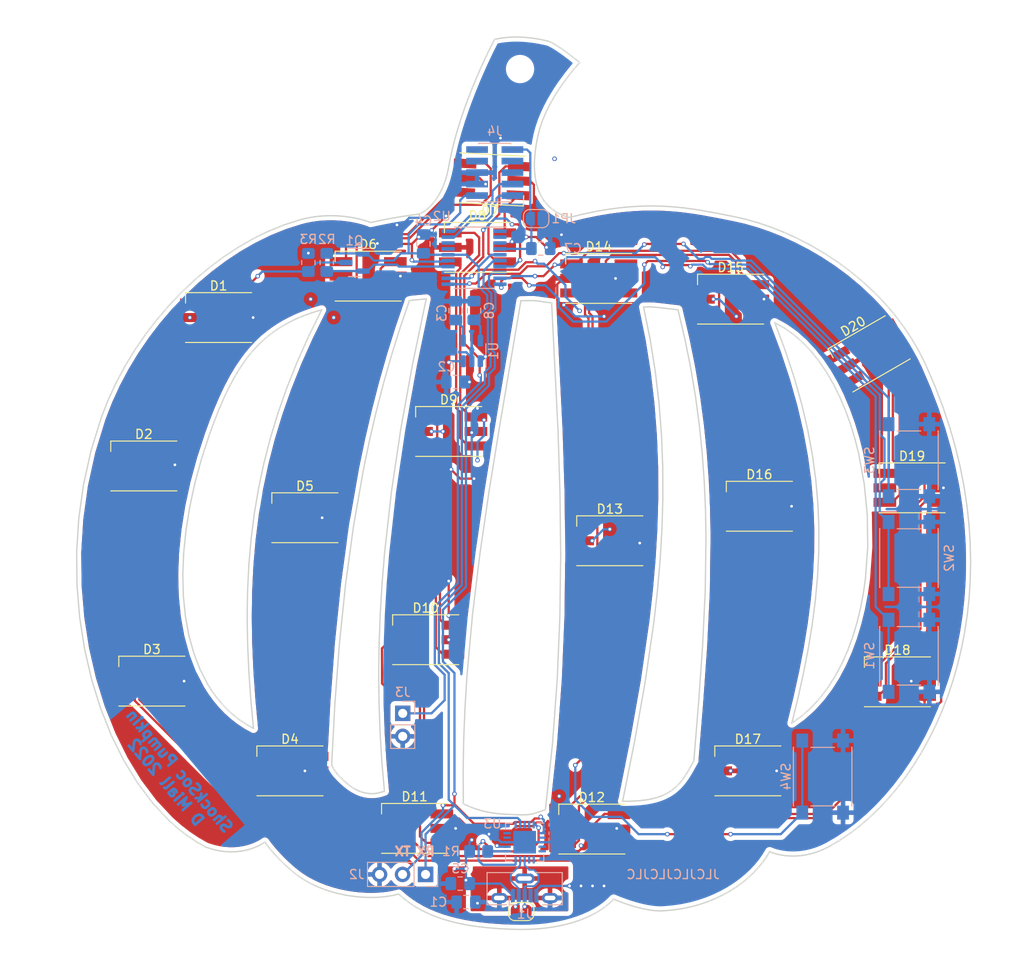
<source format=kicad_pcb>
(kicad_pcb (version 20211014) (generator pcbnew)
  (layers (0 "F.Cu" signal) (31 "B.Cu" signal) (34 "B.Paste" user) (35 "F.Paste" user) (36 "B.SilkS" user "B.Silkscreen") (37 "F.SilkS" user "F.Silkscreen") (38 "B.Mask" user) (39 "F.Mask" user) (44 "Edge.Cuts" user))
  (net 0 "")
  (net 1 "Net-(C1-Pad1)")
  (net 2 "GND")
  (net 3 "+5V")
  (net 4 "+3.3V")
  (net 5 "/3v3 MCU/rst")
  (net 6 "Net-(D1-Pad1)")
  (net 7 "Net-(D1-Pad3)")
  (net 8 "/neopixel string/pxCtrl")
  (net 9 "Net-(D10-Pad1)")
  (net 10 "Net-(D2-Pad1)")
  (net 11 "Net-(D2-Pad3)")
  (net 12 "Net-(D3-Pad1)")
  (net 13 "Net-(D3-Pad3)")
  (net 14 "Net-(D4-Pad1)")
  (net 15 "Net-(D4-Pad3)")
  (net 16 "Net-(D6-Pad1)")
  (net 17 "Net-(D6-Pad3)")
  (net 18 "Net-(D7-Pad1)")
  (net 19 "Net-(D7-Pad3)")
  (net 20 "Net-(D8-Pad1)")
  (net 21 "Net-(D8-Pad3)")
  (net 22 "Net-(D10-Pad3)")
  (net 23 "Net-(D12-Pad1)")
  (net 24 "Net-(D11-Pad1)")
  (net 25 "Net-(D11-Pad3)")
  (net 26 "Net-(D12-Pad3)")
  (net 27 "Net-(D13-Pad1)")
  (net 28 "/3v3 MCU/swdio")
  (net 29 "/3v3 MCU/swclk")
  (net 30 "/pxCtrlLV")
  (net 31 "/3v3 MCU/btnA")
  (net 32 "/3v3 MCU/btnB")
  (net 33 "/3v3 MCU/btnC")
  (net 34 "/3v3 MCU/btnD")
  (net 35 "Net-(D13-Pad3)")
  (net 39 "/3v3 MCU/UartRX")
  (net 40 "/3v3 MCU/UartTX")
  (net 44 "Net-(D15-Pad1)")
  (net 45 "Net-(D15-Pad3)")
  (net 46 "Net-(D16-Pad1)")
  (net 47 "Net-(D16-Pad3)")
  (net 48 "Net-(D17-Pad1)")
  (net 49 "Net-(D17-Pad3)")
  (net 50 "Net-(D18-Pad1)")
  (net 51 "Net-(D18-Pad3)")
  (net 52 "Net-(D19-Pad1)")
  (net 53 "Net-(D19-Pad3)")
  (net 56 "Net-(C3-Pad1)")
  (net 57 "Net-(D5-Pad1)")
  (net 58 "Net-(D5-Pad3)")
  (net 59 "Net-(D10-Pad6)")
  (net 60 "Net-(D10-Pad4)")
  (net 61 "Net-(D14-Pad1)")
  (net 62 "/UsbD-")
  (net 63 "/UsbD+")
  (net 65 "Net-(R1-Pad2)")
  (net 71 "Net-(U3-Pad10)")
  (net 77 "Net-(D14-Pad3)")
  (net 80 "unconnected-(J4-Pad8)")
  (net 82 "Net-(J3-Pad1)")
  (footprint "Library:LED_WS2813_hand" (layer "F.Cu") (at 85.09 101.092)
    (fp_text reference "D10")
    (fp_text value "WS2813B")
  )
  (footprint "Library:LED_WS2813_hand" (layer "F.Cu") (at 54.864 105.664)
    (fp_text reference "D3")
    (fp_text value "WS2813B")
  )
  (footprint "Library:LED_WS2813_hand" (layer "F.Cu") (at 105.41 90.17)
    (fp_text reference "D13")
    (fp_text value "WS2813B")
  )
  (footprint "Library:LED_WS2813_hand" (layer "F.Cu") (at 138.774 84.328)
    (fp_text reference "D19")
    (fp_text value "WS2813B")
  )
  (footprint "MountingHole:MountingHole_2.1mm" (layer "F.Cu") (at 95.504 38.1)
    (fp_text reference "MNT" hide)
    (fp_text value "MountingHole_2.1mm")
  )
  (footprint "Library:LED_WS2813_hand" (layer "F.Cu") (at 118.745 63.5)
    (fp_text reference "D15")
    (fp_text value "WS2813B")
  )
  (footprint "Library:LED_WS2813_hand" (layer "F.Cu") (at 137.16 105.74)
    (fp_text reference "D18")
    (fp_text value "WS2813B")
  )
  (footprint "Library:LED_WS2813_hand" (layer "F.Cu") (at 70.104 115.57)
    (fp_text reference "D4")
    (fp_text value "WS2813B")
  )
  (footprint "Library:LED_WS2813_hand" (layer "F.Cu") (at 92.352174 50.283204 177)
    (fp_text reference "D7")
    (fp_text value "WS2813B")
  )
  (footprint "Library:LED_WS2813_hand" (layer "F.Cu") (at 83.868 121.92)
    (fp_text reference "D11")
    (fp_text value "WS2813B")
  )
  (footprint "Library:LED_WS2813_hand" (layer "F.Cu") (at 120.65 115.57)
    (fp_text reference "D17")
    (fp_text value "WS2813B")
  )
  (footprint "Library:LED_WS2813_hand" (layer "F.Cu") (at 104.188 61.214)
    (fp_text reference "D14")
    (fp_text value "WS2813B")
  )
  (footprint "Library:LED_WS2813_hand" (layer "F.Cu") (at 87.63 78.105)
    (fp_text reference "D9")
    (fp_text value "WS2813B")
  )
  (footprint "Library:LED_WS2813_hand" (layer "F.Cu") (at 53.975 81.915)
    (fp_text reference "D2")
    (fp_text value "WS2813B")
  )
  (footprint "Jumper:SolderJumper-2_P1.3mm_Open_RoundedPad1.0x1.5mm" (layer "F.Cu") (at 95.62987 131.094907 180)
    (fp_text reference "JP2" hide)
    (fp_text value "SolderJumper_2_Open")
  )
  (footprint "Library:LED_WS2813_hand" (layer "F.Cu") (at 62.23 65.532)
    (fp_text reference "D1")
    (fp_text value "WS2813B")
  )
  (footprint "Library:LED_WS2813_hand" (layer "F.Cu") (at 90.805 57.785)
    (fp_text reference "D8")
    (fp_text value "WS2813B")
  )
  (footprint "Library:LED_WS2813_hand" (layer "F.Cu") (at 78.74 60.96)
    (fp_text reference "D6")
    (fp_text value "WS2813B")
  )
  (footprint "Library:LED_WS2813_hand" (layer "F.Cu") (at 71.755 87.63)
    (fp_text reference "D5")
    (fp_text value "WS2813B")
  )
  (footprint "Library:LED_WS2813_hand" (layer "F.Cu") (at 121.92 86.36)
    (fp_text reference "D16")
    (fp_text value "WS2813B")
  )
  (footprint "Library:LED_WS2813_hand" (layer "F.Cu") (at 134.030778 69.536245 30)
    (fp_text reference "D20")
    (fp_text value "WS2813B")
  )
  (footprint "Library:LED_WS2813_hand" (layer "F.Cu") (at 103.426 121.996)
    (fp_text reference "D12")
    (fp_text value "WS2813B")
  )
  (footprint "Button_Switch_SMD:SW_Push_1P1T_NO_6x6mm_H9.5mm" (layer "B.Cu") (at 138.43 81.28 -90)
    (fp_text reference "SW3")
    (fp_text value "SW_Push")
  )
  (footprint "Connector_PinHeader_2.54mm:PinHeader_1x02_P2.54mm_Vertical" (layer "B.Cu") (at 82.55 109.22 180)
    (fp_text reference "J3")
    (fp_text value "Conn_01x02_Male")
  )
  (footprint "Capacitor_SMD:C_0805_2012Metric_Pad1.18x1.45mm_HandSolder" (layer "B.Cu") (at 90.424 64.754586 90)
    (fp_text reference "C8")
    (fp_text value "1u")
  )
  (footprint "Button_Switch_SMD:SW_Push_1P1T_NO_6x6mm_H9.5mm" (layer "B.Cu") (at 128.905 116.205 -90)
    (fp_text reference "SW4")
    (fp_text value "SW_Push")
  )
  (footprint "Resistor_SMD:R_0805_2012Metric_Pad1.20x1.40mm_HandSolder" (layer "B.Cu") (at 74.168 59.452 -90)
    (fp_text reference "R2")
    (fp_text value "10k")
  )
  (footprint "Capacitor_SMD:C_0805_2012Metric_Pad1.18x1.45mm_HandSolder" (layer "B.Cu") (at 97.79 57.912)
    (fp_text reference "C7")
    (fp_text value "10n")
  )
  (footprint "Connector_PinHeader_1.27mm:PinHeader_2x05_P1.27mm_Vertical_SMD" (layer "B.Cu") (at 92.71 49.53)
    (fp_text reference "J4")
    (fp_text value "Conn_ARM_JTAG_SWD_10")
  )
  (footprint "Button_Switch_SMD:SW_Push_1P1T_NO_6x6mm_H9.5mm" (layer "B.Cu") (at 138.43 92.075 -90)
    (fp_text reference "SW2")
    (fp_text value "SW_Push")
  )
  (footprint "Capacitor_SMD:C_0805_2012Metric_Pad1.18x1.45mm_HandSolder" (layer "B.Cu") (at 84.836 57.404 90)
    (fp_text reference "C4")
    (fp_text value "10n")
  )
  (footprint "Connector_PinHeader_2.54mm:PinHeader_1x03_P2.54mm_Vertical" (layer "B.Cu") (at 85.075 127 90)
    (fp_text reference "J2")
    (fp_text value "Conn_01x03_Male")
  )
  (footprint "Resistor_SMD:R_0805_2012Metric_Pad1.20x1.40mm_HandSolder" (layer "B.Cu") (at 72.136 59.452 -90)
    (fp_text reference "R3")
    (fp_text value "10k")
  )
  (footprint "Capacitor_SMD:C_0805_2012Metric_Pad1.18x1.45mm_HandSolder" (layer "B.Cu") (at 88.392 72.644 180)
    (fp_text reference "C2")
    (fp_text value "1u")
  )
  (footprint "Capacitor_SMD:C_0805_2012Metric_Pad1.18x1.45mm_HandSolder" (layer "B.Cu") (at 88.392 64.77 90)
    (fp_text reference "C3")
    (fp_text value "10n")
  )
  (footprint "Button_Switch_SMD:SW_Push_1P1T_NO_6x6mm_H9.5mm" (layer "B.Cu") (at 138.43 102.87 -90)
    (fp_text reference "SW1")
    (fp_text value "SW_Push")
  )
  (footprint "Jumper:SolderJumper-2_P1.3mm_Open_RoundedPad1.0x1.5mm" (layer "B.Cu") (at 97.282 54.61)
    (fp_text reference "JP1")
    (fp_text value "SolderJumper_2_Open")
  )
  (footprint "Capacitor_SMD:C_0805_2012Metric_Pad1.18x1.45mm_HandSolder" (layer "B.Cu") (at 89.535 130.048 180)
    (fp_text reference "C1")
    (fp_text value "10n")
  )
  (footprint "Package_DFN_QFN:QFN-20-1EP_4x4mm_P0.5mm_EP2.5x2.5mm" (layer "B.Cu") (at 96.012 123.444 180)
    (fp_text reference "U3")
    (fp_text value "FT231XQ")
  )
  (footprint "Package_SO:TSSOP-20_4.4x6.5mm_P0.65mm" (layer "B.Cu") (at 90.424 58.928 180)
    (fp_text reference "U2")
    (fp_text value "STM32L011F4Px")
  )
  (footprint "Capacitor_SMD:C_0805_2012Metric_Pad1.18x1.45mm_HandSolder" (layer "B.Cu") (at 88.9 128.016 180)
    (fp_text reference "C5")
    (fp_text value "4u7")
  )
  (footprint "Package_TO_SOT_SMD:SOT-23" (layer "B.Cu") (at 77.216 59.452 180)
    (fp_text reference "Q1")
    (fp_text value "BSN20")
  )
  (footprint "Resistor_SMD:R_0805_2012Metric_Pad1.20x1.40mm_HandSolder" (layer "B.Cu") (at 90.932 124.46)
    (fp_text reference "R1")
    (fp_text value "10k")
  )
  (footprint "Package_TO_SOT_SMD:SOT-23-5" (layer "B.Cu") (at 90.17 69.215 90)
    (fp_text reference "U1")
    (fp_text value "AP2202K-3.3")
  )
  (footprint "Connector_USB:USB_Micro-B_Molex-105133-0001" (layer "B.Cu") (at 96.012 128.524)
    (fp_text reference "J1")
    (fp_text value "USB_B_Micro")
  )
  (gr_line (start 88.189277 46.285822) (end 87.886851 47.554035) (layer "Edge.Cuts") (width 0.15))
  (gr_line (start 125.789109 67.477498) (end 124.735935 66.723644) (layer "Edge.Cuts") (width 0.15))
  (gr_line (start 83.358959 63.667797) (end 83.2811 63.689672) (layer "Edge.Cuts") (width 0.15))
  (gr_line (start 136.064447 64.29876) (end 135.427679 63.596789) (layer "Edge.Cuts") (width 0.15))
  (gr_line (start 64.579406 109.966272) (end 65.309041 110.450512) (layer "Edge.Cuts") (width 0.15))
  (gr_line (start 89.223148 115.660991) (end 89.248518 119.217241) (layer "Edge.Cuts") (width 0.15))
  (gr_line (start 92.683768 34.827859) (end 92.683768 34.827858) (layer "Edge.Cuts") (width 0.15))
  (gr_line (start 96.672766 120.360524) (end 96.826444 120.330646) (layer "Edge.Cuts") (width 0.15))
  (gr_line (start 115.209995 108.049459) (end 115.650942 101.819612) (layer "Edge.Cuts") (width 0.15))
  (gr_line (start 77.1261 117.480639) (end 77.297763 117.580293) (layer "Edge.Cuts") (width 0.15))
  (gr_line (start 134.773521 62.921139) (end 133.419365 61.648193) (layer "Edge.Cuts") (width 0.15))
  (gr_line (start 93.29346 120.310097) (end 93.692227 120.34219) (layer "Edge.Cuts") (width 0.15))
  (gr_line (start 100.557371 132.518967) (end 101.284916 132.321281) (layer "Edge.Cuts") (width 0.15))
  (gr_line (start 82.549437 54.369001) (end 81.883311 54.477878) (layer "Edge.Cuts") (width 0.15))
  (gr_line (start 71.200966 54.746301) (end 71.200966 54.746301) (layer "Edge.Cuts") (width 0.15))
  (gr_line (start 144.508272 84.166093) (end 144.08273 82.002922) (layer "Edge.Cuts") (width 0.15))
  (gr_line (start 87.638472 48.821475) (end 87.564466 49.212751) (layer "Edge.Cuts") (width 0.15))
  (gr_line (start 97.124668 120.252507) (end 97.443625 120.149166) (layer "Edge.Cuts") (width 0.15))
  (gr_line (start 65.785982 107.710346) (end 65.568704 104.615945) (layer "Edge.Cuts") (width 0.15))
  (gr_line (start 135.132861 119.709457) (end 136.152517 118.618545) (layer "Edge.Cuts") (width 0.15))
  (gr_line (start 111.561753 118.131427) (end 111.781962 118.014446) (layer "Edge.Cuts") (width 0.15))
  (gr_line (start 92.059039 36.066917) (end 91.394153 37.479069) (layer "Edge.Cuts") (width 0.15))
  (gr_line (start 111.288176 131.020166) (end 112.349518 130.931969) (layer "Edge.Cuts") (width 0.15))
  (gr_line (start 61.191239 124.110602) (end 61.546892 124.216903) (layer "Edge.Cuts") (width 0.15))
  (gr_line (start 66.234449 68.952796) (end 65.872344 69.363858) (layer "Edge.Cuts") (width 0.15))
  (gr_line (start 75.102174 115.61559) (end 75.158719 115.69302) (layer "Edge.Cuts") (width 0.15))
  (gr_line (start 125.509825 110.298578) (end 125.509825 110.298578) (layer "Edge.Cuts") (width 0.15))
  (gr_line (start 66.635752 84.40678) (end 67.225429 81.626087) (layer "Edge.Cuts") (width 0.15))
  (gr_line (start 125.188964 124.959591) (end 125.425703 124.969853) (layer "Edge.Cuts") (width 0.15))
  (gr_line (start 114.353058 71.158841) (end 113.708452 67.946539) (layer "Edge.Cuts") (width 0.15))
  (gr_line (start 83.309127 130.147434) (end 83.956768 130.571939) (layer "Edge.Cuts") (width 0.15))
  (gr_line (start 74.921528 115.340669) (end 75.00313 115.470988) (layer "Edge.Cuts") (width 0.15))
  (gr_line (start 72.385471 54.479966) (end 71.995996 54.554394) (layer "Edge.Cuts") (width 0.15))
  (gr_line (start 143.553875 79.816) (end 142.918571 77.607809) (layer "Edge.Cuts") (width 0.15))
  (gr_line (start 106.833888 118.884706) (end 106.833888 118.884706) (layer "Edge.Cuts") (width 0.15))
  (gr_line (start 82.102 129.168657) (end 82.102 129.168657) (layer "Edge.Cuts") (width 0.15))
  (gr_line (start 110.264785 118.603143) (end 110.55258 118.524572) (layer "Edge.Cuts") (width 0.15))
  (gr_line (start 79.703811 118.036947) (end 79.909987 117.996771) (layer "Edge.Cuts") (width 0.15))
  (gr_line (start 94.10257 34.60874) (end 93.748031 34.645396) (layer "Edge.Cuts") (width 0.15))
  (gr_line (start 87.291111 50.274263) (end 87.185374 50.592101) (layer "Edge.Cuts") (width 0.15))
  (gr_line (start 88.536082 45.028228) (end 88.189277 46.285822) (layer "Edge.Cuts") (width 0.15))
  (gr_line (start 74.804462 115.125796) (end 74.85582 115.225362) (layer "Edge.Cuts") (width 0.15))
  (gr_line (start 66.308667 123.986171) (end 66.614031 123.84932) (layer "Edge.Cuts") (width 0.15))
  (gr_line (start 129.104146 58.445159) (end 127.623696 57.578672) (layer "Edge.Cuts") (width 0.15))
  (gr_line (start 85.786627 53.042883) (end 85.531267 53.308761) (layer "Edge.Cuts") (width 0.15))
  (gr_line (start 120.080801 127.86966) (end 120.709963 127.348288) (layer "Edge.Cuts") (width 0.15))
  (gr_line (start 98.257437 43.116328) (end 98.597932 42.39287) (layer "Edge.Cuts") (width 0.15))
  (gr_line (start 123.05342 124.488313) (end 123.185703 124.544458) (layer "Edge.Cuts") (width 0.15))
  (gr_line (start 74.765908 115.042699) (end 74.804462 115.125796) (layer "Edge.Cuts") (width 0.15))
  (gr_line (start 97.359141 46.051882) (end 97.491362 45.40443) (layer "Edge.Cuts") (width 0.15))
  (gr_line (start 71.786355 65.267185) (end 71.222462 65.491988) (layer "Edge.Cuts") (width 0.15))
  (gr_line (start 91.881369 120.110772) (end 92.213551 120.17273) (layer "Edge.Cuts") (width 0.15))
  (gr_line (start 90.921951 119.866007) (end 91.238872 119.958153) (layer "Edge.Cuts") (width 0.15))
  (gr_line (start 58.754494 122.711766) (end 59.777837 123.394284) (layer "Edge.Cuts") (width 0.15))
  (gr_line (start 75.558969 54.319242) (end 75.24189 54.300953) (layer "Edge.Cuts") (width 0.15))
  (gr_line (start 76.413659 116.966539) (end 76.413659 116.966539) (layer "Edge.Cuts") (width 0.15))
  (gr_line (start 95.051154 120.40777) (end 95.051154 120.40777) (layer "Edge.Cuts") (width 0.15))
  (gr_line (start 51.732572 114.362863) (end 53.26863 116.88349) (layer "Edge.Cuts") (width 0.15))
  (gr_line (start 132.876368 80.52824) (end 132.462784 78.899898) (layer "Edge.Cuts") (width 0.15))
  (gr_line (start 89.324153 42.59045) (end 88.917597 43.792641) (layer "Edge.Cuts") (width 0.15))
  (gr_line (start 98.792211 35.092614) (end 98.676973 35.045907) (layer "Edge.Cuts") (width 0.15))
  (gr_line (start 140.626173 112.075343) (end 141.374029 110.566353) (layer "Edge.Cuts") (width 0.15))
  (gr_line (start 109.750354 64.354843) (end 109.136588 64.369071) (layer "Edge.Cuts") (width 0.15))
  (gr_line (start 112.937727 64.675594) (end 112.937727 64.675601) (layer "Edge.Cuts") (width 0.15))
  (gr_line (start 99.610418 105.434348) (end 99.900165 98.521685) (layer "Edge.Cuts") (width 0.15))
  (gr_line (start 143.77134 103.945315) (end 144.20646 102.156199) (layer "Edge.Cuts") (width 0.15))
  (gr_line (start 107.257504 118.929545) (end 107.430103 118.925584) (layer "Edge.Cuts") (width 0.15))
  (gr_line (start 134.078881 120.722001) (end 135.132861 119.709457) (layer "Edge.Cuts") (width 0.15))
  (gr_line (start 112.886345 117.171229) (end 113.188259 116.841213) (layer "Edge.Cuts") (width 0.15))
  (gr_line (start 132.686756 99.247149) (end 133.079292 97.640398) (layer "Edge.Cuts") (width 0.15))
  (gr_line (start 100.947157 54.48113) (end 100.947157 54.48113) (layer "Edge.Cuts") (width 0.15))
  (gr_line (start 106.821978 118.914012) (end 106.834435 118.916991) (layer "Edge.Cuts") (width 0.15))
  (gr_line (start 106.812888 118.893138) (end 106.808895 118.895757) (layer "Edge.Cuts") (width 0.15))
  (gr_line (start 58.372679 91.535337) (end 58.277631 93.953218) (layer "Edge.Cuts") (width 0.15))
  (gr_line (start 74.914753 54.289929) (end 74.578063 54.28693) (layer "Edge.Cuts") (width 0.15))
  (gr_line (start 95.051154 120.40777) (end 95.375849 120.417642) (layer "Edge.Cuts") (width 0.15))
  (gr_line (start 90.280251 119.646333) (end 90.603511 119.762314) (layer "Edge.Cuts") (width 0.15))
  (gr_line (start 79.950053 101.503111) (end 80.07473 98.19889) (layer "Edge.Cuts") (width 0.15))
  (gr_line (start 61.042839 106.035884) (end 61.532254 106.805297) (layer "Edge.Cuts") (width 0.15))
  (gr_line (start 98.965302 41.697633) (end 99.350128 41.035779) (layer "Edge.Cuts") (width 0.15))
  (gr_line (start 70.679422 65.73091) (end 70.156501 65.984207) (layer "Edge.Cuts") (width 0.15))
  (gr_line (start 110.965009 92.300102) (end 110.668681 95.685547) (layer "Edge.Cuts") (width 0.15))
  (gr_line (start 128.093077 96.799019) (end 127.749095 99.441503) (layer "Edge.Cuts") (width 0.15))
  (gr_line (start 106.81319 118.910928) (end 106.821978 118.914012) (layer "Edge.Cuts") (width 0.15))
  (gr_line (start 72.979638 64.85892) (end 72.371836 65.056247) (layer "Edge.Cuts") (width 0.15))
  (gr_line (start 99.459496 35.450101) (end 99.177454 35.285366) (layer "Edge.Cuts") (width 0.15))
  (gr_line (start 100.134489 39.832858) (end 100.875681 38.82539) (layer "Edge.Cuts") (width 0.15))
  (gr_line (start 97.953233 43.862848) (end 98.257437 43.116328) (layer "Edge.Cuts") (width 0.15))
  (gr_line (start 61.17997 60.038061) (end 59.639602 61.334445) (layer "Edge.Cuts") (width 0.15))
  (gr_line (start 95.527484 34.574741) (end 95.169654 34.566962) (layer "Edge.Cuts") (width 0.15))
  (gr_line (start 109.136588 64.369071) (end 109.136588 64.369071) (layer "Edge.Cuts") (width 0.15))
  (gr_line (start 97.336944 63.688964) (end 97.10191 63.664435) (layer "Edge.Cuts") (width 0.15))
  (gr_line (start 97.694736 44.627268) (end 97.953233 43.862848) (layer "Edge.Cuts") (width 0.15))
  (gr_line (start 113.971918 115.727186) (end 114.21067 115.319958) (layer "Edge.Cuts") (width 0.15))
  (gr_line (start 105.409461 130.144061) (end 105.837664 129.724214) (layer "Edge.Cuts") (width 0.15))
  (gr_line (start 107.430103 118.925584) (end 107.640236 118.918492) (layer "Edge.Cuts") (width 0.15))
  (gr_line (start 75.358766 115.94473) (end 75.43623 116.034804) (layer "Edge.Cuts") (width 0.15))
  (gr_line (start 77.222051 54.539058) (end 76.716644 54.449879) (layer "Edge.Cuts") (width 0.15))
  (gr_line (start 84.483064 54.083037) (end 84.482079 54.088246) (layer "Edge.Cuts") (width 0.15))
  (gr_line (start 85.337228 131.300477) (end 86.068855 131.608228) (layer "Edge.Cuts") (width 0.15))
  (gr_line (start 114.687285 114.461465) (end 114.687285 114.461465) (layer "Edge.Cuts") (width 0.15))
  (gr_line (start 83.2811 63.689672) (end 82.243592 66.725337) (layer "Edge.Cuts") (width 0.15))
  (gr_line (start 74.708817 114.889573) (end 74.708817 114.889573) (layer "Edge.Cuts") (width 0.15))
  (gr_line (start 99.695265 53.994739) (end 99.499775 53.882076) (layer "Edge.Cuts") (width 0.15))
  (gr_line (start 132.993713 121.653693) (end 134.078881 120.722001) (layer "Edge.Cuts") (width 0.15))
  (gr_line (start 76.951753 117.369909) (end 77.1261 117.480639) (layer "Edge.Cuts") (width 0.15))
  (gr_line (start 47.436459 102.123326) (end 48.204372 105.451841) (layer "Edge.Cuts") (width 0.15))
  (gr_line (start 56.794039 121.085403) (end 57.759292 121.940995) (layer "Edge.Cuts") (width 0.15))
  (gr_line (start 106.834435 118.916991) (end 106.851001 118.919814) (layer "Edge.Cuts") (width 0.15))
  (gr_line (start 84.479517 54.098745) (end 83.201889 54.270385) (layer "Edge.Cuts") (width 0.15))
  (gr_line (start 80.535082 117.808259) (end 80.250089 114.565814) (layer "Edge.Cuts") (width 0.15))
  (gr_line (start 99.754497 35.636709) (end 99.459496 35.450101) (layer "Edge.Cuts") (width 0.15))
  (gr_line (start 113.374407 130.783041) (end 114.361338 130.577252) (layer "Edge.Cuts") (width 0.15))
  (gr_line (start 80.549289 91.522756) (end 81.310388 84.735945) (layer "Edge.Cuts") (width 0.15))
  (gr_line (start 84.483971 54.077837) (end 84.483064 54.083037) (layer "Edge.Cuts") (width 0.15))
  (gr_line (start 76.272302 129.28871) (end 77.061677 129.412521) (layer "Edge.Cuts") (width 0.15))
  (gr_line (start 106.804861 118.904653) (end 106.80763 118.907791) (layer "Edge.Cuts") (width 0.15))
  (gr_line (start 67.225429 81.626087) (end 67.941299 78.846714) (layer "Edge.Cuts") (width 0.15))
  (gr_line (start 76.14925 116.742353) (end 76.277825 116.853344) (layer "Edge.Cuts") (width 0.15))
  (gr_line (start 128.490872 88.883728) (end 128.471224 91.53014) (layer "Edge.Cuts") (width 0.15))
  (gr_line (start 128.471224 91.53014) (end 128.336206 94.165234) (layer "Edge.Cuts") (width 0.15))
  (gr_line (start 69.168081 66.534945) (end 68.701113 66.832895) (layer "Edge.Cuts") (width 0.15))
  (gr_line (start 113.46618 116.489446) (end 113.725577 116.117559) (layer "Edge.Cuts") (width 0.15))
  (gr_line (start 75.70367 116.322261) (end 75.805143 116.423521) (layer "Edge.Cuts") (width 0.15))
  (gr_line (start 106.367333 129.943576) (end 106.95854 130.165893) (layer "Edge.Cuts") (width 0.15))
  (gr_line (start 106.805933 118.898584) (end 106.804442 118.901567) (layer "Edge.Cuts") (width 0.15))
  (gr_line (start 62.792587 74.46134) (end 62.256563 75.709406) (layer "Edge.Cuts") (width 0.15))
  (gr_line (start 124.541474 124.892893) (end 124.746443 124.920245) (layer "Edge.Cuts") (width 0.15))
  (gr_line (start 72.179252 67.574023) (end 73.610495 64.674947) (layer "Edge.Cuts") (width 0.15))
  (gr_line (start 132.014643 60.478696) (end 130.572015 59.411426) (layer "Edge.Cuts") (width 0.15))
  (gr_line (start 107.010841 118.929744) (end 107.118922 118.930793) (layer "Edge.Cuts") (width 0.15))
  (gr_line (start 114.515227 53.549944) (end 113.521177 53.420972) (layer "Edge.Cuts") (width 0.15))
  (gr_line (start 112.376525 117.621898) (end 112.554969 117.477861) (layer "Edge.Cuts") (width 0.15))
  (gr_line (start 100.947157 54.48113) (end 100.622571 54.388212) (layer "Edge.Cuts") (width 0.15))
  (gr_line (start 74.578063 54.28693) (end 74.232322 54.292715) (layer "Edge.Cuts") (width 0.15))
  (gr_line (start 96.975432 120.294675) (end 97.124668 120.252507) (layer "Edge.Cuts") (width 0.15))
  (gr_line (start 117.079361 129.657412) (end 117.899434 129.262874) (layer "Edge.Cuts") (width 0.15))
  (gr_line (start 96.331604 120.402416) (end 96.509465 120.384413) (layer "Edge.Cuts") (width 0.15))
  (gr_line (start 96.248112 34.621012) (end 95.886872 34.59286) (layer "Edge.Cuts") (width 0.15))
  (gr_line (start 106.851001 118.919814) (end 106.872115 118.922427) (layer "Edge.Cuts") (width 0.15))
  (gr_line (start 58.277631 93.953218) (end 58.341056 96.276094) (layer "Edge.Cuts") (width 0.15))
  (gr_line (start 80.535082 117.808259) (end 80.535082 117.808259) (layer "Edge.Cuts") (width 0.15))
  (gr_line (start 76.160941 54.374583) (end 75.558969 54.319242) (layer "Edge.Cuts") (width 0.15))
  (gr_line (start 81.310388 84.735945) (end 82.341551 77.813956) (layer "Edge.Cuts") (width 0.15))
  (gr_line (start 66.609332 68.558657) (end 66.234449 68.952796) (layer "Edge.Cuts") (width 0.15))
  (gr_line (start 109.470613 130.868283) (end 109.934964 130.945116) (layer "Edge.Cuts") (width 0.15))
  (gr_line (start 114.879673 74.320515) (end 114.353058 71.158841) (layer "Edge.Cuts") (width 0.15))
  (gr_line (start 93.212547 77.752525) (end 92.093992 84.638259) (layer "Edge.Cuts") (width 0.15))
  (gr_line (start 96.523861 133.057825) (end 97.377031 133.011255) (layer "Edge.Cuts") (width 0.15))
  (gr_line (start 110.825491 118.437911) (end 111.084201 118.343364) (layer "Edge.Cuts") (width 0.15))
  (gr_line (start 75.00313 115.470988) (end 75.050375 115.541549) (layer "Edge.Cuts") (width 0.15))
  (gr_line (start 107.118922 118.930793) (end 107.257504 118.929545) (layer "Edge.Cuts") (width 0.15))
  (gr_line (start 99.91137 84.917937) (end 99.697213 78.073929) (layer "Edge.Cuts") (width 0.15))
  (gr_line (start 93.393581 34.69393) (end 93.038924 34.754648) (layer "Edge.Cuts") (width 0.15))
  (gr_line (start 87.564466 49.212751) (end 87.481405 49.58502) (layer "Edge.Cuts") (width 0.15))
  (gr_line (start 76.595428 117.11333) (end 76.774828 117.24763) (layer "Edge.Cuts") (width 0.15))
  (gr_line (start 133.394104 95.989107) (end 133.63208 94.301792) (layer "Edge.Cuts") (width 0.15))
  (gr_line (start 70.13242 126.454556) (end 70.497813 126.762117) (layer "Edge.Cuts") (width 0.15))
  (gr_line (start 67.762669 55.989329) (end 66.068923 56.816812) (layer "Edge.Cuts") (width 0.15))
  (gr_line (start 138.076311 116.211544) (end 138.974178 114.900421) (layer "Edge.Cuts") (width 0.15))
  (gr_line (start 63.240422 108.845236) (end 63.889875 109.430669) (layer "Edge.Cuts") (width 0.15))
  (gr_line (start 142.918571 77.607809) (end 142.173682 75.380833) (layer "Edge.Cuts") (width 0.15))
  (gr_line (start 112.554969 117.477861) (end 112.886345 117.171229) (layer "Edge.Cuts") (width 0.15))
  (gr_line (start 73.933614 128.666898) (end 74.702206 128.916462) (layer "Edge.Cuts") (width 0.15))
  (gr_line (start 124.166142 124.827168) (end 124.541474 124.892893) (layer "Edge.Cuts") (width 0.15))
  (gr_line (start 79.621041 75.934597) (end 78.897878 79.042493) (layer "Edge.Cuts") (width 0.15))
  (gr_line (start 115.832866 83.581906) (end 115.611448 80.524033) (layer "Edge.Cuts") (width 0.15))
  (gr_line (start 84.486489 54.064806) (end 84.485912 54.067422) (layer "Edge.Cuts") (width 0.15))
  (gr_line (start 109.961423 118.67342) (end 110.264785 118.603143) (layer "Edge.Cuts") (width 0.15))
  (gr_line (start 66.078806 110.881853) (end 66.078806 110.881853) (layer "Edge.Cuts") (width 0.15))
  (gr_line (start 77.632617 117.748259) (end 77.795599 117.817514) (layer "Edge.Cuts") (width 0.15))
  (gr_line (start 98.470896 34.983383) (end 97.717467 34.827793) (layer "Edge.Cuts") (width 0.15))
  (gr_line (start 96.623131 63.659058) (end 95.596224 63.673356) (layer "Edge.Cuts") (width 0.15))
  (gr_line (start 78.853703 54.980665) (end 78.396225 54.829168) (layer "Edge.Cuts") (width 0.15))
  (gr_line (start 89.248518 119.217241) (end 89.606057 119.374538) (layer "Edge.Cuts") (width 0.15))
  (gr_line (start 93.788196 133.017104) (end 94.761057 133.05652) (layer "Edge.Cuts") (width 0.15))
  (gr_line (start 132.462784 78.899898) (end 131.981245 77.320686) (layer "Edge.Cuts") (width 0.15))
  (gr_line (start 97.345881 34.762586) (end 96.977322 34.706182) (layer "Edge.Cuts") (width 0.15))
  (gr_line (start 99.017451 132.825558) (end 99.80092 132.687186) (layer "Edge.Cuts") (width 0.15))
  (gr_line (start 84.479517 54.098745) (end 84.479517 54.098745) (layer "Edge.Cuts") (width 0.15))
  (gr_line (start 48.204372 105.451841) (end 49.185994 108.619577) (layer "Edge.Cuts") (width 0.15))
  (gr_line (start 126.641839 109.475877) (end 127.688136 108.531999) (layer "Edge.Cuts") (width 0.15))
  (gr_line (start 110.024474 64.361644) (end 109.750354 64.354843) (layer "Edge.Cuts") (width 0.15))
  (gr_line (start 72.371836 65.056247) (end 71.786355 65.267185) (layer "Edge.Cuts") (width 0.15))
  (gr_line (start 83.448942 63.647973) (end 83.358959 63.667797) (layer "Edge.Cuts") (width 0.15))
  (gr_line (start 64.07421 124.496285) (end 64.609375 124.444064) (layer "Edge.Cuts") (width 0.15))
  (gr_line (start 83.2811 63.689672) (end 83.2811 63.689672) (layer "Edge.Cuts") (width 0.15))
  (gr_line (start 110.434668 71.508094) (end 110.848262 75.035857) (layer "Edge.Cuts") (width 0.15))
  (gr_line (start 71.995996 54.554394) (end 71.600993 54.642919) (layer "Edge.Cuts") (width 0.15))
  (gr_line (start 78.704655 118.056593) (end 78.978934 118.08039) (layer "Edge.Cuts") (width 0.15))
  (gr_line (start 96.134247 120.414636) (end 96.331604 120.402416) (layer "Edge.Cuts") (width 0.15))
  (gr_line (start 73.610495 64.674947) (end 73.610495 64.674947) (layer "Edge.Cuts") (width 0.15))
  (gr_line (start 83.956768 130.571939) (end 84.633001 130.955667) (layer "Edge.Cuts") (width 0.15))
  (gr_line (start 126.747983 124.89236) (end 127.037317 124.845033) (layer "Edge.Cuts") (width 0.15))
  (gr_line (start 123.346194 124.604236) (end 123.565259 124.675904) (layer "Edge.Cuts") (width 0.15))
  (gr_line (start 110.396612 130.998923) (end 110.624577 131.015841) (layer "Edge.Cuts") (width 0.15))
  (gr_line (start 98.914553 35.148601) (end 98.792211 35.092614) (layer "Edge.Cuts") (width 0.15))
  (gr_line (start 84.487831 54.059549) (end 84.487125 54.062182) (layer "Edge.Cuts") (width 0.15))
  (gr_line (start 93.692227 120.34219) (end 94.115896 120.368672) (layer "Edge.Cuts") (width 0.15))
  (gr_line (start 70.497813 126.762117) (end 71.110469 127.232547) (layer "Edge.Cuts") (width 0.15))
  (gr_line (start 87.073573 50.89266) (end 86.956457 51.176371) (layer "Edge.Cuts") (width 0.15))
  (gr_line (start 102.086924 37.388533) (end 102.086924 37.388533) (layer "Edge.Cuts") (width 0.15))
  (gr_line (start 112.494946 53.318635) (end 111.4313 53.248295) (layer "Edge.Cuts") (width 0.15))
  (gr_line (start 99.108596 53.616443) (end 98.915365 53.461888) (layer "Edge.Cuts") (width 0.15))
  (gr_line (start 144.08273 82.002922) (end 143.553875 79.816) (layer "Edge.Cuts") (width 0.15))
  (gr_line (start 80.275162 94.873126) (end 80.549289 91.522756) (layer "Edge.Cuts") (width 0.15))
  (gr_line (start 100.35865 36.051143) (end 100.056275 35.839089) (layer "Edge.Cuts") (width 0.15))
  (gr_line (start 75.220204 115.773747) (end 75.286822 115.857681) (layer "Edge.Cuts") (width 0.15))
  (gr_line (start 75.158719 115.69302) (end 75.220204 115.773747) (layer "Edge.Cuts") (width 0.15))
  (gr_line (start 109.641809 118.735198) (end 109.961423 118.67342) (layer "Edge.Cuts") (width 0.15))
  (gr_line (start 73.145827 54.370364) (end 72.768916 54.418875) (layer "Edge.Cuts") (width 0.15))
  (gr_line (start 97.491362 45.40443) (end 97.491362 45.40443) (layer "Edge.Cuts") (width 0.15))
  (gr_line (start 108.120416 130.542872) (end 108.557433 130.662837) (layer "Edge.Cuts") (width 0.15))
  (gr_line (start 130.742353 123.264594) (end 131.880491 122.502052) (layer "Edge.Cuts") (width 0.15))
  (gr_line (start 81.476404 129.318534) (end 82.102 129.168657) (layer "Edge.Cuts") (width 0.15))
  (gr_line (start 130.137777 72.96298) (end 129.393297 71.66544) (layer "Edge.Cuts") (width 0.15))
  (gr_line (start 81.883311 54.477878) (end 81.200076 54.598314) (layer "Edge.Cuts") (width 0.15))
  (gr_line (start 49.258614 76.628694) (end 48.125999 80.313733) (layer "Edge.Cuts") (width 0.15))
  (gr_line (start 124.735935 66.723644) (end 123.623686 66.104074) (layer "Edge.Cuts") (width 0.15))
  (gr_line (start 129.582434 123.938836) (end 130.742353 123.264594) (layer "Edge.Cuts") (width 0.15))
  (gr_line (start 122.28252 125.667447) (end 122.696719 125.081158) (layer "Edge.Cuts") (width 0.15))
  (gr_line (start 95.169654 34.566962) (end 94.813088 34.56983) (layer "Edge.Cuts") (width 0.15))
  (gr_line (start 123.623686 66.104074) (end 123.623686 66.104074) (layer "Edge.Cuts") (width 0.15))
  (gr_line (start 110.55258 118.524572) (end 110.825491 118.437911) (layer "Edge.Cuts") (width 0.15))
  (gr_line (start 79.237445 118.082532) (end 79.47935 118.066792) (layer "Edge.Cuts") (width 0.15))
  (gr_line (start 140.342604 70.880453) (end 140.342604 70.880453) (layer "Edge.Cuts") (width 0.15))
  (gr_line (start 127.637622 124.711616) (end 127.947782 124.623792) (layer "Edge.Cuts") (width 0.15))
  (gr_line (start 127.27059 77.984753) (end 127.785009 80.776512) (layer "Edge.Cuts") (width 0.15))
  (gr_line (start 75.24189 54.300953) (end 74.914753 54.289929) (layer "Edge.Cuts") (width 0.15))
  (gr_line (start 87.638472 48.821475) (end 87.638472 48.821475) (layer "Edge.Cuts") (width 0.15))
  (gr_line (start 93.038924 34.754648) (end 92.683768 34.827859) (layer "Edge.Cuts") (width 0.15))
  (gr_line (start 79.768534 54.879057) (end 79.013354 55.041959) (layer "Edge.Cuts") (width 0.15))
  (gr_line (start 62.563146 124.430665) (end 62.884236 124.470196) (layer "Edge.Cuts") (width 0.15))
  (gr_line (start 97.254705 46.66794) (end 97.359141 46.051882) (layer "Edge.Cuts") (width 0.15))
  (gr_line (start 98.208858 132.933707) (end 99.017451 132.825558) (layer "Edge.Cuts") (width 0.15))
  (gr_line (start 105.837664 129.724214) (end 105.837664 129.724214) (layer "Edge.Cuts") (width 0.15))
  (gr_line (start 115.650942 101.819612) (end 115.945091 95.707812) (layer "Edge.Cuts") (width 0.15))
  (gr_line (start 66.614031 123.84932) (end 66.867962 123.719467) (layer "Edge.Cuts") (width 0.15))
  (gr_line (start 131.981245 77.320686) (end 131.432639 75.799118) (layer "Edge.Cuts") (width 0.15))
  (gr_line (start 127.749095 99.441503) (end 127.311521 102.102693) (layer "Edge.Cuts") (width 0.15))
  (gr_line (start 73.5157 54.333673) (end 73.145827 54.370364) (layer "Edge.Cuts") (width 0.15))
  (gr_line (start 101.498372 38.054658) (end 102.086924 37.388533) (layer "Edge.Cuts") (width 0.15))
  (gr_line (start 112.349518 130.931969) (end 113.374407 130.783041) (layer "Edge.Cuts") (width 0.15))
  (gr_line (start 108.951094 118.832445) (end 109.30526 118.788275) (layer "Edge.Cuts") (width 0.15))
  (gr_line (start 114.687285 114.461465) (end 115.209995 108.049459) (layer "Edge.Cuts") (width 0.15))
  (gr_line (start 70.902338 70.432317) (end 72.179252 67.574023) (layer "Edge.Cuts") (width 0.15))
  (gr_line (start 131.033923 103.715009) (end 131.664959 102.29297) (layer "Edge.Cuts") (width 0.15))
  (gr_line (start 99.697213 78.073929) (end 98.990344 63.919332) (layer "Edge.Cuts") (width 0.15))
  (gr_line (start 64.537022 71.182438) (end 63.926944 72.199895) (layer "Edge.Cuts") (width 0.15))
  (gr_line (start 124.788314 69.201306) (end 125.779501 72.207157) (layer "Edge.Cuts") (width 0.15))
  (gr_line (start 114.361338 130.577252) (end 115.30881 130.318471) (layer "Edge.Cuts") (width 0.15))
  (gr_line (start 136.152517 118.618545) (end 137.134712 117.451746) (layer "Edge.Cuts") (width 0.15))
  (gr_line (start 101.981662 132.094503) (end 102.645718 131.839012) (layer "Edge.Cuts") (width 0.15))
  (gr_line (start 121.287639 126.804882) (end 121.812326 126.243312) (layer "Edge.Cuts") (width 0.15))
  (gr_line (start 97.362367 50.930451) (end 97.27203 50.561288) (layer "Edge.Cuts") (width 0.15))
  (gr_line (start 123.623686 66.104074) (end 124.788314 69.201306) (layer "Edge.Cuts") (width 0.15))
  (gr_line (start 145.067548 96.507319) (end 145.196034 94.53879) (layer "Edge.Cuts") (width 0.15))
  (gr_line (start 71.600993 54.642919) (end 71.200966 54.746301) (layer "Edge.Cuts") (width 0.15))
  (gr_line (start 144.569625 100.318506) (end 144.8577 98.434719) (layer "Edge.Cuts") (width 0.15))
  (gr_line (start 87.481405 49.58502) (end 87.390038 49.938713) (layer "Edge.Cuts") (width 0.15))
  (gr_line (start 74.738612 114.976799) (end 74.765908 115.042699) (layer "Edge.Cuts") (width 0.15))
  (gr_line (start 94.115896 120.368672) (end 95.051154 120.40777) (layer "Edge.Cuts") (width 0.15))
  (gr_line (start 145.196375 90.488273) (end 145.061958 88.411251) (layer "Edge.Cuts") (width 0.15))
  (gr_line (start 107.963535 53.282898) (end 106.697893 53.394186) (layer "Edge.Cuts") (width 0.15))
  (gr_line (start 98.915365 53.461888) (end 98.725345 53.291785) (layer "Edge.Cuts") (width 0.15))
  (gr_line (start 71.766442 127.657677) (end 72.459668 128.038069) (layer "Edge.Cuts") (width 0.15))
  (gr_line (start 83.65933 63.613628) (end 83.549562 63.629988) (layer "Edge.Cuts") (width 0.15))
  (gr_line (start 108.578625 118.867505) (end 108.951094 118.832445) (layer "Edge.Cuts") (width 0.15))
  (gr_line (start 65.550942 124.24897) (end 65.953697 124.122046) (layer "Edge.Cuts") (width 0.15))
  (gr_line (start 92.683768 34.827859) (end 92.683768 34.827859) (layer "Edge.Cuts") (width 0.15))
  (gr_line (start 95.596224 63.673356) (end 93.212547 77.752525) (layer "Edge.Cuts") (width 0.15))
  (gr_line (start 110.325005 53.215316) (end 109.170828 53.225063) (layer "Edge.Cuts") (width 0.15))
  (gr_line (start 64.402187 57.772155) (end 62.770017 58.848268) (layer "Edge.Cuts") (width 0.15))
  (gr_line (start 115.945091 95.707812) (end 116.02741 89.649948) (layer "Edge.Cuts") (width 0.15))
  (gr_line (start 86.834774 51.443666) (end 86.580697 51.930736) (layer "Edge.Cuts") (width 0.15))
  (gr_line (start 123.233495 55.565649) (end 121.829352 55.086043) (layer "Edge.Cuts") (width 0.15))
  (gr_line (start 122.696719 125.081158) (end 123.05342 124.488313) (layer "Edge.Cuts") (width 0.15))
  (gr_line (start 97.866402 52.180314) (end 97.721447 51.900282) (layer "Edge.Cuts") (width 0.15))
  (gr_line (start 77.061677 129.412521) (end 77.845849 129.495542) (layer "Edge.Cuts") (width 0.15))
  (gr_line (start 140.342604 70.880453) (end 139.901939 69.962404) (layer "Edge.Cuts") (width 0.15))
  (gr_line (start 67.545951 123.719744) (end 67.806543 124.051776) (layer "Edge.Cuts") (width 0.15))
  (gr_line (start 126.14333 56.81074) (end 124.675709 56.14014) (layer "Edge.Cuts") (width 0.15))
  (gr_line (start 99.088318 112.522821) (end 99.610418 105.434348) (layer "Edge.Cuts") (width 0.15))
  (gr_line (start 96.611498 34.658888) (end 96.248112 34.621012) (layer "Edge.Cuts") (width 0.15))
  (gr_line (start 128.913423 124.265453) (end 129.245674 124.111495) (layer "Edge.Cuts") (width 0.15))
  (gr_line (start 144.8577 98.434719) (end 145.067548 96.507319) (layer "Edge.Cuts") (width 0.15))
  (gr_line (start 65.953697 124.122046) (end 66.308667 123.986171) (layer "Edge.Cuts") (width 0.15))
  (gr_line (start 76.774828 117.24763) (end 76.951753 117.369909) (layer "Edge.Cuts") (width 0.15))
  (gr_line (start 58.944191 100.587747) (end 59.484331 102.551977) (layer "Edge.Cuts") (width 0.15))
  (gr_line (start 46.599554 95.093806) (end 46.896703 98.661494) (layer "Edge.Cuts") (width 0.15))
  (gr_line (start 111.288176 131.020166) (end 111.288176 131.020166) (layer "Edge.Cuts") (width 0.15))
  (gr_line (start 124.962409 124.942767) (end 125.188964 124.959591) (layer "Edge.Cuts") (width 0.15))
  (gr_line (start 106.804442 118.901567) (end 106.804861 118.904653) (layer "Edge.Cuts") (width 0.15))
  (gr_line (start 109.136588 64.369071) (end 109.86747 67.952856) (layer "Edge.Cuts") (width 0.15))
  (gr_line (start 50.011843 74.692027) (end 49.258614 76.628694) (layer "Edge.Cuts") (width 0.15))
  (gr_line (start 63.347423 73.292183) (end 62.792587 74.46134) (layer "Edge.Cuts") (width 0.15))
  (gr_line (start 63.926944 72.199895) (end 63.347423 73.292183) (layer "Edge.Cuts") (width 0.15))
  (gr_line (start 79.903191 104.78885) (end 79.950053 101.503111) (layer "Edge.Cuts") (width 0.15))
  (gr_line (start 127.311521 102.102693) (end 126.787612 104.792596) (layer "Edge.Cuts") (width 0.15))
  (gr_line (start 90.173716 40.331815) (end 89.746083 41.433045) (layer "Edge.Cuts") (width 0.15))
  (gr_line (start 90.255258 98.31313) (end 89.635802 105.186706) (layer "Edge.Cuts") (width 0.15))
  (gr_line (start 129.245674 124.111495) (end 129.582434 123.938836) (layer "Edge.Cuts") (width 0.15))
  (gr_line (start 61.532254 106.805297) (end 62.061638 107.531016) (layer "Edge.Cuts") (width 0.15))
  (gr_line (start 99.177454 35.285366) (end 98.914553 35.148601) (layer "Edge.Cuts") (width 0.15))
  (gr_line (start 107.704324 130.417177) (end 108.120416 130.542872) (layer "Edge.Cuts") (width 0.15))
  (gr_line (start 89.257446 132.50583) (end 90.117136 132.656174) (layer "Edge.Cuts") (width 0.15))
  (gr_line (start 95.91246 120.421179) (end 96.134247 120.414636) (layer "Edge.Cuts") (width 0.15))
  (gr_line (start 101.284916 132.321281) (end 101.981662 132.094503) (layer "Edge.Cuts") (width 0.15))
  (gr_line (start 100.056275 35.839089) (end 99.754497 35.636709) (layer "Edge.Cuts") (width 0.15))
  (gr_line (start 46.559461 91.447724) (end 46.599554 95.093806) (layer "Edge.Cuts") (width 0.15))
  (gr_line (start 127.623696 57.578672) (end 126.14333 56.81074) (layer "Edge.Cuts") (width 0.15))
  (gr_line (start 145.061958 88.411251) (end 144.833636 86.30303) (layer "Edge.Cuts") (width 0.15))
  (gr_line (start 132.215607 100.800845) (end 132.686756 99.247149) (layer "Edge.Cuts") (width 0.15))
  (gr_line (start 58.625984 89.034726) (end 58.372679 91.535337) (layer "Edge.Cuts") (width 0.15))
  (gr_line (start 115.96881 86.621206) (end 115.832866 83.581906) (layer "Edge.Cuts") (width 0.15))
  (gr_line (start 141.374029 110.566353) (end 142.06561 108.996372) (layer "Edge.Cuts") (width 0.15))
  (gr_line (start 80.496296 54.731608) (end 79.768534 54.879057) (layer "Edge.Cuts") (width 0.15))
  (gr_line (start 87.611926 132.119992) (end 88.422177 132.327722) (layer "Edge.Cuts") (width 0.15))
  (gr_line (start 86.956457 51.176371) (end 86.834774 51.443666) (layer "Edge.Cuts") (width 0.15))
  (gr_line (start 123.565259 124.675904) (end 123.839656 124.752527) (layer "Edge.Cuts") (width 0.15))
  (gr_line (start 75.483791 129.123545) (end 76.272302 129.28871) (layer "Edge.Cuts") (width 0.15))
  (gr_line (start 79.013354 55.041959) (end 78.853703 54.980665) (layer "Edge.Cuts") (width 0.15))
  (gr_line (start 77.795599 117.817514) (end 77.955478 117.877581) (layer "Edge.Cuts") (width 0.15))
  (gr_line (start 84.48489 54.072636) (end 84.483971 54.077837) (layer "Edge.Cuts") (width 0.15))
  (gr_line (start 73.878033 54.308043) (end 73.5157 54.333673) (layer "Edge.Cuts") (width 0.15))
  (gr_line (start 89.423084 108.651001) (end 89.283435 112.14067) (layer "Edge.Cuts") (width 0.15))
  (gr_line (start 98.56961 35.009243) (end 98.470896 34.983383) (layer "Edge.Cuts") (width 0.15))
  (gr_line (start 84.688132 63.515661) (end 84.160099 63.560175) (layer "Edge.Cuts") (width 0.15))
  (gr_line (start 66.068923 56.816812) (end 64.402187 57.772155) (layer "Edge.Cuts") (width 0.15))
  (gr_line (start 50.882756 72.798144) (end 50.011843 74.692027) (layer "Edge.Cuts") (width 0.15))
  (gr_line (start 51.863798 70.954134) (end 50.882756 72.798144) (layer "Edge.Cuts") (width 0.15))
  (gr_line (start 108.143107 112.334745) (end 106.833888 118.884706) (layer "Edge.Cuts") (width 0.15))
  (gr_line (start 125.509825 110.298578) (end 125.509825 110.298578) (layer "Edge.Cuts") (width 0.15))
  (gr_line (start 85.07044 53.703992) (end 84.876939 53.840254) (layer "Edge.Cuts") (width 0.15))
  (gr_line (start 141.316071 73.137553) (end 140.342604 70.880453) (layer "Edge.Cuts") (width 0.15))
  (gr_line (start 97.27203 50.561288) (end 97.19842 50.167861) (layer "Edge.Cuts") (width 0.15))
  (gr_line (start 91.238872 119.958153) (end 91.557577 120.039494) (layer "Edge.Cuts") (width 0.15))
  (gr_line (start 106.808895 118.895757) (end 106.805933 118.898584) (layer "Edge.Cuts") (width 0.15))
  (gr_line (start 67.817991 67.475233) (end 67.400369 67.820131) (layer "Edge.Cuts") (width 0.15))
  (gr_line (start 46.790871 87.75071) (end 46.559461 91.447724) (layer "Edge.Cuts") (width 0.15))
  (gr_line (start 126.192976 124.952584) (end 126.466401 124.927921) (layer "Edge.Cuts") (width 0.15))
  (gr_line (start 87.390038 49.938713) (end 87.291111 50.274263) (layer "Edge.Cuts") (width 0.15))
  (gr_line (start 65.567602 92.840991) (end 65.812466 90.005811) (layer "Edge.Cuts") (width 0.15))
  (gr_line (start 133.496117 83.898251) (end 132.876368 80.52824) (layer "Edge.Cuts") (width 0.15))
  (gr_line (start 129.527134 106.314768) (end 130.321611 105.058447) (layer "Edge.Cuts") (width 0.15))
  (gr_line (start 59.639602 61.334445) (end 58.156469 62.73033) (layer "Edge.Cuts") (width 0.15))
  (gr_line (start 75.43623 116.034804) (end 75.519406 116.127811) (layer "Edge.Cuts") (width 0.15))
  (gr_line (start 128.585303 70.459606) (end 127.714681 69.353994) (layer "Edge.Cuts") (width 0.15))
  (gr_line (start 89.283435 112.14067) (end 89.223148 115.660991) (layer "Edge.Cuts") (width 0.15))
  (gr_line (start 58.341056 96.276094) (end 58.563171 98.491695) (layer "Edge.Cuts") (width 0.15))
  (gr_line (start 112.937727 64.675594) (end 112.937727 64.675594) (layer "Edge.Cuts") (width 0.15))
  (gr_line (start 144.833636 86.30303) (end 144.508272 84.166093) (layer "Edge.Cuts") (width 0.15))
  (gr_line (start 53.26863 116.88349) (end 54.960602 119.133491) (layer "Edge.Cuts") (width 0.15))
  (gr_line (start 80.097041 117.950039) (end 80.264134 117.900526) (layer "Edge.Cuts") (width 0.15))
  (gr_line (start 119.401657 128.365128) (end 120.080801 127.86966) (layer "Edge.Cuts") (width 0.15))
  (gr_line (start 95.596224 63.673356) (end 95.596224 63.673356) (layer "Edge.Cuts") (width 0.15))
  (gr_line (start 106.697893 53.394186) (end 105.368667 53.564289) (layer "Edge.Cuts") (width 0.15))
  (gr_line (start 109.170828 53.225063) (end 107.963535 53.282898) (layer "Edge.Cuts") (width 0.15))
  (gr_line (start 123.185703 124.544458) (end 123.346194 124.604236) (layer "Edge.Cuts") (width 0.15))
  (gr_line (start 99.350128 41.035779) (end 99.742996 40.412467) (layer "Edge.Cuts") (width 0.15))
  (gr_line (start 86.827286 131.88078) (end 87.611926 132.119992) (layer "Edge.Cuts") (width 0.15))
  (gr_line (start 123.05342 124.488313) (end 123.05342 124.488313) (layer "Edge.Cuts") (width 0.15))
  (gr_line (start 129.393297 71.66544) (end 128.585303 70.459606) (layer "Edge.Cuts") (width 0.15))
  (gr_line (start 89.606057 119.374538) (end 89.948867 119.517322) (layer "Edge.Cuts") (width 0.15))
  (gr_line (start 126.782321 68.35712) (end 125.789109 67.477498) (layer "Edge.Cuts") (width 0.15))
  (gr_line (start 84.593677 54.007349) (end 84.488619 54.056905) (layer "Edge.Cuts") (width 0.15))
  (gr_line (start 76.277825 116.853344) (end 76.413659 116.966539) (layer "Edge.Cuts") (width 0.15))
  (gr_line (start 65.383296 98.624779) (end 65.426421 95.711173) (layer "Edge.Cuts") (width 0.15))
  (gr_line (start 65.812466 90.005811) (end 66.16664 87.197214) (layer "Edge.Cuts") (width 0.15))
  (gr_line (start 119.185927 54.406591) (end 119.185927 54.406591) (layer "Edge.Cuts") (width 0.15))
  (gr_line (start 94.761057 133.05652) (end 95.651239 133.073039) (layer "Edge.Cuts") (width 0.15))
  (gr_line (start 142.697779 107.367884) (end 143.267401 105.683371) (layer "Edge.Cuts") (width 0.15))
  (gr_line (start 57.759292 121.940995) (end 58.754494 122.711766) (layer "Edge.Cuts") (width 0.15))
  (gr_line (start 108.18717 118.893251) (end 108.578625 118.867505) (layer "Edge.Cuts") (width 0.15))
  (gr_line (start 49.185994 108.619577) (end 50.366877 111.599071) (layer "Edge.Cuts") (width 0.15))
  (gr_line (start 56.738128 64.218626) (end 55.392133 65.792245) (layer "Edge.Cuts") (width 0.15))
  (gr_line (start 75.571112 101.456683) (end 75.067681 108.10903) (layer "Edge.Cuts") (width 0.15))
  (gr_line (start 106.929744 118.926817) (end 107.010841 118.929744) (layer "Edge.Cuts") (width 0.15))
  (gr_line (start 75.519406 116.127811) (end 75.608488 116.22366) (layer "Edge.Cuts") (width 0.15))
  (gr_line (start 113.188259 116.841213) (end 113.46618 116.489446) (layer "Edge.Cuts") (width 0.15))
  (gr_line (start 87.185374 50.592101) (end 87.073573 50.89266) (layer "Edge.Cuts") (width 0.15))
  (gr_line (start 75.067681 108.10903) (end 74.708817 114.889573) (layer "Edge.Cuts") (width 0.15))
  (gr_line (start 125.425703 124.969853) (end 125.672222 124.972683) (layer "Edge.Cuts") (width 0.15))
  (gr_line (start 111.168219 88.89362) (end 110.965009 92.300102) (layer "Edge.Cuts") (width 0.15))
  (gr_line (start 59.03733 86.463656) (end 58.625984 89.034726) (layer "Edge.Cuts") (width 0.15))
  (gr_line (start 133.079292 97.640398) (end 133.394104 95.989107) (layer "Edge.Cuts") (width 0.15))
  (gr_line (start 128.586088 124.401577) (end 128.913423 124.265453) (layer "Edge.Cuts") (width 0.15))
  (gr_line (start 65.183531 70.237772) (end 64.537022 71.182438) (layer "Edge.Cuts") (width 0.15))
  (gr_line (start 104.422836 130.90403) (end 104.937221 130.537459) (layer "Edge.Cuts") (width 0.15))
  (gr_line (start 106.95854 130.165893) (end 107.315063 130.290076) (layer "Edge.Cuts") (width 0.15))
  (gr_line (start 139.825178 113.52086) (end 140.626173 112.075343) (layer "Edge.Cuts") (width 0.15))
  (gr_line (start 106.80763 118.907791) (end 106.81319 118.910928) (layer "Edge.Cuts") (width 0.15))
  (gr_line (start 72.459668 128.038069) (end 73.18408 128.374288) (layer "Edge.Cuts") (width 0.15))
  (gr_line (start 69.462479 125.845868) (end 69.78715 126.148287) (layer "Edge.Cuts") (width 0.15))
  (gr_line (start 78.415447 118.007364) (end 78.704655 118.056593) (layer "Edge.Cuts") (width 0.15))
  (gr_line (start 97.443625 120.149166) (end 97.822797 120.019795) (layer "Edge.Cuts") (width 0.15))
  (gr_line (start 126.466401 124.927921) (end 126.747983 124.89236) (layer "Edge.Cuts") (width 0.15))
  (gr_line (start 123.839656 124.752527) (end 124.166142 124.827168) (layer "Edge.Cuts") (width 0.15))
  (gr_line (start 69.475869 55.296796) (end 67.762669 55.989329) (layer "Edge.Cuts") (width 0.15))
  (gr_line (start 65.309041 110.450512) (end 66.078806 110.881853) (layer "Edge.Cuts") (width 0.15))
  (gr_line (start 109.009467 130.772749) (end 109.470613 130.868283) (layer "Edge.Cuts") (width 0.15))
  (gr_line (start 99.499775 53.882076) (end 99.303809 53.756242) (layer "Edge.Cuts") (width 0.15))
  (gr_line (start 130.817854 74.343711) (end 130.137777 72.96298) (layer "Edge.Cuts") (width 0.15))
  (gr_line (start 126.787612 104.792596) (end 126.184627 107.521222) (layer "Edge.Cuts") (width 0.15))
  (gr_line (start 125.779501 72.207157) (end 126.604507 75.131637) (layer "Edge.Cuts") (width 0.15))
  (gr_line (start 97.106294 49.305047) (end 97.090236 48.834076) (layer "Edge.Cuts") (width 0.15))
  (gr_line (start 106.833888 118.884706) (end 106.82221 118.888731) (layer "Edge.Cuts") (width 0.15))
  (gr_line (start 110.624577 131.015841) (end 110.849652 131.025381) (layer "Edge.Cuts") (width 0.15))
  (gr_line (start 59.484331 102.551977) (end 60.183809 104.372114) (layer "Edge.Cuts") (width 0.15))
  (gr_line (start 68.701113 66.832895) (end 68.251328 67.14624) (layer "Edge.Cuts") (width 0.15))
  (gr_line (start 79.47935 118.066792) (end 79.703811 118.036947) (layer "Edge.Cuts") (width 0.15))
  (gr_line (start 80.07473 98.19889) (end 80.275162 94.873126) (layer "Edge.Cuts") (width 0.15))
  (gr_line (start 84.487125 54.062182) (end 84.486489 54.064806) (layer "Edge.Cuts") (width 0.15))
  (gr_line (start 89.746083 41.433045) (end 89.324153 42.59045) (layer "Edge.Cuts") (width 0.15))
  (gr_line (start 110.849652 131.025381) (end 111.071097 131.027003) (layer "Edge.Cuts") (width 0.15))
  (gr_line (start 98.301672 119.863565) (end 99.088318 112.522821) (layer "Edge.Cuts") (width 0.15))
  (gr_line (start 120.709963 127.348288) (end 121.287639 126.804882) (layer "Edge.Cuts") (width 0.15))
  (gr_line (start 84.488619 54.056905) (end 84.488619 54.056905) (layer "Edge.Cuts") (width 0.15))
  (gr_line (start 84.48026 54.096107) (end 84.479517 54.098745) (layer "Edge.Cuts") (width 0.15))
  (gr_line (start 98.02194 52.440043) (end 97.866402 52.180314) (layer "Edge.Cuts") (width 0.15))
  (gr_line (start 117.899434 129.262874) (end 118.674034 128.830822) (layer "Edge.Cuts") (width 0.15))
  (gr_line (start 50.366877 111.599071) (end 51.732572 114.362863) (layer "Edge.Cuts") (width 0.15))
  (gr_line (start 112.937727 64.675601) (end 111.276865 64.479947) (layer "Edge.Cuts") (width 0.15))
  (gr_line (start 139.901939 69.962404) (end 139.431222 69.071901) (layer "Edge.Cuts") (width 0.15))
  (gr_line (start 128.155024 83.516922) (end 128.387891 86.215992) (layer "Edge.Cuts") (width 0.15))
  (gr_line (start 111.990705 117.890395) (end 112.188665 117.759477) (layer "Edge.Cuts") (width 0.15))
  (gr_line (start 76.413659 116.966539) (end 76.595428 117.11333) (layer "Edge.Cuts") (width 0.15))
  (gr_line (start 67.97369 124.255566) (end 68.164769 124.481125) (layer "Edge.Cuts") (width 0.15))
  (gr_line (start 62.770017 58.848268) (end 61.17997 60.038061) (layer "Edge.Cuts") (width 0.15))
  (gr_line (start 99.989752 91.708369) (end 99.91137 84.917937) (layer "Edge.Cuts") (width 0.15))
  (gr_line (start 142.06561 108.996372) (end 142.697779 107.367884) (layer "Edge.Cuts") (width 0.15))
  (gr_line (start 61.217459 78.450418) (end 60.333284 81.159229) (layer "Edge.Cuts") (width 0.15))
  (gr_line (start 61.546892 124.216903) (end 61.894246 124.305015) (layer "Edge.Cuts") (width 0.15))
  (gr_line (start 116.02741 89.649948) (end 115.96881 86.621206) (layer "Edge.Cuts") (width 0.15))
  (gr_line (start 89.248518 119.217241) (end 89.248518 119.217241) (layer "Edge.Cuts") (width 0.15))
  (gr_line (start 65.4326 101.59023) (end 65.383296 98.624779) (layer "Edge.Cuts") (width 0.15))
  (gr_line (start 98.186832 52.680263) (end 98.02194 52.440043) (layer "Edge.Cuts") (width 0.15))
  (gr_line (start 98.676973 35.045907) (end 98.56961 35.009243) (layer "Edge.Cuts") (width 0.15))
  (gr_line (start 91.000652 132.780615) (end 91.907398 132.881011) (layer "Edge.Cuts") (width 0.15))
  (gr_line (start 109.934964 130.945116) (end 110.396612 130.998923) (layer "Edge.Cuts") (width 0.15))
  (gr_line (start 110.740972 64.420675) (end 110.339094 64.382414) (layer "Edge.Cuts") (width 0.15))
  (gr_line (start 137.279481 65.782278) (end 136.682242 65.027205) (layer "Edge.Cuts") (width 0.15))
  (gr_line (start 73.610495 64.674947) (end 73.610495 64.674947) (layer "Edge.Cuts") (width 0.15))
  (gr_line (start 61.733478 77.038419) (end 61.217459 78.450418) (layer "Edge.Cuts") (width 0.15))
  (gr_line (start 62.884236 124.470196) (end 63.498556 124.507653) (layer "Edge.Cuts") (width 0.15))
  (gr_line (start 138.932034 68.208789) (end 138.40596 67.372917) (layer "Edge.Cuts") (width 0.15))
  (gr_line (start 131.432639 75.799118) (end 130.817854 74.343711) (layer "Edge.Cuts") (width 0.15))
  (gr_line (start 106.898216 118.924778) (end 106.929744 118.926817) (layer "Edge.Cuts") (width 0.15))
  (gr_line (start 75.805143 116.423521) (end 75.913103 116.527351) (layer "Edge.Cuts") (width 0.15))
  (gr_line (start 91.557577 120.039494) (end 91.881369 120.110772) (layer "Edge.Cuts") (width 0.15))
  (gr_line (start 116.215319 130.010568) (end 117.079361 129.657412) (layer "Edge.Cuts") (width 0.15))
  (gr_line (start 98.359849 52.901765) (end 98.186832 52.680263) (layer "Edge.Cuts") (width 0.15))
  (gr_line (start 114.21067 115.319958) (end 114.687285 114.461465) (layer "Edge.Cuts") (width 0.15))
  (gr_line (start 77.673134 54.636047) (end 77.222051 54.539058) (layer "Edge.Cuts") (width 0.15))
  (gr_line (start 92.836777 132.959221) (end 93.788196 133.017104) (layer "Edge.Cuts") (width 0.15))
  (gr_line (start 78.618754 129.538337) (end 79.374327 129.54147) (layer "Edge.Cuts") (width 0.15))
  (gr_line (start 91.00742 38.343438) (end 90.597384 39.29815) (layer "Edge.Cuts") (width 0.15))
  (gr_line (start 111.084201 118.343364) (end 111.329394 118.241135) (layer "Edge.Cuts") (width 0.15))
  (gr_line (start 87.886851 47.554035) (end 87.638472 48.821475) (layer "Edge.Cuts") (width 0.15))
  (gr_line (start 80.051149 111.317139) (end 79.936202 108.059172) (layer "Edge.Cuts") (width 0.15))
  (gr_line (start 83.549562 63.629988) (end 83.448942 63.647973) (layer "Edge.Cuts") (width 0.15))
  (gr_line (start 139.431222 69.071901) (end 138.932034 68.208789) (layer "Edge.Cuts") (width 0.15))
  (gr_line (start 145.240021 92.531613) (end 145.196375 90.488273) (layer "Edge.Cuts") (width 0.15))
  (gr_line (start 70.156501 65.984207) (end 69.652966 66.252134) (layer "Edge.Cuts") (width 0.15))
  (gr_line (start 111.071097 131.027003) (end 111.288176 131.020166) (layer "Edge.Cuts") (width 0.15))
  (gr_line (start 86.050641 52.72689) (end 85.786627 53.042883) (layer "Edge.Cuts") (width 0.15))
  (gr_line (start 84.932598 63.492489) (end 84.688132 63.515661) (layer "Edge.Cuts") (width 0.15))
  (gr_line (start 86.580697 51.930736) (end 86.317325 52.357326) (layer "Edge.Cuts") (width 0.15))
  (gr_line (start 74.721029 114.928826) (end 74.738612 114.976799) (layer "Edge.Cuts") (width 0.15))
  (gr_line (start 130.572015 59.411426) (end 129.104146 58.445159) (layer "Edge.Cuts") (width 0.15))
  (gr_line (start 138.974178 114.900421) (end 139.825178 113.52086) (layer "Edge.Cuts") (width 0.15))
  (gr_line (start 78.065868 54.734775) (end 77.673134 54.636047) (layer "Edge.Cuts") (width 0.15))
  (gr_line (start 49.258614 76.628694) (end 49.258614 76.628694) (layer "Edge.Cuts") (width 0.15))
  (gr_line (start 62.256563 75.709406) (end 61.733478 77.038419) (layer "Edge.Cuts") (width 0.15))
  (gr_line (start 133.833389 87.362595) (end 133.496117 83.898251) (layer "Edge.Cuts") (width 0.15))
  (gr_line (start 62.061638 107.531016) (end 62.631018 108.211507) (layer "Edge.Cuts") (width 0.15))
  (gr_line (start 65.522282 69.792098) (end 65.183531 70.237772) (layer "Edge.Cuts") (width 0.15))
  (gr_line (start 52.947412 69.167088) (end 51.863798 70.954134) (layer "Edge.Cuts") (width 0.15))
  (gr_line (start 118.674034 128.830822) (end 119.401657 128.365128) (layer "Edge.Cuts") (width 0.15))
  (gr_line (start 89.948867 119.517322) (end 90.280251 119.646333) (layer "Edge.Cuts") (width 0.15))
  (gr_line (start 47.308234 84.030226) (end 46.790871 87.75071) (layer "Edge.Cuts") (width 0.15))
  (gr_line (start 60.827516 123.985116) (end 60.827516 123.985116) (layer "Edge.Cuts") (width 0.15))
  (gr_line (start 54.960602 119.133491) (end 56.794039 121.085403) (layer "Edge.Cuts") (width 0.15))
  (gr_line (start 68.616818 124.987312) (end 68.876837 125.262821) (layer "Edge.Cuts") (width 0.15))
  (gr_line (start 61.217459 78.450418) (end 61.217459 78.450418) (layer "Edge.Cuts") (width 0.15))
  (gr_line (start 107.315063 130.290076) (end 107.704324 130.417177) (layer "Edge.Cuts") (width 0.15))
  (gr_line (start 100.266592 54.261622) (end 99.88905 54.095023) (layer "Edge.Cuts") (width 0.15))
  (gr_line (start 98.990344 63.919332) (end 98.990344 63.919332) (layer "Edge.Cuts") (width 0.15))
  (gr_line (start 98.539763 53.105342) (end 98.359849 52.901765) (layer "Edge.Cuts") (width 0.15))
  (gr_line (start 131.664959 102.29297) (end 132.215607 100.800845) (layer "Edge.Cuts") (width 0.15))
  (gr_line (start 111.329394 118.241135) (end 111.561753 118.131427) (layer "Edge.Cuts") (width 0.15))
  (gr_line (start 110.668681 95.685547) (end 110.289316 99.051026) (layer "Edge.Cuts") (width 0.15))
  (gr_line (start 121.829352 55.086043) (end 120.475942 54.700098) (layer "Edge.Cuts") (width 0.15))
  (gr_line (start 135.427679 63.596789) (end 134.773521 62.921139) (layer "Edge.Cuts") (width 0.15))
  (gr_line (start 97.124273 47.809043) (end 97.176825 47.253396) (layer "Edge.Cuts") (width 0.15))
  (gr_line (start 105.837664 129.724214) (end 106.367333 129.943576) (layer "Edge.Cuts") (width 0.15))
  (gr_line (start 115.611448 80.524033) (end 115.296426 77.439574) (layer "Edge.Cuts") (width 0.15))
  (gr_line (start 95.886872 34.59286) (end 95.527484 34.574741) (layer "Edge.Cuts") (width 0.15))
  (gr_line (start 133.63208 94.301792) (end 133.881078 90.85315) (layer "Edge.Cuts") (width 0.15))
  (gr_line (start 91.907398 132.881011) (end 92.836777 132.959221) (layer "Edge.Cuts") (width 0.15))
  (gr_line (start 107.891419 118.907854) (end 108.18717 118.893251) (layer "Edge.Cuts") (width 0.15))
  (gr_line (start 131.880491 122.502052) (end 132.993713 121.653693) (layer "Edge.Cuts") (width 0.15))
  (gr_line (start 85.531267 53.308761) (end 85.290544 53.527979) (layer "Edge.Cuts") (width 0.15))
  (gr_line (start 95.651239 133.073039) (end 96.523861 133.057825) (layer "Edge.Cuts") (width 0.15))
  (gr_line (start 90.117136 132.656174) (end 91.000652 132.780615) (layer "Edge.Cuts") (width 0.15))
  (gr_line (start 66.867962 123.719467) (end 67.214238 123.512658) (layer "Edge.Cuts") (width 0.15))
  (gr_line (start 108.557433 130.662837) (end 109.009467 130.772749) (layer "Edge.Cuts") (width 0.15))
  (gr_line (start 105.368667 53.564289) (end 103.970625 53.798572) (layer "Edge.Cuts") (width 0.15))
  (gr_line (start 78.244075 82.171489) (end 77.129782 88.497646) (layer "Edge.Cuts") (width 0.15))
  (gr_line (start 100.622571 54.388212) (end 100.266592 54.261622) (layer "Edge.Cuts") (width 0.15))
  (gr_line (start 112.188665 117.759477) (end 112.376525 117.621898) (layer "Edge.Cuts") (width 0.15))
  (gr_line (start 65.102227 124.358968) (end 65.550942 124.24897) (layer "Edge.Cuts") (width 0.15))
  (gr_line (start 79.374327 129.54147) (end 80.106503 129.505505) (layer "Edge.Cuts") (width 0.15))
  (gr_line (start 115.482329 53.700187) (end 114.515227 53.549944) (layer "Edge.Cuts") (width 0.15))
  (gr_line (start 68.876837 125.262821) (end 69.158882 125.549859) (layer "Edge.Cuts") (width 0.15))
  (gr_line (start 86.317325 52.357326) (end 86.050641 52.72689) (layer "Edge.Cuts") (width 0.15))
  (gr_line (start 67.941299 78.846714) (end 68.788989 76.060242) (layer "Edge.Cuts") (width 0.15))
  (gr_line (start 137.134712 117.451746) (end 138.076311 116.211544) (layer "Edge.Cuts") (width 0.15))
  (gr_line (start 97.19842 50.167861) (end 97.142765 49.749378) (layer "Edge.Cuts") (width 0.15))
  (gr_line (start 92.557425 120.226109) (end 92.916294 120.271651) (layer "Edge.Cuts") (width 0.15))
  (gr_line (start 86.068855 131.608228) (end 86.827286 131.88078) (layer "Edge.Cuts") (width 0.15))
  (gr_line (start 96.890798 63.656394) (end 96.623131 63.659058) (layer "Edge.Cuts") (width 0.15))
  (gr_line (start 54.126043 67.444095) (end 52.947412 69.167088) (layer "Edge.Cuts") (width 0.15))
  (gr_line (start 69.158882 125.549859) (end 69.462479 125.845868) (layer "Edge.Cuts") (width 0.15))
  (gr_line (start 81.290207 69.777235) (end 80.417254 72.846583) (layer "Edge.Cuts") (width 0.15))
  (gr_line (start 106.82221 118.888731) (end 106.812888 118.893138) (layer "Edge.Cuts") (width 0.15))
  (gr_line (start 119.185927 54.406591) (end 117.356622 54.043029) (layer "Edge.Cuts") (width 0.15))
  (gr_line (start 92.093992 84.638259) (end 91.091442 91.477721) (layer "Edge.Cuts") (width 0.15))
  (gr_line (start 124.746443 124.920245) (end 124.962409 124.942767) (layer "Edge.Cuts") (width 0.15))
  (gr_line (start 71.200966 54.746301) (end 69.475869 55.296796) (layer "Edge.Cuts") (width 0.15))
  (gr_line (start 77.466637 117.669342) (end 77.632617 117.748259) (layer "Edge.Cuts") (width 0.15))
  (gr_line (start 109.321799 105.726379) (end 108.143107 112.334745) (layer "Edge.Cuts") (width 0.15))
  (gr_line (start 61.894246 124.305015) (end 62.233073 124.375937) (layer "Edge.Cuts") (width 0.15))
  (gr_line (start 62.233073 124.375937) (end 62.563146 124.430665) (layer "Edge.Cuts") (width 0.15))
  (gr_line (start 108.18717 118.893251) (end 108.18717 118.893251) (layer "Edge.Cuts") (width 0.15))
  (gr_line (start 97.095819 48.335672) (end 97.124273 47.809043) (layer "Edge.Cuts") (width 0.15))
  (gr_line (start 76.02774 116.633659) (end 76.14925 116.742353) (layer "Edge.Cuts") (width 0.15))
  (gr_line (start 77.297763 117.580293) (end 77.466637 117.669342) (layer "Edge.Cuts") (width 0.15))
  (gr_line (start 79.909987 117.996771) (end 80.097041 117.950039) (layer "Edge.Cuts") (width 0.15))
  (gr_line (start 97.588304 51.599156) (end 97.468201 51.276143) (layer "Edge.Cuts") (width 0.15))
  (gr_line (start 84.876939 53.840254) (end 84.593677 54.007349) (layer "Edge.Cuts") (width 0.15))
  (gr_line (start 73.18408 128.374288) (end 73.933614 128.666898) (layer "Edge.Cuts") (width 0.15))
  (gr_line (start 115.30881 130.318471) (end 116.215319 130.010568) (layer "Edge.Cuts") (width 0.15))
  (gr_line (start 94.761057 133.05652) (end 94.761057 133.05652) (layer "Edge.Cuts") (width 0.15))
  (gr_line (start 111.276865 64.479947) (end 110.740972 64.420675) (layer "Edge.Cuts") (width 0.15))
  (gr_line (start 84.482079 54.088246) (end 84.480927 54.093479) (layer "Edge.Cuts") (width 0.15))
  (gr_line (start 63.889875 109.430669) (end 64.579406 109.966272) (layer "Edge.Cuts") (width 0.15))
  (gr_line (start 92.213551 120.17273) (end 92.557425 120.226109) (layer "Edge.Cuts") (width 0.15))
  (gr_line (start 60.333284 81.159229) (end 59.606502 83.834399) (layer "Edge.Cuts") (width 0.15))
  (gr_line (start 101.207537 36.684349) (end 100.655439 36.26677) (layer "Edge.Cuts") (width 0.15))
  (gr_line (start 88.422177 132.327722) (end 89.257446 132.50583) (layer "Edge.Cuts") (width 0.15))
  (gr_line (start 80.264134 117.900526) (end 80.535082 117.808259) (layer "Edge.Cuts") (width 0.15))
  (gr_line (start 89.635802 105.186706) (end 89.423084 108.651001) (layer "Edge.Cuts") (width 0.15))
  (gr_line (start 128.336206 94.165234) (end 128.093077 96.799019) (layer "Edge.Cuts") (width 0.15))
  (gr_line (start 98.725345 53.291785) (end 98.539763 53.105342) (layer "Edge.Cuts") (width 0.15))
  (gr_line (start 133.419365 61.648193) (end 132.014643 60.478696) (layer "Edge.Cuts") (width 0.15))
  (gr_line (start 115.296426 77.439574) (end 114.879673 74.320515) (layer "Edge.Cuts") (width 0.15))
  (gr_line (start 58.563171 98.491695) (end 58.944191 100.587747) (layer "Edge.Cuts") (width 0.15))
  (gr_line (start 76.248637 94.922799) (end 75.571112 101.456683) (layer "Edge.Cuts") (width 0.15))
  (gr_line (start 77.845849 129.495542) (end 78.618754 129.538337) (layer "Edge.Cuts") (width 0.15))
  (gr_line (start 107.640236 118.918492) (end 107.891419 118.907854) (layer "Edge.Cuts") (width 0.15))
  (gr_line (start 91.091442 91.477721) (end 90.255258 98.31313) (layer "Edge.Cuts") (width 0.15))
  (gr_line (start 130.321611 105.058447) (end 131.033923 103.715009) (layer "Edge.Cuts") (width 0.15))
  (gr_line (start 68.164769 124.481125) (end 68.379304 124.725894) (layer "Edge.Cuts") (width 0.15))
  (gr_line (start 111.118333 78.537219) (end 111.254962 82.013251) (layer "Edge.Cuts") (width 0.15))
  (gr_line (start 99.742996 40.412467) (end 100.134489 39.832858) (layer "Edge.Cuts") (width 0.15))
  (gr_line (start 68.251328 67.14624) (end 67.817991 67.475233) (layer "Edge.Cuts") (width 0.15))
  (gr_line (start 84.488619 54.056905) (end 84.487831 54.059549) (layer "Edge.Cuts") (width 0.15))
  (gr_line (start 68.788989 76.060242) (end 69.774126 73.25825) (layer "Edge.Cuts") (width 0.15))
  (gr_line (start 97.142765 49.749378) (end 97.106294 49.305047) (layer "Edge.Cuts") (width 0.15))
  (gr_line (start 62.631018 108.211507) (end 63.240422 108.845236) (layer "Edge.Cuts") (width 0.15))
  (gr_line (start 83.900352 63.584931) (end 83.65933 63.613628) (layer "Edge.Cuts") (width 0.15))
  (gr_line (start 99.900165 98.521685) (end 99.989752 91.708369) (layer "Edge.Cuts") (width 0.15))
  (gr_line (start 80.417254 72.846583) (end 79.621041 75.934597) (layer "Edge.Cuts") (width 0.15))
  (gr_line (start 69.774126 73.25825) (end 70.902338 70.432317) (layer "Edge.Cuts") (width 0.15))
  (gr_line (start 95.375849 120.417642) (end 95.661305 120.422146) (layer "Edge.Cuts") (width 0.15))
  (gr_line (start 65.426421 95.711173) (end 65.567602 92.840991) (layer "Edge.Cuts") (width 0.15))
  (gr_line (start 75.050375 115.541549) (end 75.102174 115.61559) (layer "Edge.Cuts") (width 0.15))
  (gr_line (start 98.990344 63.919328) (end 97.676376 63.735766) (layer "Edge.Cuts") (width 0.15))
  (gr_line (start 63.498556 124.507653) (end 64.07421 124.496285) (layer "Edge.Cuts") (width 0.15))
  (gr_line (start 101.663118 37.043032) (end 101.207537 36.684349) (layer "Edge.Cuts") (width 0.15))
  (gr_line (start 59.777837 123.394284) (end 60.827516 123.985116) (layer "Edge.Cuts") (width 0.15))
  (gr_line (start 128.264072 124.520734) (end 128.586088 124.401577) (layer "Edge.Cuts") (width 0.15))
  (gr_line (start 97.491362 45.40443) (end 97.694736 44.627268) (layer "Edge.Cuts") (width 0.15))
  (gr_line (start 74.85582 115.225362) (end 74.921528 115.340669) (layer "Edge.Cuts") (width 0.15))
  (gr_line (start 85.290544 53.527979) (end 85.07044 53.703992) (layer "Edge.Cuts") (width 0.15))
  (gr_line (start 78.112149 117.92893) (end 78.415447 118.007364) (layer "Edge.Cuts") (width 0.15))
  (gr_line (start 103.275193 131.555184) (end 103.868196 131.243398) (layer "Edge.Cuts") (width 0.15))
  (gr_line (start 67.806543 124.051776) (end 67.97369 124.255566) (layer "Edge.Cuts") (width 0.15))
  (gr_line (start 102.645718 131.839012) (end 103.275193 131.555184) (layer "Edge.Cuts") (width 0.15))
  (gr_line (start 138.40596 67.372917) (end 137.854581 66.564131) (layer "Edge.Cuts") (width 0.15))
  (gr_line (start 137.854581 66.564131) (end 137.279481 65.782278) (layer "Edge.Cuts") (width 0.15))
  (gr_line (start 125.672222 124.972683) (end 125.928115 124.967216) (layer "Edge.Cuts") (width 0.15))
  (gr_line (start 80.106503 129.505505) (end 80.809217 129.431005) (layer "Edge.Cuts") (width 0.15))
  (gr_line (start 68.379304 124.725894) (end 68.616818 124.987312) (layer "Edge.Cuts") (width 0.15))
  (gr_line (start 109.86747 67.952856) (end 110.434668 71.508094) (layer "Edge.Cuts") (width 0.15))
  (gr_line (start 80.250089 114.565814) (end 80.051149 111.317139) (layer "Edge.Cuts") (width 0.15))
  (gr_line (start 82.102 129.168657) (end 82.690672 129.680293) (layer "Edge.Cuts") (width 0.15))
  (gr_line (start 127.785009 80.776512) (end 128.155024 83.516922) (layer "Edge.Cuts") (width 0.15))
  (gr_line (start 121.812326 126.243312) (end 122.28252 125.667447) (layer "Edge.Cuts") (width 0.15))
  (gr_line (start 129.582434 123.938836) (end 129.582434 123.938836) (layer "Edge.Cuts") (width 0.15))
  (gr_line (start 128.649605 107.475457) (end 129.527134 106.314768) (layer "Edge.Cuts") (width 0.15))
  (gr_line (start 110.848262 75.035857) (end 111.118333 78.537219) (layer "Edge.Cuts") (width 0.15))
  (gr_line (start 127.037317 124.845033) (end 127.333999 124.785074) (layer "Edge.Cuts") (width 0.15))
  (gr_line (start 96.509465 120.384413) (end 96.672766 120.360524) (layer "Edge.Cuts") (width 0.15))
  (gr_line (start 111.254962 82.013251) (end 111.26823 85.465027) (layer "Edge.Cuts") (width 0.15))
  (gr_line (start 77.955478 117.877581) (end 78.112149 117.92893) (layer "Edge.Cuts") (width 0.15))
  (gr_line (start 98.597932 42.39287) (end 98.965302 41.697633) (layer "Edge.Cuts") (width 0.15))
  (gr_line (start 125.509825 110.298578) (end 126.641839 109.475877) (layer "Edge.Cuts") (width 0.15))
  (gr_line (start 83.201889 54.270385) (end 82.549437 54.369001) (layer "Edge.Cuts") (width 0.15))
  (gr_line (start 79.013354 55.041959) (end 79.013354 55.041959) (layer "Edge.Cuts") (width 0.15))
  (gr_line (start 67.332905 123.429544) (end 67.332905 123.429544) (layer "Edge.Cuts") (width 0.15))
  (gr_line (start 143.267401 105.683371) (end 143.77134 103.945315) (layer "Edge.Cuts") (width 0.15))
  (gr_line (start 97.822797 120.019795) (end 98.301672 119.863565) (layer "Edge.Cuts") (width 0.15))
  (gr_line (start 67.400369 67.820131) (end 66.997727 68.181187) (layer "Edge.Cuts") (width 0.15))
  (gr_line (start 99.88905 54.095023) (end 99.695265 53.994739) (layer "Edge.Cuts") (width 0.15))
  (gr_line (start 99.80092 132.687186) (end 100.557371 132.518967) (layer "Edge.Cuts") (width 0.15))
  (gr_line (start 127.947782 124.623792) (end 128.264072 124.520734) (layer "Edge.Cuts") (width 0.15))
  (gr_line (start 127.333999 124.785074) (end 127.637622 124.711616) (layer "Edge.Cuts") (width 0.15))
  (gr_line (start 145.196034 94.53879) (end 145.240021 92.531613) (layer "Edge.Cuts") (width 0.15))
  (gr_line (start 74.708817 114.889573) (end 74.721029 114.928826) (layer "Edge.Cuts") (width 0.15))
  (gr_line (start 106.872115 118.922427) (end 106.898216 118.924778) (layer "Edge.Cuts") (width 0.15))
  (gr_line (start 79.936202 108.059172) (end 79.903191 104.78885) (layer "Edge.Cuts") (width 0.15))
  (gr_line (start 81.200076 54.598314) (end 80.496296 54.731608) (layer "Edge.Cuts") (width 0.15))
  (gr_line (start 73.610495 64.674947) (end 72.979638 64.85892) (layer "Edge.Cuts") (width 0.15))
  (gr_line (start 74.232322 54.292715) (end 73.878033 54.308043) (layer "Edge.Cuts") (width 0.15))
  (gr_line (start 113.725577 116.117559) (end 113.971918 115.727186) (layer "Edge.Cuts") (width 0.15))
  (gr_line (start 98.470896 34.983383) (end 98.470896 34.983383) (layer "Edge.Cuts") (width 0.15))
  (gr_line (start 69.652966 66.252134) (end 69.168081 66.534945) (layer "Edge.Cuts") (width 0.15))
  (gr_line (start 128.387891 86.215992) (end 128.490872 88.883728) (layer "Edge.Cuts") (width 0.15))
  (gr_line (start 136.682242 65.027205) (end 136.064447 64.29876) (layer "Edge.Cuts") (width 0.15))
  (gr_line (start 80.809217 129.431005) (end 81.476404 129.318534) (layer "Edge.Cuts") (width 0.15))
  (gr_line (start 71.222462 65.491988) (end 70.679422 65.73091) (layer "Edge.Cuts") (width 0.15))
  (gr_line (start 120.475942 54.700098) (end 119.185927 54.406591) (layer "Edge.Cuts") (width 0.15))
  (gr_line (start 113.708452 67.946539) (end 112.937727 64.675594) (layer "Edge.Cuts") (width 0.15))
  (gr_line (start 97.721447 51.900282) (end 97.588304 51.599156) (layer "Edge.Cuts") (width 0.15))
  (gr_line (start 59.606502 83.834399) (end 59.03733 86.463656) (layer "Edge.Cuts") (width 0.15))
  (gr_line (start 97.468201 51.276143) (end 97.362367 50.930451) (layer "Edge.Cuts") (width 0.15))
  (gr_line (start 94.813088 34.56983) (end 94.457491 34.583654) (layer "Edge.Cuts") (width 0.15))
  (gr_line (start 111.4313 53.248295) (end 110.325005 53.215316) (layer "Edge.Cuts") (width 0.15))
  (gr_line (start 55.392133 65.792245) (end 54.126043 67.444095) (layer "Edge.Cuts") (width 0.15))
  (gr_line (start 96.826444 120.330646) (end 96.975432 120.294675) (layer "Edge.Cuts") (width 0.15))
  (gr_line (start 78.897878 79.042493) (end 78.244075 82.171489) (layer "Edge.Cuts") (width 0.15))
  (gr_line (start 65.568704 104.615945) (end 65.4326 101.59023) (layer "Edge.Cuts") (width 0.15))
  (gr_line (start 110.339094 64.382414) (end 110.024474 64.361644) (layer "Edge.Cuts") (width 0.15))
  (gr_line (start 100.875681 38.82539) (end 101.498372 38.054658) (layer "Edge.Cuts") (width 0.15))
  (gr_line (start 75.608488 116.22366) (end 75.70367 116.322261) (layer "Edge.Cuts") (width 0.15))
  (gr_line (start 126.604507 75.131637) (end 127.27059 77.984753) (layer "Edge.Cuts") (width 0.15))
  (gr_line (start 98.990344 63.919332) (end 98.990344 63.919328) (layer "Edge.Cuts") (width 0.15))
  (gr_line (start 144.20646 102.156199) (end 144.569625 100.318506) (layer "Edge.Cuts") (width 0.15))
  (gr_line (start 99.303809 53.756242) (end 99.108596 53.616443) (layer "Edge.Cuts") (width 0.15))
  (gr_line (start 103.868196 131.243398) (end 104.422836 130.90403) (layer "Edge.Cuts") (width 0.15))
  (gr_line (start 82.690672 129.680293) (end 83.309127 130.147434) (layer "Edge.Cuts") (width 0.15))
  (gr_line (start 48.125999 80.313733) (end 47.308234 84.030226) (layer "Edge.Cuts") (width 0.15))
  (gr_line (start 67.214238 123.512658) (end 67.332905 123.429544) (layer "Edge.Cuts") (width 0.15))
  (gr_line (start 97.176825 47.253396) (end 97.254705 46.66794) (layer "Edge.Cuts") (width 0.15))
  (gr_line (start 97.090236 48.834076) (end 97.095819 48.335672) (layer "Edge.Cuts") (width 0.15))
  (gr_line (start 84.633001 130.955667) (end 85.337228 131.300477) (layer "Edge.Cuts") (width 0.15))
  (gr_line (start 111.781962 118.014446) (end 111.990705 117.890395) (layer "Edge.Cuts") (width 0.15))
  (gr_line (start 111.26823 85.465027) (end 111.168219 88.89362) (layer "Edge.Cuts") (width 0.15))
  (gr_line (start 98.301672 119.863565) (end 98.301672 119.863565) (layer "Edge.Cuts") (width 0.15))
  (gr_line (start 72.768916 54.418875) (end 72.385471 54.479966) (layer "Edge.Cuts") (width 0.15))
  (gr_line (start 100.655439 36.26677) (end 100.35865 36.051143) (layer "Edge.Cuts") (width 0.15))
  (gr_line (start 66.16664 87.197214) (end 66.635752 84.40678) (layer "Edge.Cuts") (width 0.15))
  (gr_line (start 127.714681 69.353994) (end 126.782321 68.35712) (layer "Edge.Cuts") (width 0.15))
  (gr_line (start 78.978934 118.08039) (end 79.237445 118.082532) (layer "Edge.Cuts") (width 0.15))
  (gr_line (start 110.289316 99.051026) (end 109.321799 105.726379) (layer "Edge.Cuts") (width 0.15))
  (gr_line (start 97.10191 63.664435) (end 96.890798 63.656394) (layer "Edge.Cuts") (width 0.15))
  (gr_line (start 84.485912 54.067422) (end 84.48489 54.072636) (layer "Edge.Cuts") (width 0.15))
  (gr_line (start 102.086924 37.388533) (end 101.663118 37.043032) (layer "Edge.Cuts") (width 0.15))
  (gr_line (start 93.748031 34.645396) (end 93.393581 34.69393) (layer "Edge.Cuts") (width 0.15))
  (gr_line (start 92.916294 120.271651) (end 93.29346 120.310097) (layer "Edge.Cuts") (width 0.15))
  (gr_line (start 58.156469 62.73033) (end 56.738128 64.218626) (layer "Edge.Cuts") (width 0.15))
  (gr_line (start 76.716644 54.449879) (end 76.160941 54.374583) (layer "Edge.Cuts") (width 0.15))
  (gr_line (start 82.243592 66.725337) (end 81.290207 69.777235) (layer "Edge.Cuts") (width 0.15))
  (gr_line (start 126.184627 107.521222) (end 125.509825 110.298578) (layer "Edge.Cuts") (width 0.15))
  (gr_line (start 142.173682 75.380833) (end 141.316071 73.137553) (layer "Edge.Cuts") (width 0.15))
  (gr_line (start 60.827516 123.985116) (end 61.191239 124.110602) (layer "Edge.Cuts") (width 0.15))
  (gr_line (start 97.717467 34.827793) (end 97.345881 34.762586) (layer "Edge.Cuts") (width 0.15))
  (gr_line (start 90.597384 39.29815) (end 90.173716 40.331815) (layer "Edge.Cuts") (width 0.15))
  (gr_line (start 97.377031 133.011255) (end 98.208858 132.933707) (layer "Edge.Cuts") (width 0.15))
  (gr_line (start 95.661305 120.422146) (end 95.91246 120.421179) (layer "Edge.Cuts") (width 0.15))
  (gr_line (start 60.183809 104.372114) (end 61.042839 106.035884) (layer "Edge.Cuts") (width 0.15))
  (gr_line (start 109.30526 118.788275) (end 109.641809 118.735198) (layer "Edge.Cuts") (width 0.15))
  (gr_line (start 66.078806 110.881853) (end 65.785982 107.710346) (layer "Edge.Cuts") (width 0.15))
  (gr_line (start 78.396225 54.829168) (end 78.065868 54.734775) (layer "Edge.Cuts") (width 0.15))
  (gr_line (start 71.110469 127.232547) (end 71.766442 127.657677) (layer "Edge.Cuts") (width 0.15))
  (gr_line (start 77.129782 88.497646) (end 76.248637 94.922799) (layer "Edge.Cuts") (width 0.15))
  (gr_line (start 91.394153 37.479069) (end 91.00742 38.343438) (layer "Edge.Cuts") (width 0.15))
  (gr_line (start 75.286822 115.857681) (end 75.358766 115.94473) (layer "Edge.Cuts") (width 0.15))
  (gr_line (start 88.917597 43.792641) (end 88.536082 45.028228) (layer "Edge.Cuts") (width 0.15))
  (gr_line (start 74.702206 128.916462) (end 75.483791 129.123545) (layer "Edge.Cuts") (width 0.15))
  (gr_line (start 113.521177 53.420972) (end 112.494946 53.318635) (layer "Edge.Cuts") (width 0.15))
  (gr_line (start 104.937221 130.537459) (end 105.409461 130.144061) (layer "Edge.Cuts") (width 0.15))
  (gr_line (start 84.160099 63.560175) (end 83.900352 63.584931) (layer "Edge.Cuts") (width 0.15))
  (gr_line (start 127.688136 108.531999) (end 128.649605 107.475457) (layer "Edge.Cuts") (width 0.15))
  (gr_line (start 90.603511 119.762314) (end 90.921951 119.866007) (layer "Edge.Cuts") (width 0.15))
  (gr_line (start 65.872344 69.363858) (end 65.522282 69.792098) (layer "Edge.Cuts") (width 0.15))
  (gr_line (start 117.356622 54.043029) (end 115.482329 53.700187) (layer "Edge.Cuts") (width 0.15))
  (gr_line (start 75.913103 116.527351) (end 76.02774 116.633659) (layer "Edge.Cuts") (width 0.15))
  (gr_line (start 94.457491 34.583654) (end 94.10257 34.60874) (layer "Edge.Cuts") (width 0.15))
  (gr_line (start 46.896703 98.661494) (end 47.436459 102.123326) (layer "Edge.Cuts") (width 0.15))
  (gr_line (start 64.609375 124.444064) (end 65.102227 124.358968) (layer "Edge.Cuts") (width 0.15))
  (gr_line (start 83.626297 70.732284) (end 85.14815 63.466428) (layer "Edge.Cuts") (width 0.15))
  (gr_line (start 85.14815 63.466434) (end 84.932598 63.492489) (layer "Edge.Cuts") (width 0.15))
  (gr_line (start 92.683768 34.827858) (end 92.059039 36.066917) (layer "Edge.Cuts") (width 0.15))
  (gr_line (start 96.977322 34.706182) (end 96.611498 34.658888) (layer "Edge.Cuts") (width 0.15))
  (gr_line (start 82.341551 77.813956) (end 83.626297 70.732284) (layer "Edge.Cuts") (width 0.15))
  (gr_line (start 84.480927 54.093479) (end 84.48026 54.096107) (layer "Edge.Cuts") (width 0.15))
  (gr_line (start 67.332905 123.429544) (end 67.545951 123.719744) (layer "Edge.Cuts") (width 0.15))
  (gr_line (start 69.78715 126.148287) (end 70.13242 126.454556) (layer "Edge.Cuts") (width 0.15))
  (gr_line (start 125.928115 124.967216) (end 126.192976 124.952584) (layer "Edge.Cuts") (width 0.15))
  (gr_line (start 70.497813 126.762117) (end 70.497813 126.762117) (layer "Edge.Cuts") (width 0.15))
  (gr_line (start 97.676376 63.735766) (end 97.336944 63.688964) (layer "Edge.Cuts") (width 0.15))
  (gr_line (start 103.970625 53.798572) (end 102.498533 54.102398) (layer "Edge.Cuts") (width 0.15))
  (gr_line (start 66.997727 68.181187) (end 66.609332 68.558657) (layer "Edge.Cuts") (width 0.15))
  (gr_line (start 124.675709 56.14014) (end 123.233495 55.565649) (layer "Edge.Cuts") (width 0.15))
  (gr_line (start 133.881078 90.85315) (end 133.833389 87.362595) (layer "Edge.Cuts") (width 0.15))
  (gr_line (start 102.498533 54.102398) (end 100.947157 54.48113) (layer "Edge.Cuts") (width 0.15))
  (gr_text "ShockSoc Pumpkin\nD Miall 2022" (at 57.15 116.205 -50) (layer "B.Cu") (effects (font (size 1.2 1.2) (thickness 0.3)) (justify mirror)))
  (gr_text "TX" (at 82.55 124.46) (layer "B.SilkS") (effects (font (size 1 1) (thickness 0.25)) (justify mirror)))
  (gr_text "JLCJLCJLCJLC" (at 112.395 127) (layer "B.SilkS") (effects (font (size 1 1)) (justify mirror)))
  (gr_text "RX" (at 85.09 124.46) (layer "B.SilkS") (effects (font (size 1 1) (thickness 0.25)) (justify mirror)))
  (via (at 90.805 130.175) (size 0.5) (drill 0.3) (layers "F.Cu" "B.Cu") (net 1))
  (segment (start 56.425 81.915) (end 57.277 81.915) (width 0.25) (layer "F.Cu") (net 2))
  (segment (start 138.76 105.74) (end 138.684 105.664) (width 0.25) (layer "F.Cu") (net 2))
  (segment (start 87.286 101.092) (end 87.63 101.092) (width 0.25) (layer "F.Cu") (net 2))
  (segment (start 94.615 57.15) (end 93.98 57.785) (width 0.25) (layer "F.Cu") (net 2))
  (segment (start 106.045 61.214) (end 106.096 61.265) (width 0.25) (layer "F.Cu") (net 2))
  (segment (start 64.934 65.532) (end 66.04 65.532) (width 0.25) (layer "F.Cu") (net 2))
  (segment (start 88.9 83.312) (end 87.884 82.296) (width 0.25) (layer "F.Cu") (net 2))
  (segment (start 57.314 105.664) (end 58.42 105.664) (width 0.25) (layer "F.Cu") (net 2))
  (segment (start 79.8055 57.404) (end 79.756 57.3545) (width 0.25) (layer "F.Cu") (net 2))
  (segment (start 83.566 57.404) (end 84.328 56.642) (width 0.25) (layer "F.Cu") (net 2))
  (segment (start 107.86 90.17) (end 108.458 90.17) (width 0.25) (layer "F.Cu") (net 2))
  (segment (start 87.63 98.425) (end 87.63 94.615) (width 0.25) (layer "F.Cu") (net 2))
  (segment (start 83.566 59.182) (end 83.566 57.404) (width 0.25) (layer "F.Cu") (net 2))
  (segment (start 141.224 84.328) (end 142.24 84.328) (width 0.25) (layer "F.Cu") (net 2))
  (segment (start 108.458 90.17) (end 108.712 90.424) (width 0.25) (layer "F.Cu") (net 2))
  (segment (start 139.61 105.74) (end 138.76 105.74) (width 0.25) (layer "F.Cu") (net 2))
  (segment (start 90.17 78.195) (end 90.08 78.105) (width 0.25) (layer "F.Cu") (net 2))
  (segment (start 106.096 61.265) (end 106.5 61.265) (width 0.25) (layer "F.Cu") (net 2))
  (segment (start 91.694 50.8) (end 91.04898 50.15498) (width 0.25) (layer "F.Cu") (net 2))
  (segment (start 90.17 78.232) (end 90.17 78.195) (width 0.25) (layer "F.Cu") (net 2))
  (segment (start 93.98 57.785) (end 93.255 57.785) (width 0.25) (layer "F.Cu") (net 2))
  (segment (start 87.286 121.92) (end 88.392 121.92) (width 0.25) (layer "F.Cu") (net 2))
  (segment (start 73.66 87.63) (end 74.205 87.63) (width 0.25) (layer "F.Cu") (net 2))
  (segment (start 81.19 60.96) (end 82.296 60.96) (width 0.25) (layer "F.Cu") (net 2))
  (segment (start 121.195 63.5) (end 122.428 63.5) (width 0.25) (layer "F.Cu") (net 2))
  (segment (start 91.04898 50.15498) (end 89.905532 50.15498) (width 0.25) (layer "F.Cu") (net 2))
  (segment (start 83.566 57.404) (end 79.8055 57.404) (width 0.25) (layer "F.Cu") (net 2))
  (segment (start 57.277 81.915) (end 57.404 81.788) (width 0.25) (layer "F.Cu") (net 2))
  (segment (start 124.37 86.36) (end 125.476 86.36) (width 0.25) (layer "F.Cu") (net 2))
  (segment (start 96.178 56.642) (end 97.282 56.642) (width 0.25) (layer "F.Cu") (net 2))
  (segment (start 97.282 56.642) (end 98.425 57.785) (width 0.25) (layer "F.Cu") (net 2))
  (segment (start 71.755 115.57) (end 72.554 115.57) (width 0.25) (layer "F.Cu") (net 2))
  (segment (start 90.424 83.312) (end 88.9 83.312) (width 0.25) (layer "F.Cu") (net 2))
  (segment (start 123.825 115.57) (end 123.1 115.57) (width 0.25) (layer "F.Cu") (net 2))
  (segment (start 85.750931 55.905931) (end 87.338432 54.318432) (width 0.25) (layer "F.Cu") (net 2))
  (via (at 125.476 86.36) (size 0.5) (drill 0.3) (layers "F.Cu" "B.Cu") (net 2))
  (via (at 108.712 90.424) (size 0.5) (drill 0.3) (layers "F.Cu" "B.Cu") (net 2))
  (via (at 90.17 78.232) (size 0.5) (drill 0.3) (layers "F.Cu" "B.Cu") (net 2))
  (via (at 90.424 83.312) (size 0.5) (drill 0.3) (layers "F.Cu" "B.Cu") (net 2))
  (via (at 104.775 128.27) (size 0.5) (drill 0.3) (layers "F.Cu" "B.Cu") (net 2))
  (via (at 71.755 115.57) (size 0.5) (drill 0.3) (layers "F.Cu" "B.Cu") (net 2))
  (via (at 98.425 57.785) (size 0.5) (drill 0.3) (layers "F.Cu" "B.Cu") (net 2))
  (via (at 142.24 84.328) (size 0.5) (drill 0.3) (layers "F.Cu" "B.Cu") (net 2))
  (via (at 96.178 56.642) (size 0.5) (drill 0.3) (layers "F.Cu" "B.Cu") (net 2))
  (via (at 106.045 61.214) (size 0.5) (drill 0.3) (layers "F.Cu" "B.Cu") (net 2))
  (via (at 123.825 115.57) (size 0.5) (drill 0.3) (layers "F.Cu" "B.Cu") (net 2))
  (via (at 85.750931 55.905931) (size 0.5) (drill 0.3) (layers "F.Cu" "B.Cu") (net 2))
  (via (at 103.505 128.27) (size 0.5) (drill 0.3) (layers "F.Cu" "B.Cu") (net 2))
  (via (at 73.66 87.63) (size 0.5) (drill 0.3) (layers "F.Cu" "B.Cu") (net 2))
  (via (at 84.328 56.642) (size 0.5) (drill 0.3) (layers "F.Cu" "B.Cu") (net 2))
  (via (at 83.566 59.182) (size 0.5) (drill 0.3) (layers "F.Cu" "B.Cu") (net 2))
  (via (at 122.428 63.5) (size 0.5) (drill 0.3) (layers "F.Cu" "B.Cu") (net 2))
  (via (at 87.884 82.296) (size 0.5) (drill 0.3) (layers "F.Cu" "B.Cu") (net 2))
  (via (at 82.296 60.96) (size 0.5) (drill 0.3) (layers "F.Cu" "B.Cu") (net 2))
  (via (at 58.42 105.664) (size 0.5) (drill 0.3) (layers "F.Cu" "B.Cu") (net 2))
  (via (at 100.965 128.27) (size 0.5) (drill 0.3) (layers "F.Cu" "B.Cu") (net 2))
  (via (at 94.615 57.15) (size 0.5) (drill 0.3) (layers "F.Cu" "B.Cu") (net 2))
  (via (at 57.404 81.788) (size 0.5) (drill 0.3) (layers "F.Cu" "B.Cu") (net 2))
  (via (at 106.172 121.92) (size 0.5) (drill 0.3) (layers "F.Cu" "B.Cu") (net 2))
  (via (at 79.756 57.3545) (size 0.5) (drill 0.3) (layers "F.Cu" "B.Cu") (net 2))
  (via (at 92.075 122.555) (size 0.5) (drill 0.3) (layers "F.Cu" "B.Cu") (net 2))
  (via (at 87.63 101.092) (size 0.5) (drill 0.3) (layers "F.Cu" "B.Cu") (net 2))
  (via (at 138.684 105.664) (size 0.5) (drill 0.3) (layers "F.Cu" "B.Cu") (net 2))
  (via (at 93.345 45.72) (size 0.5) (drill 0.3) (layers "F.Cu" "B.Cu") (net 2))
  (via (at 87.63 94.615) (size 0.5) (drill 0.3) (layers "F.Cu" "B.Cu") (net 2))
  (via (at 91.694 50.8) (size 0.5) (drill 0.3) (layers "F.Cu" "B.Cu") (net 2))
  (via (at 81.915 55.3055) (size 0.5) (drill 0.3) (layers "F.Cu" "B.Cu") (net 2))
  (via (at 87.63 98.425) (size 0.5) (drill 0.3) (layers "F.Cu" "B.Cu") (net 2))
  (via (at 90.805 75.555498) (size 0.5) (drill 0.3) (layers "F.Cu" "B.Cu") (net 2))
  (via (at 88.392 121.92) (size 0.5) (drill 0.3) (layers "F.Cu" "B.Cu") (net 2))
  (via (at 102.235 128.27) (size 0.5) (drill 0.3) (layers "F.Cu" "B.Cu") (net 2))
  (via (at 87.338432 54.318432) (size 0.5) (drill 0.3) (layers "F.Cu" "B.Cu") (net 2))
  (via (at 66.04 65.532) (size 0.5) (drill 0.3) (layers "F.Cu" "B.Cu") (net 2))
  (segment (start 97.9495 123.444) (end 96.012 123.444) (width 0.25) (layer "B.Cu") (net 2))
  (segment (start 88.138 50.292) (end 88.9 49.53) (width 0.25) (layer "B.Cu") (net 2))
  (segment (start 92.71 123.19) (end 92.075 122.555) (width 0.25) (layer "B.Cu") (net 2))
  (segment (start 84.5605 56.642) (end 84.836 56.3665) (width 0.25) (layer "B.Cu") (net 2))
  (segment (start 90.17 76.190498) (end 90.805 75.555498) (width 0.25) (layer "B.Cu") (net 2))
  (segment (start 87.4605 59.354) (end 83.738 59.354) (width 0.25) (layer "B.Cu") (net 2))
  (segment (start 88.138 53.518864) (end 88.138 51.308) (width 0.25) (layer "B.Cu") (net 2))
  (segment (start 100.965 128.27) (end 102.235 128.27) (width 0.25) (layer "B.Cu") (net 2))
  (segment (start 82.4895 55.3055) (end 83.275319 54.519681) (width 0.25) (layer "B.Cu") (net 2))
  (segment (start 87.5615 59.253) (end 87.4605 59.354) (width 0.25) (layer "B.Cu") (net 2))
  (segment (start 88.646 50.8) (end 88.138 51.308) (width 0.25) (layer "B.Cu") (net 2))
  (segment (start 90.17 83.058) (end 90.424 83.312) (width 0.25) (layer "B.Cu") (net 2))
  (segment (start 103.505 128.27) (end 104.775 128.27) (width 0.25) (layer "B.Cu") (net 2))
  (segment (start 93.142173 123.19) (end 92.71 123.19) (width 0.25) (layer "B.Cu") (net 2))
  (segment (start 97.9495 123.444) (end 98.806 123.444) (width 0.25) (layer "B.Cu") (net 2))
  (segment (start 79.756 57.3545) (end 79.756 57.15) (width 0.25) (layer "B.Cu") (net 2))
  (segment (start 87.055 72.3445) (end 87.3545 72.644) (width 0.25) (layer "B.Cu") (net 2))
  (segment (start 81.915 55.3055) (end 82.4895 55.3055) (width 0.25) (layer "B.Cu") (net 2))
  (segment (start 90.17 69.968249) (end 89.566751 69.365) (width 0.25) (layer "B.Cu") (net 2))
  (segment (start 88.138 51.308) (end 88.138 50.292) (width 0.25) (layer "B.Cu") (net 2))
  (segment (start 99.06 123.19) (end 98.806 123.444) (width 0.25) (layer "B.Cu") (net 2))
  (segment (start 93.396173 123.444) (end 93.142173 123.19) (width 0.25) (layer "B.Cu") (net 2))
  (segment (start 94.0745 123.444) (end 93.396173 123.444) (width 0.25) (layer "B.Cu") (net 2))
  (segment (start 87.338432 54.318432) (end 87.338432 54.266568) (width 0.25) (layer "B.Cu") (net 2))
  (segment (start 95.67 57.15) (end 94.615 57.15) (width 0.25) (layer "B.Cu") (net 2))
  (segment (start 90.17 78.232) (end 90.17 83.058) (width 0.25) (layer "B.Cu") (net 2))
  (segment (start 90.76 50.8) (end 88.646 50.8) (width 0.25) (layer "B.Cu") (net 2))
  (segment (start 84.836 56.3665) (end 85.290362 56.3665) (width 0.25) (layer "B.Cu") (net 2))
  (segment (start 87.338432 54.318432) (end 88.138 53.518864) (width 0.25) (layer "B.Cu") (net 2))
  (segment (start 87.137183 54.519681) (end 87.338432 54.318432) (width 0.25) (layer "B.Cu") (net 2))
  (segment (start 90.17 78.232) (end 90.17 76.190498) (width 0.25) (layer "B.Cu") (net 2))
  (segment (start 87.055 69.917) (end 87.055 72.3445) (width 0.25) (layer "B.Cu") (net 2))
  (segment (start 97.312 129.349) (end 97.23804 129.27504) (width 0.25) (layer "B.Cu") (net 2))
  (segment (start 97.23804 129.27504) (end 97.23804 128.82196) (width 0.25) (layer "B.Cu") (net 2))
  (segment (start 85.290362 56.3665) (end 85.750931 55.905931) (width 0.25) (layer "B.Cu") (net 2))
  (segment (start 88.9 49.53) (end 90.76 49.53) (width 0.25) (layer "B.Cu") (net 2))
  (segment (start 97.23804 128.82196) (end 97.79 128.27) (width 0.25) (layer "B.Cu") (net 2))
  (segment (start 102.235 128.27) (end 103.505 128.27) (width 0.25) (layer "B.Cu") (net 2))
  (segment (start 89.566751 69.365) (end 87.607 69.365) (width 0.25) (layer "B.Cu") (net 2))
  (segment (start 84.328 56.642) (end 84.5605 56.642) (width 0.25) (layer "B.Cu") (net 2))
  (segment (start 97.79 128.27) (end 100.965 128.27) (width 0.25) (layer "B.Cu") (net 2))
  (segment (start 96.178 56.642) (end 95.67 57.15) (width 0.25) (layer "B.Cu") (net 2))
  (segment (start 90.17 70.3525) (end 90.17 69.968249) (width 0.25) (layer "B.Cu") (net 2))
  (segment (start 87.607 69.365) (end 87.055 69.917) (width 0.25) (layer "B.Cu") (net 2))
  (segment (start 83.275319 54.519681) (end 87.137183 54.519681) (width 0.25) (layer "B.Cu") (net 2))
  (segment (start 83.738 59.354) (end 83.566 59.182) (width 0.25) (layer "B.Cu") (net 2))
  (segment (start 94.0745 123.444) (end 96.012 123.444) (width 0.25) (layer "B.Cu") (net 2))
  (segment (start 98.851 124.421) (end 102.001 124.421) (width 0.25) (layer "F.Cu") (net 3))
  (segment (start 95.123 121.666) (end 92.964 123.825) (width 0.25) (layer "F.Cu") (net 3))
  (segment (start 99.053827 121.926173) (end 99.06 121.92) (width 0.25) (layer "F.Cu") (net 3))
  (segment (start 99.613 61.851) (end 100.199 61.265) (width 0.25) (layer "F.Cu") (net 3))
  (segment (start 95.348063 50.440212) (end 96.599779 50.440212) (width 0.25) (layer "F.Cu") (net 3))
  (segment (start 96.599779 50.440212) (end 97.028 50.868433) (width 0.25) (layer "F.Cu") (net 3))
  (segment (start 78.994 119.634) (end 78.994 121.92) (width 0.25) (layer "F.Cu") (net 3))
  (segment (start 100.33 64.135) (end 100.109 64.135) (width 0.25) (layer "F.Cu") (net 3))
  (segment (start 97.028 53.34) (end 100.076 56.388) (width 0.25) (layer "F.Cu") (net 3))
  (segment (start 102.001 124.421) (end 102.235 124.187) (width 0.25) (layer "F.Cu") (net 3))
  (segment (start 98.851 119.335) (end 98.851 121.913827) (width 0.25) (layer "F.Cu") (net 3))
  (segment (start 100.109 64.135) (end 99.613 63.639) (width 0.25) (layer "F.Cu") (net 3))
  (segment (start 98.851 121.926173) (end 98.851 124.421) (width 0.25) (layer "F.Cu") (net 3))
  (segment (start 100.199 61.265) (end 101.6 61.265) (width 0.25) (layer "F.Cu") (net 3))
  (segment (start 80.264 102.047171) (end 80.264 105.918) (width 0.25) (layer "F.Cu") (net 3))
  (segment (start 98.857173 121.92) (end 98.851 121.926173) (width 0.25) (layer "F.Cu") (net 3))
  (segment (start 82.09 101.092) (end 81.219171 101.092) (width 0.25) (layer "F.Cu") (net 3))
  (segment (start 100.35 121.92) (end 100.426 121.996) (width 0.25) (layer "F.Cu") (net 3))
  (segment (start 118.745 115.57) (end 118.2 115.57) (width 0.25) (layer "F.Cu") (net 3))
  (segment (start 78.994 121.92) (end 80.868 121.92) (width 0.25) (layer "F.Cu") (net 3))
  (segment (start 81.28 113.792) (end 81.28 118.11) (width 0.25) (layer "F.Cu") (net 3))
  (segment (start 99.822 118.364) (end 98.851 119.335) (width 0.25) (layer "F.Cu") (net 3))
  (segment (start 98.857173 121.92) (end 98.434387 121.92) (width 0.25) (layer "F.Cu") (net 3))
  (segment (start 80.795253 113.307253) (end 81.28 113.792) (width 0.25) (layer "F.Cu") (net 3))
  (segment (start 85.18 78.105) (end 85.725 78.105) (width 0.25) (layer "F.Cu") (net 3))
  (segment (start 97.028 50.868433) (end 97.028 53.34) (width 0.25) (layer "F.Cu") (net 3))
  (segment (start 97.788747 121.27436) (end 97.312401 121.27436) (width 0.25) (layer "F.Cu") (net 3))
  (segment (start 80.795253 106.449253) (end 80.795253 113.307253) (width 0.25) (layer "F.Cu") (net 3))
  (segment (start 72.39 63.5) (end 73.66 63.5) (width 0.25) (layer "F.Cu") (net 3))
  (segment (start 81.219171 101.092) (end 80.264 102.047171) (width 0.25) (layer "F.Cu") (net 3))
  (segment (start 80.264 105.918) (end 80.795253 106.449253) (width 0.25) (layer "F.Cu") (net 3))
  (segment (start 96.920761 121.666) (end 95.123 121.666) (width 0.25) (layer "F.Cu") (net 3))
  (segment (start 98.434387 121.92) (end 97.788747 121.27436) (width 0.25) (layer "F.Cu") (net 3))
  (segment (start 98.851 121.913827) (end 98.857173 121.92) (width 0.25) (layer "F.Cu") (net 3))
  (segment (start 79.502 119.126) (end 78.994 119.634) (width 0.25) (layer "F.Cu") (net 3))
  (segment (start 80.264 119.126) (end 79.502 119.126) (width 0.25) (layer "F.Cu") (net 3))
  (segment (start 99.06 121.92) (end 100.35 121.92) (width 0.25) (layer "F.Cu") (net 3))
  (segment (start 102.235 124.187) (end 102.235 123.825) (width 0.25) (layer "F.Cu") (net 3))
  (segment (start 116.84 63.5) (end 116.295 63.5) (width 0.25) (layer "F.Cu") (net 3))
  (segment (start 60.034 65.532) (end 59.055 65.532) (width 0.25) (layer "F.Cu") (net 3))
  (segment (start 97.312401 121.27436) (end 96.920761 121.666) (width 0.25) (layer "F.Cu") (net 3))
  (segment (start 81.28 118.11) (end 80.264 119.126) (width 0.25) (layer "F.Cu") (net 3))
  (segment (start 73.66 63.5) (end 74.93 64.77) (width 0.25) (layer "F.Cu") (net 3))
  (segment (start 99.613 63.639) (end 99.613 61.851) (width 0.25) (layer "F.Cu") (net 3))
  (segment (start 102.96 90.17) (end 103.4605 90.17) (width 0.25) (layer "F.Cu") (net 3))
  (segment (start 98.851 121.926173) (end 99.053827 121.926173) (width 0.25) (layer "F.Cu") (net 3))
  (segment (start 74.93 64.77) (end 74.93 65.532) (width 0.25) (layer "F.Cu") (net 3))
  (via (at 89.916 72.644) (size 0.5) (drill 0.3) (layers "F.Cu" "B.Cu") (net 3))
  (via (at 118.745 115.57) (size 0.5) (drill 0.3) (layers "F.Cu" "B.Cu") (net 3))
  (via (at 99.314 48.006) (size 0.5) (drill 0.3) (layers "F.Cu" "B.Cu") (net 3))
  (via (at 104.775 65.405) (size 0.5) (drill 0.3) (layers "F.Cu" "B.Cu") (net 3))
  (via (at 100.076 56.388) (size 0.5) (drill 0.3) (layers "F.Cu" "B.Cu") (net 3))
  (via (at 92.964 123.825) (size 0.5) (drill 0.3) (layers "F.Cu" "B.Cu") (net 3))
  (via (at 88.265 126.365) (size 0.5) (drill 0.3) (layers "F.Cu" "B.Cu") (net 3))
  (via (at 100.33 64.135) (size 0.5) (drill 0.3) (layers "F.Cu" "B.Cu") (net 3))
  (via (at 99.822 118.364) (size 0.5) (drill 0.3) (layers "F.Cu" "B.Cu") (net 3))
  (via (at 119.38 65.405) (size 0.5) (drill 0.3) (layers "F.Cu" "B.Cu") (net 3))
  (via (at 59.055 65.532) (size 0.5) (drill 0.3) (layers "F.Cu" "B.Cu") (net 3))
  (via (at 103.4605 90.17) (size 0.5) (drill 0.3) (layers "F.Cu" "B.Cu") (net 3))
  (via (at 89.535 126.365) (size 0.5) (drill 0.3) (layers "F.Cu" "B.Cu") (net 3))
  (via (at 91.6855 69.85) (size 0.5) (drill 0.3) (layers "F.Cu" "B.Cu") (net 3))
  (via (at 87.63 70.485) (size 0.5) (drill 0.3) (layers "F.Cu" "B.Cu") (net 3))
  (via (at 85.725 78.105) (size 0.5) (drill 0.3) (layers "F.Cu" "B.Cu") (net 3))
  (via (at 116.84 63.5) (size 0.5) (drill 0.3) (layers "F.Cu" "B.Cu") (net 3))
  (via (at 102.235 123.825) (size 0.5) (drill 0.3) (layers "F.Cu" "B.Cu") (net 3))
  (via (at 89.535 127.635) (size 0.5) (drill 0.3) (layers "F.Cu" "B.Cu") (net 3))
  (via (at 72.39 63.5) (size 0.5) (drill 0.3) (layers "F.Cu" "B.Cu") (net 3))
  (via (at 90.17 123.19) (size 0.5) (drill 0.3) (layers "F.Cu" "B.Cu") (net 3))
  (via (at 86.995 78.105) (size 0.5) (drill 0.3) (layers "F.Cu" "B.Cu") (net 3))
  (via (at 72.136 58.42) (size 0.5) (drill 0.3) (layers "F.Cu" "B.Cu") (net 3))
  (via (at 74.93 65.532) (size 0.5) (drill 0.3) (layers "F.Cu" "B.Cu") (net 3))
  (via (at 105.41 88.9) (size 0.5) (drill 0.3) (layers "F.Cu" "B.Cu") (net 3))
  (segment (start 103.4605 90.17) (end 104.7305 88.9) (width 0.25) (layer "B.Cu") (net 3))
  (segment (start 92.964 123.825) (end 93.083 123.944) (width 0.25) (layer "B.Cu") (net 3))
  (segment (start 89.535 127.635) (end 89.5565 127.635) (width 0.25) (layer "B.Cu") (net 3))
  (segment (start 89.535 125.095) (end 89.535 126.365) (width 0.25) (layer "B.Cu") (net 3))
  (segment (start 85.725 78.105) (end 86.995 78.105) (width 0.25) (layer "B.Cu") (net 3))
  (segment (start 116.84 63.5) (end 117.475 63.5) (width 0.25) (layer "B.Cu") (net 3))
  (segment (start 93.379 128.016) (end 92.964 128.016) (width 0.25) (layer "B.Cu") (net 3))
  (segment (start 72.136 58.452) (end 72.136 58.42) (width 0.25) (layer "B.Cu") (net 3))
  (segment (start 89.932 124.698) (end 89.535 125.095) (width 0.25) (layer "B.Cu") (net 3))
  (segment (start 89.5565 127.635) (end 89.9375 128.016) (width 0.25) (layer "B.Cu") (net 3))
  (segment (start 89.9375 128.016) (end 90.932 128.016) (width 0.25) (layer "B.Cu") (net 3))
  (segment (start 91.12 70.3525) (end 91.183 70.3525) (width 0.25) (layer "B.Cu") (net 3))
  (segment (start 91.183 70.3525) (end 91.6855 69.85) (width 0.25) (layer "B.Cu") (net 3))
  (segment (start 91.948 128.016) (end 90.932 128.016) (width 0.25) (layer "B.Cu") (net 3))
  (segment (start 87.7625 70.3525) (end 89.22 70.3525) (width 0.25) (layer "B.Cu") (net 3))
  (segment (start 101.6 65.405) (end 104.775 65.405) (width 0.25) (layer "B.Cu") (net 3))
  (segment (start 93.083 123.944) (end 94.0745 123.944) (width 0.25) (layer "B.Cu") (net 3))
  (segment (start 104.7305 88.9) (end 105.41 88.9) (width 0.25) (layer "B.Cu") (net 3))
  (segment (start 93.9335 128.5705) (end 93.379 128.016) (width 0.25) (layer "B.Cu") (net 3))
  (segment (start 89.932 124.46) (end 89.932 124.698) (width 0.25) (layer "B.Cu") (net 3))
  (segment (start 100.33 64.135) (end 101.6 65.405) (width 0.25) (layer "B.Cu") (net 3))
  (segment (start 117.475 63.5) (end 119.38 65.405) (width 0.25) (layer "B.Cu") (net 3))
  (segment (start 89.932 124.46) (end 89.932 123.428) (width 0.25) (layer "B.Cu") (net 3))
  (segment (start 87.63 70.485) (end 87.7625 70.3525) (width 0.25) (layer "B.Cu") (net 3))
  (segment (start 88.265 126.365) (end 89.535 126.365) (width 0.25) (layer "B.Cu") (net 3))
  (segment (start 94.712 129.349) (end 93.9335 128.5705) (width 0.25) (layer "B.Cu") (net 3))
  (segment (start 89.535 126.365) (end 89.535 127.635) (width 0.25) (layer "B.Cu") (net 3))
  (segment (start 89.932 123.428) (end 90.17 123.19) (width 0.25) (layer "B.Cu") (net 3))
  (segment (start 92.964 128.016) (end 91.948 128.016) (width 0.25) (layer "B.Cu") (net 3))
  (segment (start 89.4295 72.644) (end 89.916 72.644) (width 0.25) (layer "B.Cu") (net 3))
  (segment (start 87.63 55.245) (end 88.9 53.975) (width 0.25) (layer "B.Cu") (net 4))
  (segment (start 91.881084 63.058917) (end 90.932 62.109833) (width 0.25) (layer "B.Cu") (net 4))
  (segment (start 84.331827 55.245) (end 87.63 55.245) (width 0.25) (layer "B.Cu") (net 4))
  (segment (start 81.551827 59.24) (end 79.375 59.24) (width 0.25) (layer "B.Cu") (net 4))
  (segment (start 88.9 52.578) (end 89.408 52.07) (width 0.25) (layer "B.Cu") (net 4))
  (segment (start 90.932 59.944) (end 89.591 58.603) (width 0.25) (layer "B.Cu") (net 4))
  (segment (start 78.1035 58.452) (end 78.1535 58.502) (width 0.25) (layer "B.Cu") (net 4))
  (segment (start 89.591 58.603) (end 87.5615 58.603) (width 0.25) (layer "B.Cu") (net 4))
  (segment (start 87.5615 58.603) (end 84.9975 58.603) (width 0.25) (layer "B.Cu") (net 4))
  (segment (start 83.2065 56.370327) (end 84.331827 55.245) (width 0.25) (layer "B.Cu") (net 4))
  (segment (start 84.9975 58.603) (end 84.836 58.4415) (width 0.25) (layer "B.Cu") (net 4))
  (segment (start 91.12 68.0775) (end 91.12 66.488086) (width 0.25) (layer "B.Cu") (net 4))
  (segment (start 74.168 58.452) (end 78.1035 58.452) (width 0.25) (layer "B.Cu") (net 4))
  (segment (start 82.350327 58.4415) (end 81.551827 59.24) (width 0.25) (layer "B.Cu") (net 4))
  (segment (start 92.273 58.603) (end 93.2865 58.603) (width 0.25) (layer "B.Cu") (net 4))
  (segment (start 91.12 66.488086) (end 90.424 65.792086) (width 0.25) (layer "B.Cu") (net 4))
  (segment (start 84.836 58.4415) (end 83.2065 58.4415) (width 0.25) (layer "B.Cu") (net 4))
  (segment (start 88.9 53.975) (end 88.9 52.578) (width 0.25) (layer "B.Cu") (net 4))
  (segment (start 90.932 62.109833) (end 90.932 59.944) (width 0.25) (layer "B.Cu") (net 4))
  (segment (start 78.637 58.502) (end 78.1535 58.502) (width 0.25) (layer "B.Cu") (net 4))
  (segment (start 83.2065 58.4415) (end 82.350327 58.4415) (width 0.25) (layer "B.Cu") (net 4))
  (segment (start 90.424 65.792086) (end 91.881084 64.335002) (width 0.25) (layer "B.Cu") (net 4))
  (segment (start 90.932 59.944) (end 92.273 58.603) (width 0.25) (layer "B.Cu") (net 4))
  (segment (start 83.2065 58.4415) (end 83.2065 56.370327) (width 0.25) (layer "B.Cu") (net 4))
  (segment (start 79.375 59.24) (end 78.637 58.502) (width 0.25) (layer "B.Cu") (net 4))
  (segment (start 91.881084 64.335002) (end 91.881084 63.058917) (width 0.25) (layer "B.Cu") (net 4))
  (segment (start 89.408 52.07) (end 90.76 52.07) (width 0.25) (layer "B.Cu") (net 4))
  (segment (start 96.266 46.99) (end 94.66 46.99) (width 0.25) (layer "B.Cu") (net 5))
  (segment (start 96.7525 57.912) (end 96.7525 54.7305) (width 0.25) (layer "B.Cu") (net 5))
  (segment (start 96.7115 57.953) (end 96.7525 57.912) (width 0.25) (layer "B.Cu") (net 5))
  (segment (start 96.632 54.61) (end 96.632 47.356) (width 0.25) (layer "B.Cu") (net 5))
  (segment (start 93.2865 57.953) (end 96.7115 57.953) (width 0.25) (layer "B.Cu") (net 5))
  (segment (start 96.632 47.356) (end 96.266 46.99) (width 0.25) (layer "B.Cu") (net 5))
  (segment (start 96.7525 54.7305) (end 96.632 54.61) (width 0.25) (layer "B.Cu") (net 5))
  (segment (start 60.034 63.932) (end 60.334 63.932) (width 0.25) (layer "F.Cu") (net 6))
  (segment (start 61.109 64.707) (end 61.109 67.796) (width 0.25) (layer "F.Cu") (net 6))
  (segment (start 60.334 63.932) (end 61.109 64.707) (width 0.25) (layer "F.Cu") (net 6))
  (segment (start 55.88 79.77) (end 56.425 80.315) (width 0.25) (layer "F.Cu") (net 6))
  (segment (start 61.109 67.796) (end 55.88 73.025) (width 0.25) (layer "F.Cu") (net 6))
  (segment (start 55.88 73.025) (end 55.88 79.77) (width 0.25) (layer "F.Cu") (net 6))
  (segment (start 60.034 67.132) (end 60.034 68.234604) (width 0.25) (layer "F.Cu") (net 7))
  (segment (start 55.35 82.782) (end 56.083 83.515) (width 0.25) (layer "F.Cu") (net 7))
  (segment (start 55.35 72.918604) (end 55.35 82.782) (width 0.25) (layer "F.Cu") (net 7))
  (segment (start 56.083 83.515) (end 56.425 83.515) (width 0.25) (layer "F.Cu") (net 7))
  (segment (start 60.034 68.234604) (end 55.35 72.918604) (width 0.25) (layer "F.Cu") (net 7))
  (segment (start 63.859 64.707) (end 64.634 63.932) (width 0.25) (layer "F.Cu") (net 8))
  (segment (start 64.634 67.132) (end 63.859 66.357) (width 0.25) (layer "F.Cu") (net 8))
  (segment (start 64.934 62.574) (end 64.934 63.932) (width 0.25) (layer "F.Cu") (net 8))
  (segment (start 66.548 60.96) (end 64.934 62.574) (width 0.25) (layer "F.Cu") (net 8))
  (segment (start 64.634 63.932) (end 64.934 63.932) (width 0.25) (layer "F.Cu") (net 8))
  (segment (start 64.934 67.132) (end 64.634 67.132) (width 0.25) (layer "F.Cu") (net 8))
  (segment (start 63.859 66.357) (end 63.859 64.707) (width 0.25) (layer "F.Cu") (net 8))
  (via (at 66.548 60.96) (size 0.5) (drill 0.3) (layers "F.Cu" "B.Cu") (net 8))
  (segment (start 76.2785 59.452) (end 73.136 59.452) (width 0.25) (layer "B.Cu") (net 8))
  (segment (start 72.136 60.452) (end 67.056 60.452) (width 0.25) (layer "B.Cu") (net 8))
  (segment (start 67.056 60.452) (end 66.548 60.96) (width 0.25) (layer "B.Cu") (net 8))
  (segment (start 73.136 59.452) (end 72.136 60.452) (width 0.25) (layer "B.Cu") (net 8))
  (segment (start 84.905 119.449) (end 84.905 104.324604) (width 0.25) (layer "F.Cu") (net 9))
  (segment (start 87.286 120.32) (end 85.776 120.32) (width 0.25) (layer "F.Cu") (net 9))
  (segment (start 84.905 104.324604) (end 83.82 103.239604) (width 0.25) (layer "F.Cu") (net 9))
  (segment (start 83.82 100.676) (end 82.636 99.492) (width 0.25) (layer "F.Cu") (net 9))
  (segment (start 83.82 103.239604) (end 83.82 100.676) (width 0.25) (layer "F.Cu") (net 9))
  (segment (start 82.636 99.492) (end 82.386 99.492) (width 0.25) (layer "F.Cu") (net 9))
  (segment (start 85.776 120.32) (end 84.905 119.449) (width 0.25) (layer "F.Cu") (net 9))
  (segment (start 52.705 83.818604) (end 53.79 84.903604) (width 0.25) (layer "F.Cu") (net 10))
  (segment (start 52.248 80.315) (end 52.705 80.772) (width 0.25) (layer "F.Cu") (net 10))
  (segment (start 53.79 84.903604) (end 53.79 99.002) (width 0.25) (layer "F.Cu") (net 10))
  (segment (start 53.79 99.002) (end 57.314 102.526) (width 0.25) (layer "F.Cu") (net 10))
  (segment (start 57.314 102.526) (end 57.314 104.064) (width 0.25) (layer "F.Cu") (net 10))
  (segment (start 52.705 80.772) (end 52.705 83.818604) (width 0.25) (layer "F.Cu") (net 10))
  (segment (start 51.525 80.315) (end 52.248 80.315) (width 0.25) (layer "F.Cu") (net 10))
  (segment (start 53.34 99.188396) (end 55.88 101.728396) (width 0.25) (layer "F.Cu") (net 11))
  (segment (start 53.34 85.09) (end 53.34 99.188396) (width 0.25) (layer "F.Cu") (net 11))
  (segment (start 51.765 83.515) (end 53.34 85.09) (width 0.25) (layer "F.Cu") (net 11))
  (segment (start 55.88 106.08) (end 57.064 107.264) (width 0.25) (layer "F.Cu") (net 11))
  (segment (start 55.88 101.728396) (end 55.88 106.08) (width 0.25) (layer "F.Cu") (net 11))
  (segment (start 51.525 83.515) (end 51.765 83.515) (width 0.25) (layer "F.Cu") (net 11))
  (segment (start 57.064 107.264) (end 57.314 107.264) (width 0.25) (layer "F.Cu") (net 11))
  (segment (start 63.595 117.822604) (end 65.972396 120.2) (width 0.25) (layer "F.Cu") (net 12))
  (segment (start 52.664 104.064) (end 53.489 104.889) (width 0.25) (layer "F.Cu") (net 12))
  (segment (start 68.887604 120.2) (end 71.12 117.967604) (width 0.25) (layer "F.Cu") (net 12))
  (segment (start 52.414 104.064) (end 52.664 104.064) (width 0.25) (layer "F.Cu") (net 12))
  (segment (start 72.304 113.97) (end 72.554 113.97) (width 0.25) (layer "F.Cu") (net 12))
  (segment (start 65.972396 120.2) (end 68.887604 120.2) (width 0.25) (layer "F.Cu") (net 12))
  (segment (start 53.489 107.702604) (end 63.595 117.808604) (width 0.25) (layer "F.Cu") (net 12))
  (segment (start 53.489 104.889) (end 53.489 107.702604) (width 0.25) (layer "F.Cu") (net 12))
  (segment (start 71.12 117.967604) (end 71.12 115.154) (width 0.25) (layer "F.Cu") (net 12))
  (segment (start 71.12 115.154) (end 72.304 113.97) (width 0.25) (layer "F.Cu") (net 12))
  (segment (start 63.595 117.808604) (end 63.595 117.822604) (width 0.25) (layer "F.Cu") (net 12))
  (segment (start 63.145 117.995) (end 63.145 118.009) (width 0.25) (layer "F.Cu") (net 13))
  (segment (start 65.786 120.65) (end 69.074 120.65) (width 0.25) (layer "F.Cu") (net 13))
  (segment (start 63.145 118.009) (end 65.786 120.65) (width 0.25) (layer "F.Cu") (net 13))
  (segment (start 52.414 107.264) (end 63.145 117.995) (width 0.25) (layer "F.Cu") (net 13))
  (segment (start 69.074 120.65) (end 72.554 117.17) (width 0.25) (layer "F.Cu") (net 13))
  (segment (start 67.654 113.97) (end 67.654 113.956) (width 0.25) (layer "F.Cu") (net 14))
  (segment (start 72.644 90.932) (end 72.644 87.291) (width 0.25) (layer "F.Cu") (net 14))
  (segment (start 73.905 86.03) (end 74.205 86.03) (width 0.25) (layer "F.Cu") (net 14))
  (segment (start 71.755 109.855) (end 71.755 91.821) (width 0.25) (layer "F.Cu") (net 14))
  (segment (start 71.755 91.821) (end 72.644 90.932) (width 0.25) (layer "F.Cu") (net 14))
  (segment (start 67.654 113.956) (end 71.755 109.855) (width 0.25) (layer "F.Cu") (net 14))
  (segment (start 72.644 87.291) (end 73.905 86.03) (width 0.25) (layer "F.Cu") (net 14))
  (segment (start 73.094 90.341) (end 74.205 89.23) (width 0.25) (layer "F.Cu") (net 15))
  (segment (start 72.205 92.007396) (end 73.094 91.118396) (width 0.25) (layer "F.Cu") (net 15))
  (segment (start 67.654 117.17) (end 67.954 117.17) (width 0.25) (layer "F.Cu") (net 15))
  (segment (start 73.094 91.118396) (end 73.094 90.341) (width 0.25) (layer "F.Cu") (net 15))
  (segment (start 68.968 116.156) (end 68.968 113.278396) (width 0.25) (layer "F.Cu") (net 15))
  (segment (start 68.968 113.278396) (end 72.205 110.041396) (width 0.25) (layer "F.Cu") (net 15))
  (segment (start 72.205 110.041396) (end 72.205 92.007396) (width 0.25) (layer "F.Cu") (net 15))
  (segment (start 67.954 117.17) (end 68.968 116.156) (width 0.25) (layer "F.Cu") (net 15))
  (segment (start 76.894396 56.33) (end 83.116 56.33) (width 0.25) (layer "F.Cu") (net 16))
  (segment (start 87.721997 51.724003) (end 89.272548 51.724003) (width 0.25) (layer "F.Cu") (net 16))
  (segment (start 83.116 56.33) (end 87.721997 51.724003) (width 0.25) (layer "F.Cu") (net 16))
  (segment (start 76.29 56.934396) (end 76.894396 56.33) (width 0.25) (layer "F.Cu") (net 16))
  (segment (start 76.29 59.36) (end 76.29 56.934396) (width 0.25) (layer "F.Cu") (net 16))
  (segment (start 77.47 57.404) (end 78.094 56.78) (width 0.25) (layer "F.Cu") (net 17))
  (segment (start 86.996396 53.086) (end 91.186 53.086) (width 0.25) (layer "F.Cu") (net 17))
  (segment (start 78.094 56.78) (end 83.302396 56.78) (width 0.25) (layer "F.Cu") (net 17))
  (segment (start 92.269 52.003) (end 92.269 49.089) (width 0.25) (layer "F.Cu") (net 17))
  (segment (start 91.186 53.086) (end 92.269 52.003) (width 0.25) (layer "F.Cu") (net 17))
  (segment (start 75.74 62.56) (end 76.49 62.56) (width 0.25) (layer "F.Cu") (net 17))
  (segment (start 83.302396 56.78) (end 86.996396 53.086) (width 0.25) (layer "F.Cu") (net 17))
  (segment (start 77.47 61.58) (end 77.47 57.404) (width 0.25) (layer "F.Cu") (net 17))
  (segment (start 76.49 62.56) (end 77.47 61.58) (width 0.25) (layer "F.Cu") (net 17))
  (segment (start 92.269 49.089) (end 91.708389 48.528389) (width 0.25) (layer "F.Cu") (net 17))
  (segment (start 91.708389 48.528389) (end 89.440023 48.528389) (width 0.25) (layer "F.Cu") (net 17))
  (segment (start 93.805 56.185) (end 93.805 53.497344) (width 0.25) (layer "F.Cu") (net 18))
  (segment (start 93.805 53.497344) (end 95.264325 52.038019) (width 0.25) (layer "F.Cu") (net 18))
  (segment (start 93.218 49.53) (end 93.905595 48.842405) (width 0.25) (layer "F.Cu") (net 19))
  (segment (start 92.015 58.487) (end 92.015 55.305) (width 0.25) (layer "F.Cu") (net 19))
  (segment (start 93.218 54.102) (end 93.218 49.53) (width 0.25) (layer "F.Cu") (net 19))
  (segment (start 92.913 59.385) (end 92.015 58.487) (width 0.25) (layer "F.Cu") (net 19))
  (segment (start 93.905595 48.842405) (end 95.4318 48.842405) (width 0.25) (layer "F.Cu") (net 19))
  (segment (start 93.255 59.385) (end 92.913 59.385) (width 0.25) (layer "F.Cu") (net 19))
  (segment (start 92.015 55.305) (end 93.218 54.102) (width 0.25) (layer "F.Cu") (net 19))
  (segment (start 88.9 60.74) (end 90.99 58.65) (width 0.25) (layer "F.Cu") (net 20))
  (segment (start 88.9 75.325) (end 88.9 60.74) (width 0.25) (layer "F.Cu") (net 20))
  (segment (start 90.99 58.65) (end 90.99 56.7) (width 0.25) (layer "F.Cu") (net 20))
  (segment (start 90.08 76.505) (end 88.9 75.325) (width 0.25) (layer "F.Cu") (net 20))
  (segment (start 90.475 56.185) (end 88.355 56.185) (width 0.25) (layer "F.Cu") (net 20))
  (segment (start 90.99 56.7) (end 90.475 56.185) (width 0.25) (layer "F.Cu") (net 20))
  (via (at 91.528733 76.835) (size 0.5) (drill 0.3) (layers "F.Cu" "B.Cu") (net 20))
  (via (at 90.805 81.28) (size 0.5) (drill 0.3) (layers "F.Cu" "B.Cu") (net 20))
  (segment (start 90.805 79.286267) (end 91.528733 78.562534) (width 0.25) (layer "B.Cu") (net 20))
  (segment (start 90.805 81.28) (end 90.805 79.286267) (width 0.25) (layer "B.Cu") (net 20))
  (segment (start 91.528733 78.562534) (end 91.528733 76.835) (width 0.25) (layer "B.Cu") (net 20))
  (segment (start 88.45 75.511396) (end 88.9 75.961396) (width 0.25) (layer "F.Cu") (net 21))
  (segment (start 88.45 60.553604) (end 88.45 75.511396) (width 0.25) (layer "F.Cu") (net 21))
  (segment (start 88.355 59.385) (end 88.9 59.93) (width 0.25) (layer "F.Cu") (net 21))
  (segment (start 88.9 75.961396) (end 88.9 78.825) (width 0.25) (layer "F.Cu") (net 21))
  (segment (start 88.9 59.93) (end 88.9 60.103604) (width 0.25) (layer "F.Cu") (net 21))
  (segment (start 88.9 60.103604) (end 88.45 60.553604) (width 0.25) (layer "F.Cu") (net 21))
  (segment (start 88.9 78.825) (end 89.78 79.705) (width 0.25) (layer "F.Cu") (net 21))
  (segment (start 89.78 79.705) (end 90.08 79.705) (width 0.25) (layer "F.Cu") (net 21))
  (segment (start 85.166 123.52) (end 87.286 123.52) (width 0.25) (layer "F.Cu") (net 22))
  (segment (start 84.455 122.809) (end 85.166 123.52) (width 0.25) (layer "F.Cu") (net 22))
  (segment (start 82.636 102.692) (end 84.455 104.511) (width 0.25) (layer "F.Cu") (net 22))
  (segment (start 84.455 104.511) (end 84.455 122.809) (width 0.25) (layer "F.Cu") (net 22))
  (segment (start 82.386 102.692) (end 82.636 102.692) (width 0.25) (layer "F.Cu") (net 22))
  (segment (start 106.68 90.803604) (end 106.68 89.5) (width 0.25) (layer "F.Cu") (net 23))
  (segment (start 105.595 114.891) (end 105.595 91.888604) (width 0.25) (layer "F.Cu") (net 23))
  (segment (start 100.166 120.32) (end 105.595 114.891) (width 0.25) (layer "F.Cu") (net 23))
  (segment (start 106.68 89.5) (end 107.61 88.57) (width 0.25) (layer "F.Cu") (net 23))
  (segment (start 107.61 88.57) (end 107.86 88.57) (width 0.25) (layer "F.Cu") (net 23))
  (segment (start 105.595 91.888604) (end 106.68 90.803604) (width 0.25) (layer "F.Cu") (net 23))
  (segment (start 103.632 121.504) (end 103.632 124.317604) (width 0.25) (layer "F.Cu") (net 24))
  (segment (start 106.426 120.396) (end 106.35 120.32) (width 0.25) (layer "F.Cu") (net 24))
  (segment (start 103.632 124.317604) (end 102.981604 124.968) (width 0.25) (layer "F.Cu") (net 24))
  (segment (start 85.344 124.968) (end 83.82 123.444) (width 0.25) (layer "F.Cu") (net 24))
  (segment (start 104.816 120.32) (end 103.632 121.504) (width 0.25) (layer "F.Cu") (net 24))
  (segment (start 83.82 123.444) (end 83.82 121.504) (width 0.25) (layer "F.Cu") (net 24))
  (segment (start 102.981604 124.968) (end 85.344 124.968) (width 0.25) (layer "F.Cu") (net 24))
  (segment (start 82.636 120.32) (end 80.868 120.32) (width 0.25) (layer "F.Cu") (net 24))
  (segment (start 83.82 121.504) (end 82.636 120.32) (width 0.25) (layer "F.Cu") (net 24))
  (segment (start 106.35 120.32) (end 104.816 120.32) (width 0.25) (layer "F.Cu") (net 24))
  (segment (start 82.386 123.52) (end 84.342 125.476) (width 0.25) (layer "F.Cu") (net 25))
  (segment (start 82.386 123.52) (end 80.868 123.52) (width 0.25) (layer "F.Cu") (net 25))
  (segment (start 103.11 125.476) (end 105.066 123.52) (width 0.25) (layer "F.Cu") (net 25))
  (segment (start 105.066 123.52) (end 106.35 123.52) (width 0.25) (layer "F.Cu") (net 25))
  (segment (start 84.342 125.476) (end 103.11 125.476) (width 0.25) (layer "F.Cu") (net 25))
  (segment (start 106.35 123.52) (end 106.426 123.596) (width 0.25) (layer "F.Cu") (net 25))
  (segment (start 102.001 123.245827) (end 101.650827 123.596) (width 0.25) (layer "F.Cu") (net 26))
  (segment (start 106.35 91.77) (end 107.86 91.77) (width 0.25) (layer "F.Cu") (net 26))
  (segment (start 106.045 115.443) (end 102.001 119.487) (width 0.25) (layer "F.Cu") (net 26))
  (segment (start 106.045 92.075) (end 106.35 91.77) (width 0.25) (layer "F.Cu") (net 26))
  (segment (start 101.650827 123.596) (end 100.426 123.596) (width 0.25) (layer "F.Cu") (net 26))
  (segment (start 106.045 115.443) (end 106.045 92.075) (width 0.25) (layer "F.Cu") (net 26))
  (segment (start 102.001 119.487) (end 102.001 123.245827) (width 0.25) (layer "F.Cu") (net 26))
  (segment (start 103.055 65.588604) (end 102.675 65.208604) (width 0.25) (layer "F.Cu") (net 27))
  (segment (start 105.425 61.95) (end 105.425 60.325) (width 0.25) (layer "F.Cu") (net 27))
  (segment (start 105.425 60.325) (end 106.085 59.665) (width 0.25) (layer "F.Cu") (net 27))
  (segment (start 103.318604 62.415) (end 104.96 62.415) (width 0.25) (layer "F.Cu") (net 27))
  (segment (start 104.96 62.415) (end 105.425 61.95) (width 0.25) (layer "F.Cu") (net 27))
  (segment (start 103.055 88.475) (end 103.055 65.588604) (width 0.25) (layer "F.Cu") (net 27))
  (segment (start 102.675 63.058604) (end 103.318604 62.415) (width 0.25) (layer "F.Cu") (net 27))
  (segment (start 102.96 88.57) (end 103.055 88.475) (width 0.25) (layer "F.Cu") (net 27))
  (segment (start 102.675 65.208604) (end 102.675 63.058604) (width 0.25) (layer "F.Cu") (net 27))
  (segment (start 106.085 59.665) (end 106.5 59.665) (width 0.25) (layer "F.Cu") (net 27))
  (segment (start 92.906 52.764396) (end 92.906 52.382) (width 0.25) (layer "B.Cu") (net 28))
  (segment (start 92.906 52.382) (end 93.218 52.07) (width 0.25) (layer "B.Cu") (net 28))
  (segment (start 88.255396 56.653) (end 90.102396 54.806) (width 0.25) (layer "B.Cu") (net 28))
  (segment (start 91.896396 54.806) (end 92.481 54.221396) (width 0.25) (layer "B.Cu") (net 28))
  (segment (start 90.102396 54.806) (end 91.896396 54.806) (width 0.25) (layer "B.Cu") (net 28))
  (segment (start 92.481 53.189396) (end 92.906 52.764396) (width 0.25) (layer "B.Cu") (net 28))
  (segment (start 92.481 54.221396) (end 92.481 53.189396) (width 0.25) (layer "B.Cu") (net 28))
  (segment (start 93.218 52.07) (end 94.66 52.07) (width 0.25) (layer "B.Cu") (net 28))
  (segment (start 87.5615 56.653) (end 88.255396 56.653) (width 0.25) (layer "B.Cu") (net 28))
  (segment (start 92.456 51.562) (end 93.218 50.8) (width 0.25) (layer "B.Cu") (net 29))
  (segment (start 89.916 54.356) (end 91.71 54.356) (width 0.25) (layer "B.Cu") (net 29))
  (segment (start 92.031 53.003) (end 92.456 52.578) (width 0.25) (layer "B.Cu") (net 29))
  (segment (start 92.031 54.035) (end 92.031 53.003) (width 0.25) (layer "B.Cu") (net 29))
  (segment (start 91.71 54.356) (end 92.031 54.035) (width 0.25) (layer "B.Cu") (net 29))
  (segment (start 92.456 52.578) (end 92.456 51.562) (width 0.25) (layer "B.Cu") (net 29))
  (segment (start 88.269 56.003) (end 89.916 54.356) (width 0.25) (layer "B.Cu") (net 29))
  (segment (start 87.5615 56.003) (end 88.269 56.003) (width 0.25) (layer "B.Cu") (net 29))
  (segment (start 93.218 50.8) (end 94.66 50.8) (width 0.25) (layer "B.Cu") (net 29))
  (segment (start 78.1535 60.402) (end 74.218 60.402) (width 0.25) (layer "B.Cu") (net 30))
  (segment (start 78.663 60.402) (end 79.375 59.69) (width 0.25) (layer "B.Cu") (net 30))
  (segment (start 79.375 59.69) (end 81.915 59.69) (width 0.25) (layer "B.Cu") (net 30))
  (segment (start 78.1535 60.402) (end 78.663 60.402) (width 0.25) (layer "B.Cu") (net 30))
  (segment (start 74.218 60.402) (end 74.168 60.452) (width 0.25) (layer "B.Cu") (net 30))
  (segment (start 81.915 59.69) (end 82.128 59.903) (width 0.25) (layer "B.Cu") (net 30))
  (segment (start 82.128 59.903) (end 87.5615 59.903) (width 0.25) (layer "B.Cu") (net 30))
  (segment (start 114.1755 59.74) (end 114.3 59.8645) (width 0.25) (layer "F.Cu") (net 31))
  (segment (start 111.252 59.944) (end 111.456 59.74) (width 0.25) (layer "F.Cu") (net 31))
  (segment (start 98.094466 60.96) (end 97.155 60.96) (width 0.25) (layer "F.Cu") (net 31))
  (segment (start 99.339233 59.715233) (end 98.094466 60.96) (width 0.25) (layer "F.Cu") (net 31))
  (segment (start 111.456 59.74) (end 114.1755 59.74) (width 0.25) (layer "F.Cu") (net 31))
  (via (at 111.252 59.944) (size 0.5) (drill 0.3) (layers "F.Cu" "B.Cu") (net 31))
  (via (at 99.339233 59.715233) (size 0.5) (drill 0.3) (layers "F.Cu" "B.Cu") (net 31))
  (via (at 97.155 60.96) (size 0.5) (drill 0.3) (layers "F.Cu" "B.Cu") (net 31))
  (via (at 114.3 59.8645) (size 0.5) (drill 0.3) (layers "F.Cu" "B.Cu") (net 31))
  (segment (start 136.18 106.845) (end 136.18 98.895) (width 0.25) (layer "B.Cu") (net 31))
  (segment (start 97.155 60.96) (end 94.615 60.96) (width 0.25) (layer "B.Cu") (net 31))
  (segment (start 120.641777 60.14) (end 134.755 74.253223) (width 0.25) (layer "B.Cu") (net 31))
  (segment (start 114.4745 59.69) (end 115.667327 59.69) (width 0.25) (layer "B.Cu") (net 31))
  (segment (start 134.755 97.47) (end 136.18 98.895) (width 0.25) (layer "B.Cu") (net 31))
  (segment locked (start 110.432 58.87) (end 100.693173 58.87) (width 0.25) (layer "B.Cu") (net 31))
  (segment (start 115.667327 59.69) (end 116.117327 60.14) (width 0.25) (layer "B.Cu") (net 31))
  (segment (start 99.84794 59.715233) (end 99.339233 59.715233) (width 0.25) (layer "B.Cu") (net 31))
  (segment (start 100.693173 58.87) (end 99.84794 59.715233) (width 0.25) (layer "B.Cu") (net 31))
  (segment (start 114.3 59.8645) (end 114.4745 59.69) (width 0.25) (layer "B.Cu") (net 31))
  (segment (start 94.615 60.96) (end 94.372 61.203) (width 0.25) (layer "B.Cu") (net 31))
  (segment (start 111.252 59.944) (end 111.252 59.69) (width 0.25) (layer "B.Cu") (net 31))
  (segment (start 134.755 74.253223) (end 134.755 97.47) (width 0.25) (layer "B.Cu") (net 31))
  (segment (start 116.117327 60.14) (end 120.641777 60.14) (width 0.25) (layer "B.Cu") (net 31))
  (segment (start 111.252 59.69) (end 110.432 58.87) (width 0.25) (layer "B.Cu") (net 31))
  (segment (start 94.372 61.203) (end 93.2865 61.203) (width 0.25) (layer "B.Cu") (net 31))
  (segment (start 93.433734 61.506266) (end 93.433734 62.23) (width 0.25) (layer "F.Cu") (net 32))
  (segment (start 93.787302 61.152698) (end 93.433734 61.506266) (width 0.25) (layer "F.Cu") (net 32))
  (segment (start 109.22 59.69) (end 109.62 59.29) (width 0.25) (layer "F.Cu") (net 32))
  (segment (start 116.0805 59.29) (end 116.205 59.4145) (width 0.25) (layer "F.Cu") (net 32))
  (segment (start 96.52 61.976) (end 95.696698 61.152698) (width 0.25) (layer "F.Cu") (net 32))
  (segment (start 109.62 59.29) (end 116.0805 59.29) (width 0.25) (layer "F.Cu") (net 32))
  (segment (start 95.696698 61.152698) (end 93.787302 61.152698) (width 0.25) (layer "F.Cu") (net 32))
  (via (at 93.433734 62.23) (size 0.5) (drill 0.3) (layers "F.Cu" "B.Cu") (net 32))
  (via (at 116.205 59.4145) (size 0.5) (drill 0.3) (layers "F.Cu" "B.Cu") (net 32))
  (via (at 96.52 61.976) (size 0.5) (drill 0.3) (layers "F.Cu" "B.Cu") (net 32))
  (via (at 109.22 59.69) (size 0.5) (drill 0.3) (layers "F.Cu" "B.Cu") (net 32))
  (segment (start 109.22 61.773173) (end 105.013173 65.98) (width 0.25) (layer "B.Cu") (net 32))
  (segment (start 135.205 74.066827) (end 135.205 78.405) (width 0.25) (layer "B.Cu") (net 32))
  (segment (start 120.828173 59.69) (end 135.205 74.066827) (width 0.25) (layer "B.Cu") (net 32))
  (segment (start 135.205 78.405) (end 135.73 78.93) (width 0.25) (layer "B.Cu") (net 32))
  (segment (start 136.18 96.05) (end 136.18 88.1) (width 0.25) (layer "B.Cu") (net 32))
  (segment (start 105.013173 65.98) (end 101.361827 65.98) (width 0.25) (layer "B.Cu") (net 32))
  (segment (start 118.683104 59.6295) (end 118.743604 59.69) (width 0.25) (layer "B.Cu") (net 32))
  (segment (start 109.22 59.69) (end 109.22 61.773173) (width 0.25) (layer "B.Cu") (net 32))
  (segment (start 116.42 59.6295) (end 118.683104 59.6295) (width 0.25) (layer "B.Cu") (net 32))
  (segment (start 101.361827 65.98) (end 99.755 64.373173) (width 0.25) (layer "B.Cu") (net 32))
  (segment (start 99.755 64.373173) (end 99.755 63.433) (width 0.25) (layer "B.Cu") (net 32))
  (segment (start 118.743604 59.69) (end 120.828173 59.69) (width 0.25) (layer "B.Cu") (net 32))
  (segment (start 135.205 83.87) (end 135.205 87.125) (width 0.25) (layer "B.Cu") (net 32))
  (segment (start 135.73 83.345) (end 135.205 83.87) (width 0.25) (layer "B.Cu") (net 32))
  (segment (start 99.755 63.433) (end 98.298 61.976) (width 0.25) (layer "B.Cu") (net 32))
  (segment (start 116.205 59.4145) (end 116.42 59.6295) (width 0.25) (layer "B.Cu") (net 32))
  (segment (start 93.2865 62.082766) (end 93.2865 61.853) (width 0.25) (layer "B.Cu") (net 32))
  (segment (start 98.298 61.976) (end 96.52 61.976) (width 0.25) (layer "B.Cu") (net 32))
  (segment (start 135.205 87.125) (end 136.18 88.1) (width 0.25) (layer "B.Cu") (net 32))
  (segment (start 135.73 78.93) (end 135.73 83.345) (width 0.25) (layer "B.Cu") (net 32))
  (segment (start 93.433734 62.23) (end 93.2865 62.082766) (width 0.25) (layer "B.Cu") (net 32))
  (segment (start 99.822 58.42) (end 100.33 58.42) (width 0.25) (layer "F.Cu") (net 33))
  (segment (start 90.6225 61.7775) (end 91.697302 60.702698) (width 0.25) (layer "F.Cu") (net 33))
  (segment (start 95.507302 60.702698) (end 96.335 59.875) (width 0.25) (layer "F.Cu") (net 33))
  (segment (start 109.2865 57.404) (end 109.22 57.4705) (width 0.25) (layer "F.Cu") (net 33))
  (segment (start 113.538 57.404) (end 109.2865 57.404) (width 0.25) (layer "F.Cu") (net 33))
  (segment (start 96.335 59.875) (end 98.367 59.875) (width 0.25) (layer "F.Cu") (net 33))
  (segment (start 91.697302 60.702698) (end 95.507302 60.702698) (width 0.25) (layer "F.Cu") (net 33))
  (segment (start 89.9245 61.7775) (end 90.6225 61.7775) (width 0.25) (layer "F.Cu") (net 33))
  (segment (start 98.367 59.875) (end 99.822 58.42) (width 0.25) (layer "F.Cu") (net 33))
  (via (at 113.538 57.404) (size 0.5) (drill 0.3) (layers "F.Cu" "B.Cu") (net 33))
  (via (at 109.22 57.4705) (size 0.5) (drill 0.3) (layers "F.Cu" "B.Cu") (net 33))
  (via (at 89.9245 61.7775) (size 0.5) (drill 0.3) (layers "F.Cu" "B.Cu") (net 33))
  (via (at 100.33 58.42) (size 0.5) (drill 0.3) (layers "F.Cu" "B.Cu") (net 33))
  (segment (start 89.9245 61.7775) (end 89.849 61.853) (width 0.25) (layer "B.Cu") (net 33))
  (segment (start 109.22 57.4705) (end 108.2705 58.42) (width 0.25) (layer "B.Cu") (net 33))
  (segment (start 115.966827 58.8395) (end 116.443173 58.8395) (width 0.25) (layer "B.Cu") (net 33))
  (segment (start 113.538 57.404) (end 115.189 59.055) (width 0.25) (layer "B.Cu") (net 33))
  (segment (start 121.014569 59.24) (end 136.18 74.405431) (width 0.25) (layer "B.Cu") (net 33))
  (segment (start 116.658673 59.055) (end 118.745 59.055) (width 0.25) (layer "B.Cu") (net 33))
  (segment (start 89.849 61.853) (end 87.5615 61.853) (width 0.25) (layer "B.Cu") (net 33))
  (segment (start 116.443173 58.8395) (end 116.658673 59.055) (width 0.25) (layer "B.Cu") (net 33))
  (segment (start 118.93 59.24) (end 121.014569 59.24) (width 0.25) (layer "B.Cu") (net 33))
  (segment (start 118.745 59.055) (end 118.93 59.24) (width 0.25) (layer "B.Cu") (net 33))
  (segment (start 136.18 74.405431) (end 136.18 77.305) (width 0.25) (layer "B.Cu") (net 33))
  (segment (start 108.2705 58.42) (end 100.33 58.42) (width 0.25) (layer "B.Cu") (net 33))
  (segment (start 115.189 59.055) (end 115.751327 59.055) (width 0.25) (layer "B.Cu") (net 33))
  (segment (start 136.18 85.255) (end 136.18 77.305) (width 0.25) (layer "B.Cu") (net 33))
  (segment (start 115.751327 59.055) (end 115.966827 58.8395) (width 0.25) (layer "B.Cu") (net 33))
  (segment (start 90.877302 60.252698) (end 95.320906 60.252698) (width 0.25) (layer "F.Cu") (net 34))
  (segment (start 95.320906 60.252698) (end 96.148604 59.425) (width 0.25) (layer "F.Cu") (net 34))
  (segment (start 96.148604 59.425) (end 97.0305 59.425) (width 0.25) (layer "F.Cu") (net 34))
  (segment (start 97.0305 59.425) (end 97.155 59.3005) (width 0.25) (layer "F.Cu") (net 34))
  (segment (start 101.885 92.995) (end 102.87 93.98) (width 0.25) (layer "F.Cu") (net 34))
  (segment (start 118.745 122.555) (end 111.76 122.555) (width 0.25) (layer "F.Cu") (net 34))
  (segment (start 102.87 113.665) (end 101.6 114.935) (width 0.25) (layer "F.Cu") (net 34))
  (segment (start 90.17 60.96) (end 90.877302 60.252698) (width 0.25) (layer "F.Cu") (net 34))
  (segment (start 102.87 93.98) (end 102.87 113.665) (width 0.25) (layer "F.Cu") (net 34))
  (via (at 97.155 59.3005) (size 0.5) (drill 0.3) (layers "F.Cu" "B.Cu") (net 34))
  (via (at 118.745 122.555) (size 0.5) (drill 0.3) (layers "F.Cu" "B.Cu") (net 34))
  (via (at 102.079017 64.791483) (size 0.5) (drill 0.3) (layers "F.Cu" "B.Cu") (net 34))
  (via (at 90.17 60.96) (size 0.5) (drill 0.3) (layers "F.Cu" "B.Cu") (net 34))
  (via (at 111.76 122.555) (size 0.5) (drill 0.3) (layers "F.Cu" "B.Cu") (net 34))
  (via (at 101.6 114.935) (size 0.5) (drill 0.3) (layers "F.Cu" "B.Cu") (net 34))
  (segment (start 89.927 61.203) (end 87.5615 61.203) (width 0.25) (layer "B.Cu") (net 34))
  (segment (start 126.655 112.23) (end 126.655 120.18) (width 0.25) (layer "B.Cu") (net 34))
  (segment (start 102.079017 64.791483) (end 100.515 63.227466) (width 0.25) (layer "B.Cu") (net 34))
  (segment (start 108.585 122.555) (end 106.68 120.65) (width 0.25) (layer "B.Cu") (net 34))
  (segment (start 124.28 122.555) (end 123.825 122.555) (width 0.25) (layer "B.Cu") (net 34))
  (segment (start 106.68 120.65) (end 103.505 120.65) (width 0.25) (layer "B.Cu") (net 34))
  (segment (start 100.515 63.227466) (end 100.515 61.958173) (width 0.25) (layer "B.Cu") (net 34))
  (segment (start 126.655 120.18) (end 124.28 122.555) (width 0.25) (layer "B.Cu") (net 34))
  (segment (start 101.6 118.745) (end 101.6 114.935) (width 0.25) (layer "B.Cu") (net 34))
  (segment (start 123.825 122.555) (end 118.745 122.555) (width 0.25) (layer "B.Cu") (net 34))
  (segment (start 98.149579 59.592752) (end 97.447252 59.592752) (width 0.25) (layer "B.Cu") (net 34))
  (segment (start 111.76 122.555) (end 108.585 122.555) (width 0.25) (layer "B.Cu") (net 34))
  (segment (start 90.17 60.96) (end 89.927 61.203) (width 0.25) (layer "B.Cu") (net 34))
  (segment (start 97.447252 59.592752) (end 97.155 59.3005) (width 0.25) (layer "B.Cu") (net 34))
  (segment (start 100.515 61.958173) (end 98.149579 59.592752) (width 0.25) (layer "B.Cu") (net 34))
  (segment (start 103.505 120.65) (end 101.6 118.745) (width 0.25) (layer "B.Cu") (net 34))
  (segment (start 104.035 87.895) (end 104.035 91.023) (width 0.25) (layer "F.Cu") (net 35))
  (segment (start 103.505 87.365) (end 104.035 87.895) (width 0.25) (layer "F.Cu") (net 35))
  (segment (start 103.505 62.865) (end 103.125 63.245) (width 0.25) (layer "F.Cu") (net 35))
  (segment (start 103.288 91.77) (end 102.96 91.77) (width 0.25) (layer "F.Cu") (net 35))
  (segment (start 103.125 65.022208) (end 103.505 65.402208) (width 0.25) (layer "F.Cu") (net 35))
  (segment (start 103.505 65.402208) (end 103.505 87.365) (width 0.25) (layer "F.Cu") (net 35))
  (segment (start 106.5 62.865) (end 103.505 62.865) (width 0.25) (layer "F.Cu") (net 35))
  (segment (start 104.035 91.023) (end 103.288 91.77) (width 0.25) (layer "F.Cu") (net 35))
  (segment (start 103.125 63.245) (end 103.125 65.022208) (width 0.25) (layer "F.Cu") (net 35))
  (segment (start 95.512 121.045992) (end 95.512 121.5065) (width 0.25) (layer "B.Cu") (net 39))
  (segment (start 91.476178 62.017615) (end 92.331084 62.872521) (width 0.25) (layer "B.Cu") (net 39))
  (segment (start 85.075 122.57) (end 88.265 119.38) (width 0.25) (layer "B.Cu") (net 39))
  (segment (start 92.2605 69.611827) (end 92.2605 70.933104) (width 0.25) (layer "B.Cu") (net 39))
  (segment (start 87.63 118.745) (end 88.265 119.38) (width 0.25) (layer "B.Cu") (net 39))
  (segment (start 91.625 71.568604) (end 91.625 72.838604) (width 0.25) (layer "B.Cu") (net 39))
  (segment (start 89.085 75.378604) (end 89.085 95.065) (width 0.25) (layer "B.Cu") (net 39))
  (segment (start 92.331084 64.521398) (end 91.948 64.904482) (width 0.25) (layer "B.Cu") (net 39))
  (segment (start 88.265 119.38) (end 89.654 120.769) (width 0.25) (layer "B.Cu") (net 39))
  (segment (start 92.709355 59.128) (end 91.476178 60.361178) (width 0.25) (layer "B.Cu") (net 39))
  (segment (start 85.075 127) (end 85.075 122.57) (width 0.25) (layer "B.Cu") (net 39))
  (segment (start 91.948 64.904482) (end 91.948 69.299327) (width 0.25) (layer "B.Cu") (net 39))
  (segment (start 91.625 72.838604) (end 89.085 75.378604) (width 0.25) (layer "B.Cu") (net 39))
  (segment (start 86.545 103.69) (end 87.63 104.775) (width 0.25) (layer "B.Cu") (net 39))
  (segment (start 93.2865 59.253) (end 93.1615 59.128) (width 0.25) (layer "B.Cu") (net 39))
  (segment (start 92.331084 62.872521) (end 92.331084 64.521398) (width 0.25) (layer "B.Cu") (net 39))
  (segment (start 91.948 69.299327) (end 92.2605 69.611827) (width 0.25) (layer "B.Cu") (net 39))
  (segment (start 91.476178 60.361178) (end 91.476178 62.017615) (width 0.25) (layer "B.Cu") (net 39))
  (segment (start 89.085 95.065) (end 86.545 97.605) (width 0.25) (layer "B.Cu") (net 39))
  (segment (start 87.63 104.775) (end 87.63 118.745) (width 0.25) (layer "B.Cu") (net 39))
  (segment (start 89.654 120.769) (end 95.235008 120.769) (width 0.25) (layer "B.Cu") (net 39))
  (segment (start 93.1615 59.128) (end 92.709355 59.128) (width 0.25) (layer "B.Cu") (net 39))
  (segment (start 95.235008 120.769) (end 95.512 121.045992) (width 0.25) (layer "B.Cu") (net 39))
  (segment (start 92.2605 70.933104) (end 91.625 71.568604) (width 0.25) (layer "B.Cu") (net 39))
  (segment (start 86.545 97.605) (end 86.545 103.69) (width 0.25) (layer "B.Cu") (net 39))
  (segment (start 88.236498 119.370498) (end 88.246 119.38) (width 0.25) (layer "F.Cu") (net 40))
  (segment (start 90.424 121.412) (end 88.392 119.38) (width 0.25) (layer "F.Cu") (net 40))
  (segment (start 94.740604 121.412) (end 90.424 121.412) (width 0.25) (layer "F.Cu") (net 40))
  (segment (start 96.734365 121.216) (end 94.936604 121.216) (width 0.25) (layer "F.Cu") (net 40))
  (segment (start 88.265 119.38) (end 88.265 118.11) (width 0.25) (layer "F.Cu") (net 40))
  (segment (start 86.995 119.370498) (end 88.236498 119.370498) (width 0.25) (layer "F.Cu") (net 40))
  (segment (start 97.126005 120.82436) (end 96.734365 121.216) (width 0.25) (layer "F.Cu") (net 40))
  (segment (start 97.79 120.65) (end 97.61564 120.82436) (width 0.25) (layer "F.Cu") (net 40))
  (segment (start 88.246 119.38) (end 88.265 119.38) (width 0.25) (layer "F.Cu") (net 40))
  (segment (start 88.392 119.38) (end 88.265 119.38) (width 0.25) (layer "F.Cu") (net 40))
  (segment (start 97.61564 120.82436) (end 97.126005 120.82436) (width 0.25) (layer "F.Cu") (net 40))
  (segment (start 94.936604 121.216) (end 94.740604 121.412) (width 0.25) (layer "F.Cu") (net 40))
  (via (at 97.79 120.65) (size 0.5) (drill 0.3) (layers "F.Cu" "B.Cu") (net 40))
  (via (at 88.265 118.11) (size 0.5) (drill 0.3) (layers "F.Cu" "B.Cu") (net 40))
  (via (at 86.995 119.370498) (size 0.5) (drill 0.3) (layers "F.Cu" "B.Cu") (net 40))
  (segment (start 83.805 125.73) (end 83.82 125.73) (width 0.25) (layer "B.Cu") (net 40))
  (segment (start 82.535 127) (end 83.805 125.73) (width 0.25) (layer "B.Cu") (net 40))
  (segment (start 92.398 69.112931) (end 92.398 65.090878) (width 0.25) (layer "B.Cu") (net 40))
  (segment (start 84.625 123.19) (end 84.625 122.383604) (width 0.25) (layer "B.Cu") (net 40))
  (segment (start 92.075 60.96) (end 92.482 60.553) (width 0.25) (layer "B.Cu") (net 40))
  (segment (start 89.535 75.565) (end 92.075 73.025) (width 0.25) (layer "B.Cu") (net 40))
  (segment (start 98.125574 120.985574) (end 98.125574 122.267926) (width 0.25) (layer "B.Cu") (net 40))
  (segment (start 92.781084 64.707794) (end 92.781084 62.686125) (width 0.25) (layer "B.Cu") (net 40))
  (segment (start 86.995 120.013604) (end 86.995 119.370498) (width 0.25) (layer "B.Cu") (net 40))
  (segment (start 92.482 60.553) (end 93.2865 60.553) (width 0.25) (layer "B.Cu") (net 40))
  (segment (start 92.781084 62.686125) (end 92.075 61.980041) (width 0.25) (layer "B.Cu") (net 40))
  (segment (start 88.265 118.11) (end 88.265 104.773604) (width 0.25) (layer "B.Cu") (net 40))
  (segment (start 92.7105 71.1195) (end 92.7105 69.425431) (width 0.25) (layer "B.Cu") (net 40))
  (segment (start 98.125574 122.267926) (end 97.9495 122.444) (width 0.25) (layer "B.Cu") (net 40))
  (segment (start 92.7105 69.425431) (end 92.398 69.112931) (width 0.25) (layer "B.Cu") (net 40))
  (segment (start 92.075 71.755) (end 92.7105 71.1195) (width 0.25) (layer "B.Cu") (net 40))
  (segment (start 86.995 103.503604) (end 86.995 97.791396) (width 0.25) (layer "B.Cu") (net 40))
  (segment (start 89.535 95.251396) (end 89.535 75.565) (width 0.25) (layer "B.Cu") (net 40))
  (segment (start 86.359302 120.649302) (end 86.995 120.013604) (width 0.25) (layer "B.Cu") (net 40))
  (segment (start 84.625 122.383604) (end 86.359302 120.649302) (width 0.25) (layer "B.Cu") (net 40))
  (segment (start 92.075 61.980041) (end 92.075 60.96) (width 0.25) (layer "B.Cu") (net 40))
  (segment (start 92.398 65.090878) (end 92.781084 64.707794) (width 0.25) (layer "B.Cu") (net 40))
  (segment (start 86.995 97.791396) (end 89.535 95.251396) (width 0.25) (layer "B.Cu") (net 40))
  (segment (start 88.265 104.773604) (end 86.995 103.503604) (width 0.25) (layer "B.Cu") (net 40))
  (segment (start 84.625 124.925) (end 84.625 123.19) (width 0.25) (layer "B.Cu") (net 40))
  (segment (start 97.79 120.65) (end 98.125574 120.985574) (width 0.25) (layer "B.Cu") (net 40))
  (segment (start 83.82 125.73) (end 84.625 124.925) (width 0.25) (layer "B.Cu") (net 40))
  (segment (start 92.075 73.025) (end 92.075 71.755) (width 0.25) (layer "B.Cu") (net 40))
  (segment (start 122.428 81.788) (end 122.428 70.483604) (width 0.25) (layer "F.Cu") (net 44))
  (segment (start 124.37 84.76) (end 124.37 83.73) (width 0.25) (layer "F.Cu") (net 44))
  (segment (start 117.475 62.83) (end 116.545 61.9) (width 0.25) (layer "F.Cu") (net 44))
  (segment (start 117.475 65.530604) (end 117.475 62.83) (width 0.25) (layer "F.Cu") (net 44))
  (segment (start 122.428 70.483604) (end 117.475 65.530604) (width 0.25) (layer "F.Cu") (net 44))
  (segment (start 116.545 61.9) (end 116.295 61.9) (width 0.25) (layer "F.Cu") (net 44))
  (segment (start 124.37 83.73) (end 122.428 81.788) (width 0.25) (layer "F.Cu") (net 44))
  (segment (start 123.295 87.185) (end 124.07 87.96) (width 0.25) (layer "F.Cu") (net 45))
  (segment (start 116.295 65.1) (end 116.408 65.1) (width 0.25) (layer "F.Cu") (net 45))
  (segment (start 123.295 83.291396) (end 123.295 87.185) (width 0.25) (layer "F.Cu") (net 45))
  (segment (start 121.92 70.612) (end 121.92 81.916396) (width 0.25) (layer "F.Cu") (net 45))
  (segment (start 124.07 87.96) (end 124.37 87.96) (width 0.25) (layer "F.Cu") (net 45))
  (segment (start 121.92 81.916396) (end 123.295 83.291396) (width 0.25) (layer "F.Cu") (net 45))
  (segment (start 116.408 65.1) (end 121.92 70.612) (width 0.25) (layer "F.Cu") (net 45))
  (segment (start 120.65 85.64) (end 119.77 84.76) (width 0.25) (layer "F.Cu") (net 46))
  (segment (start 123.1 113.97) (end 120.396 111.266) (width 0.25) (layer "F.Cu") (net 46))
  (segment (start 120.396 94.488) (end 120.65 94.234) (width 0.25) (layer "F.Cu") (net 46))
  (segment (start 119.77 84.76) (end 119.47 84.76) (width 0.25) (layer "F.Cu") (net 46))
  (segment (start 120.65 94.234) (end 120.65 85.64) (width 0.25) (layer "F.Cu") (net 46))
  (segment (start 120.396 111.266) (end 120.396 94.488) (width 0.25) (layer "F.Cu") (net 46))
  (segment (start 120.2 94.047604) (end 119.946 94.301604) (width 0.25) (layer "F.Cu") (net 47))
  (segment (start 119.47 87.96) (end 120.2 88.69) (width 0.25) (layer "F.Cu") (net 47))
  (segment (start 119.946 111.452396) (end 122.025 113.531396) (width 0.25) (layer "F.Cu") (net 47))
  (segment (start 119.946 94.301604) (end 119.946 111.452396) (width 0.25) (layer "F.Cu") (net 47))
  (segment (start 122.025 116.395) (end 122.8 117.17) (width 0.25) (layer "F.Cu") (net 47))
  (segment (start 120.2 88.69) (end 120.2 94.047604) (width 0.25) (layer "F.Cu") (net 47))
  (segment (start 122.025 113.531396) (end 122.025 116.395) (width 0.25) (layer "F.Cu") (net 47))
  (segment (start 122.8 117.17) (end 123.1 117.17) (width 0.25) (layer "F.Cu") (net 47))
  (segment (start 141.986 107.914) (end 141.735 108.165) (width 0.25) (layer "F.Cu") (net 48))
  (segment (start 115.824 114.996) (end 116.85 113.97) (width 0.25) (layer "F.Cu") (net 48))
  (segment (start 140.16 104.14) (end 141.478 104.14) (width 0.25) (layer "F.Cu") (net 48))
  (segment (start 128.900198 120.781802) (end 118.495802 120.781802) (width 0.25) (layer "F.Cu") (net 48))
  (segment (start 115.824 118.11) (end 115.824 114.996) (width 0.25) (layer "F.Cu") (net 48))
  (segment (start 116.85 113.97) (end 117.65 113.97) (width 0.25) (layer "F.Cu") (net 48))
  (segment (start 118.495802 120.781802) (end 115.824 118.11) (width 0.25) (layer "F.Cu") (net 48))
  (segment (start 141.986 104.648) (end 141.986 107.914) (width 0.25) (layer "F.Cu") (net 48))
  (segment (start 141.735 108.165) (end 141.517 108.165) (width 0.25) (layer "F.Cu") (net 48))
  (segment (start 141.517 108.165) (end 128.900198 120.781802) (width 0.25) (layer "F.Cu") (net 48))
  (segment (start 141.478 104.14) (end 141.986 104.648) (width 0.25) (layer "F.Cu") (net 48))
  (segment (start 128.588198 120.331802) (end 140.16 108.76) (width 0.25) (layer "F.Cu") (net 49))
  (segment (start 140.16 108.76) (end 140.16 107.89) (width 0.25) (layer "F.Cu") (net 49))
  (segment (start 118.2 118.579604) (end 119.952198 120.331802) (width 0.25) (layer "F.Cu") (net 49))
  (segment (start 118.2 117.17) (end 118.2 118.579604) (width 0.25) (layer "F.Cu") (net 49))
  (segment (start 140.16 107.89) (end 139.61 107.34) (width 0.25) (layer "F.Cu") (net 49))
  (segment (start 119.952198 120.331802) (end 128.588198 120.331802) (width 0.25) (layer "F.Cu") (net 49))
  (segment (start 134.8105 104.14) (end 139.192 99.7585) (width 0.25) (layer "F.Cu") (net 50))
  (segment (start 139.192 99.7585) (end 139.192 86.231604) (width 0.25) (layer "F.Cu") (net 50))
  (segment (start 140.149 85.274604) (end 140.149 83.503) (width 0.25) (layer "F.Cu") (net 50))
  (segment (start 139.192 86.231604) (end 140.149 85.274604) (width 0.25) (layer "F.Cu") (net 50))
  (segment (start 140.924 82.728) (end 141.224 82.728) (width 0.25) (layer "F.Cu") (net 50))
  (segment (start 140.149 83.503) (end 140.924 82.728) (width 0.25) (layer "F.Cu") (net 50))
  (segment (start 134.71 104.14) (end 134.8105 104.14) (width 0.25) (layer "F.Cu") (net 50))
  (segment (start 139.7 86.36) (end 139.7 99.886896) (width 0.25) (layer "F.Cu") (net 51))
  (segment (start 135.01 107.34) (end 134.71 107.34) (width 0.25) (layer "F.Cu") (net 51))
  (segment (start 135.89 103.696896) (end 135.89 106.46) (width 0.25) (layer "F.Cu") (net 51))
  (segment (start 135.89 106.46) (end 135.01 107.34) (width 0.25) (layer "F.Cu") (net 51))
  (segment (start 141.224 85.928) (end 140.132 85.928) (width 0.25) (layer "F.Cu") (net 51))
  (segment (start 140.132 85.928) (end 139.7 86.36) (width 0.25) (layer "F.Cu") (net 51))
  (segment (start 139.7 99.886896) (end 135.89 103.696896) (width 0.25) (layer "F.Cu") (net 51))
  (segment (start 134.971322 67.508136) (end 134.971322 69.314519) (width 0.25) (layer "F.Cu") (net 52))
  (segment (start 134.971322 69.314519) (end 136.202 70.545197) (width 0.25) (layer "F.Cu") (net 52))
  (segment (start 135.828854 66.650604) (end 134.971322 67.508136) (width 0.25) (layer "F.Cu") (net 52))
  (segment (start 136.202 82.3) (end 135.774 82.728) (width 0.25) (layer "F.Cu") (net 52))
  (segment (start 136.202 70.545197) (end 136.202 82.3) (width 0.25) (layer "F.Cu") (net 52))
  (segment (start 137.428854 69.421886) (end 136.652 70.19874) (width 0.25) (layer "F.Cu") (net 53))
  (segment (start 136.652 81.28) (end 137.414 82.042) (width 0.25) (layer "F.Cu") (net 53))
  (segment (start 137.414 85.088) (end 136.574 85.928) (width 0.25) (layer "F.Cu") (net 53))
  (segment (start 136.652 70.19874) (end 136.652 81.28) (width 0.25) (layer "F.Cu") (net 53))
  (segment (start 137.414 82.042) (end 137.414 85.088) (width 0.25) (layer "F.Cu") (net 53))
  (segment (start 136.574 85.928) (end 135.774 85.928) (width 0.25) (layer "F.Cu") (net 53))
  (segment (start 89.22 68.0775) (end 89.22 66.6355) (width 0.25) (layer "B.Cu") (net 56))
  (segment (start 89.22 66.6355) (end 88.392 65.8075) (width 0.25) (layer "B.Cu") (net 56))
  (segment (start 69.545 86.03) (end 75.627802 79.947198) (width 0.25) (layer "F.Cu") (net 57))
  (segment (start 80.89 59.36) (end 81.19 59.36) (width 0.25) (layer "F.Cu") (net 57))
  (segment (start 80.115 60.135) (end 80.89 59.36) (width 0.25) (layer "F.Cu") (net 57))
  (segment (start 69.305 86.03) (end 69.545 86.03) (width 0.25) (layer "F.Cu") (net 57))
  (segment (start 75.627802 70.422198) (end 79.248 66.802) (width 0.25) (layer "F.Cu") (net 57))
  (segment (start 79.248 62.992) (end 80.115 62.125) (width 0.25) (layer "F.Cu") (net 57))
  (segment (start 79.248 66.802) (end 79.248 62.992) (width 0.25) (layer "F.Cu") (net 57))
  (segment (start 80.115 62.125) (end 80.115 60.135) (width 0.25) (layer "F.Cu") (net 57))
  (segment (start 75.627802 79.947198) (end 75.627802 70.422198) (width 0.25) (layer "F.Cu") (net 57))
  (segment (start 76.2 70.486396) (end 79.698 66.988396) (width 0.25) (layer "F.Cu") (net 58))
  (segment (start 70.38 85.831396) (end 76.2 80.011396) (width 0.25) (layer "F.Cu") (net 58))
  (segment (start 69.305 89.23) (end 69.605 89.23) (width 0.25) (layer "F.Cu") (net 58))
  (segment (start 76.2 80.011396) (end 76.2 70.486396) (width 0.25) (layer "F.Cu") (net 58))
  (segment (start 80.435 62.56) (end 81.19 62.56) (width 0.25) (layer "F.Cu") (net 58))
  (segment (start 70.38 88.455) (end 70.38 85.831396) (width 0.25) (layer "F.Cu") (net 58))
  (segment (start 79.698 63.297) (end 80.435 62.56) (width 0.25) (layer "F.Cu") (net 58))
  (segment (start 79.698 66.988396) (end 79.698 63.297) (width 0.25) (layer "F.Cu") (net 58))
  (segment (start 69.605 89.23) (end 70.38 88.455) (width 0.25) (layer "F.Cu") (net 58))
  (segment (start 86.36 80.425) (end 86.255 80.53) (width 0.25) (layer "F.Cu") (net 59))
  (segment (start 85.84 80.53) (end 85.54 80.83) (width 0.25) (layer "F.Cu") (net 59))
  (segment (start 86.36 76.708) (end 86.36 80.425) (width 0.25) (layer "F.Cu") (net 59))
  (segment (start 85.54 82.998604) (end 86.661 84.119604) (width 0.25) (layer "F.Cu") (net 59))
  (segment (start 85.54 80.83) (end 85.54 82.998604) (width 0.25) (layer "F.Cu") (net 59))
  (segment (start 86.255 80.53) (end 85.84 80.53) (width 0.25) (layer "F.Cu") (net 59))
  (segment (start 86.661 84.119604) (end 86.661 98.867) (width 0.25) (layer "F.Cu") (net 59))
  (segment (start 86.661 98.867) (end 87.286 99.492) (width 0.25) (layer "F.Cu") (net 59))
  (segment (start 86.157 76.505) (end 86.36 76.708) (width 0.25) (layer "F.Cu") (net 59))
  (segment (start 85.18 76.505) (end 86.157 76.505) (width 0.25) (layer "F.Cu") (net 59))
  (segment (start 85.09 79.795) (end 85.09 83.185) (width 0.25) (layer "F.Cu") (net 60))
  (segment (start 85.18 79.705) (end 85.09 79.795) (width 0.25) (layer "F.Cu") (net 60))
  (segment (start 85.09 83.185) (end 86.211 84.306) (width 0.25) (layer "F.Cu") (net 60))
  (segment (start 86.211 84.306) (end 86.211 101.917) (width 0.25) (layer "F.Cu") (net 60))
  (segment (start 86.986 102.692) (end 87.286 102.692) (width 0.25) (layer "F.Cu") (net 60))
  (segment (start 86.211 101.917) (end 86.986 102.692) (width 0.25) (layer "F.Cu") (net 60))
  (segment (start 118.746396 58.166) (end 119.83 59.249604) (width 0.25) (layer "F.Cu") (net 61))
  (segment (start 101.625 59.665) (end 103.124 58.166) (width 0.25) (layer "F.Cu") (net 61))
  (segment (start 119.83 60.535) (end 121.195 61.9) (width 0.25) (layer "F.Cu") (net 61))
  (segment (start 101.6 59.665) (end 101.625 59.665) (width 0.25) (layer "F.Cu") (net 61))
  (segment (start 119.83 59.249604) (end 119.83 60.535) (width 0.25) (layer "F.Cu") (net 61))
  (segment (start 103.124 58.166) (end 118.746396 58.166) (width 0.25) (layer "F.Cu") (net 61))
  (via (at 94.996 130.556) (size 0.5) (drill 0.3) (layers "F.Cu" "B.Cu") (net 62))
  (segment (start 95.362 130.19) (end 94.996 130.556) (width 0.2) (layer "B.Cu") (net 62))
  (segment (start 95.362 128.551082) (end 94.488 127.677082) (width 0.2) (layer "B.Cu") (net 62))
  (segment (start 95.512 125.976) (end 95.512 125.3815) (width 0.2) (layer "B.Cu") (net 62))
  (segment (start 94.488 127.677082) (end 94.488 127) (width 0.2) (layer "B.Cu") (net 62))
  (segment (start 94.488 127) (end 95.512 125.976) (width 0.2) (layer "B.Cu") (net 62))
  (segment (start 95.362 129.349) (end 95.362 130.19) (width 0.2) (layer "B.Cu") (net 62))
  (segment (start 95.362 129.349) (end 95.362 128.551082) (width 0.2) (layer "B.Cu") (net 62))
  (via (at 96.012 130.556) (size 0.5) (drill 0.3) (layers "F.Cu" "B.Cu") (net 63))
  (segment (start 97.028 126.492) (end 96.52 126.492) (width 0.2) (layer "B.Cu") (net 63))
  (segment (start 96.012 128.399) (end 96.112 128.299) (width 0.2) (layer "B.Cu") (net 63))
  (segment (start 96.52 126.492) (end 96.012 125.984) (width 0.2) (layer "B.Cu") (net 63))
  (segment (start 96.012 129.349) (end 96.012 128.399) (width 0.2) (layer "B.Cu") (net 63))
  (segment (start 97.536 127.825) (end 97.536 127) (width 0.2) (layer "B.Cu") (net 63))
  (segment (start 97.536 127) (end 97.028 126.492) (width 0.2) (layer "B.Cu") (net 63))
  (segment (start 97.062 128.299) (end 97.536 127.825) (width 0.2) (layer "B.Cu") (net 63))
  (segment (start 96.012 125.984) (end 96.012 125.3815) (width 0.2) (layer "B.Cu") (net 63))
  (segment (start 96.012 129.349) (end 96.012 130.556) (width 0.2) (layer "B.Cu") (net 63))
  (segment (start 96.112 128.299) (end 97.062 128.299) (width 0.2) (layer "B.Cu") (net 63))
  (segment (start 94.0745 124.444) (end 91.948 124.444) (width 0.25) (layer "B.Cu") (net 65))
  (segment (start 91.948 124.444) (end 91.932 124.46) (width 0.25) (layer "B.Cu") (net 65))
  (segment (start 96.52 124.46) (end 92.540256 124.46) (width 0.25) (layer "F.Cu") (net 71))
  (segment (start 97.550574 123.429426) (end 96.52 124.46) (width 0.25) (layer "F.Cu") (net 71))
  (segment (start 97.550574 121.84936) (end 97.550574 123.429426) (width 0.25) (layer "F.Cu") (net 71))
  (segment (start 92.540256 124.46) (end 91.411782 123.331526) (width 0.25) (layer "F.Cu") (net 71))
  (via (at 91.411782 123.331526) (size 0.5) (drill 0.3) (layers "F.Cu" "B.Cu") (net 71))
  (via (at 97.550574 121.84936) (size 0.5) (drill 0.3) (layers "F.Cu" "B.Cu") (net 71))
  (segment (start 95.012 125.3815) (end 95.012 125.87496) (width 0.25) (layer "B.Cu") (net 71))
  (segment (start 90.932 123.811308) (end 91.411782 123.331526) (width 0.25) (layer "B.Cu") (net 71))
  (segment (start 97.550574 121.84936) (end 97.207714 121.5065) (width 0.25) (layer "B.Cu") (net 71))
  (segment (start 90.932 125.476) (end 90.932 123.811308) (width 0.25) (layer "B.Cu") (net 71))
  (segment (start 94.94948 125.93748) (end 91.39348 125.93748) (width 0.25) (layer "B.Cu") (net 71))
  (segment (start 97.207714 121.5065) (end 97.012 121.5065) (width 0.25) (layer "B.Cu") (net 71))
  (segment (start 91.39348 125.93748) (end 90.932 125.476) (width 0.25) (layer "B.Cu") (net 71))
  (segment (start 95.012 125.87496) (end 94.94948 125.93748) (width 0.25) (layer "B.Cu") (net 71))
  (segment (start 104.975 61.763604) (end 104.975 59.29) (width 0.25) (layer "F.Cu") (net 77))
  (segment (start 119.38 60.721396) (end 120.015 61.356396) (width 0.25) (layer "F.Cu") (net 77))
  (segment (start 104.773604 61.965) (end 104.975 61.763604) (width 0.25) (layer "F.Cu") (net 77))
  (segment (start 118.56 58.616) (end 119.38 59.436) (width 0.25) (layer "F.Cu") (net 77))
  (segment (start 119.38 59.436) (end 119.38 60.721396) (width 0.25) (layer "F.Cu") (net 77))
  (segment (start 104.975 59.29) (end 105.649 58.616) (width 0.25) (layer "F.Cu") (net 77))
  (segment (start 101.6 62.865) (end 101.9 62.865) (width 0.25) (layer "F.Cu") (net 77))
  (segment (start 120.015 64.22) (end 120.895 65.1) (width 0.25) (layer "F.Cu") (net 77))
  (segment (start 105.649 58.616) (end 118.56 58.616) (width 0.25) (layer "F.Cu") (net 77))
  (segment (start 102.8 61.965) (end 104.773604 61.965) (width 0.25) (layer "F.Cu") (net 77))
  (segment (start 101.9 62.865) (end 102.8 61.965) (width 0.25) (layer "F.Cu") (net 77))
  (segment (start 120.895 65.1) (end 121.195 65.1) (width 0.25) (layer "F.Cu") (net 77))
  (segment (start 120.015 61.356396) (end 120.015 64.22) (width 0.25) (layer "F.Cu") (net 77))
  (segment (start 94.406 48.26) (end 95.356 48.26) (width 0.25) (layer "B.Cu") (net 80))
  (segment (start 95.504502 55.484502) (end 95.265 55.245) (width 0.25) (layer "F.Cu") (net 82))
  (segment (start 89.35 60.926396) (end 91.44 58.836396) (width 0.25) (layer "F.Cu") (net 82))
  (segment (start 91.0505 70.0955) (end 89.35 68.395) (width 0.25) (layer "F.Cu") (net 82))
  (segment (start 91.0505 71.908476) (end 91.0505 70.0955) (width 0.25) (layer "F.Cu") (net 82))
  (segment (start 95.265 55.245) (end 94.615 55.245) (width 0.25) (layer "F.Cu") (net 82))
  (segment (start 91.44 58.836396) (end 91.44 55.88) (width 0.25) (layer "F.Cu") (net 82))
  (segment (start 89.35 68.395) (end 89.35 60.926396) (width 0.25) (layer "F.Cu") (net 82))
  (segment (start 95.504502 59.182) (end 95.504502 55.484502) (width 0.25) (layer "F.Cu") (net 82))
  (via (at 91.44 55.88) (size 0.5) (drill 0.3) (layers "F.Cu" "B.Cu") (net 82))
  (via (at 94.615 55.245) (size 0.5) (drill 0.3) (layers "F.Cu" "B.Cu") (net 82))
  (via (at 95.504502 59.182) (size 0.5) (drill 0.3) (layers "F.Cu" "B.Cu") (net 82))
  (via (at 91.0505 71.908476) (size 0.5) (drill 0.3) (layers "F.Cu" "B.Cu") (net 82))
  (segment (start 87.18 104.961396) (end 87.18 107.765) (width 0.25) (layer "B.Cu") (net 82))
  (segment (start 91.44 55.88) (end 91.458792 55.88) (width 0.25) (layer "B.Cu") (net 82))
  (segment (start 86.095 97.418604) (end 86.095 103.876396) (width 0.25) (layer "B.Cu") (net 82))
  (segment (start 93.98 54.61) (end 94.615 55.245) (width 0.25) (layer "B.Cu") (net 82))
  (segment (start 91.0505 71.908476) (end 91.175 72.032976) (width 0.25) (layer "B.Cu") (net 82))
  (segment (start 91.175 72.652208) (end 88.635 75.192208) (width 0.25) (layer "B.Cu") (net 82))
  (segment (start 88.635 75.192208) (end 88.635 94.878604) (width 0.25) (layer "B.Cu") (net 82))
  (segment (start 88.635 94.878604) (end 86.095 97.418604) (width 0.25) (layer "B.Cu") (net 82))
  (segment (start 85.725 109.22) (end 82.55 109.22) (width 0.25) (layer "B.Cu") (net 82))
  (segment (start 86.095 103.876396) (end 87.18 104.961396) (width 0.25) (layer "B.Cu") (net 82))
  (segment (start 93.2865 59.903) (end 94.783502 59.903) (width 0.25) (layer "B.Cu") (net 82))
  (segment (start 92.728792 54.61) (end 93.98 54.61) (width 0.25) (layer "B.Cu") (net 82))
  (segment (start 87.18 107.765) (end 85.725 109.22) (width 0.25) (layer "B.Cu") (net 82))
  (segment (start 91.175 72.032976) (end 91.175 72.652208) (width 0.25) (layer "B.Cu") (net 82))
  (segment (start 91.458792 55.88) (end 92.728792 54.61) (width 0.25) (layer "B.Cu") (net 82))
  (segment (start 94.783502 59.903) (end 95.504502 59.182) (width 0.25) (layer "B.Cu") (net 82))
  (zone (net 3) (net_name "+5V") (layer "F.Cu") (connect_pads (clearance 0.508)) (min_thickness 0.254) (fill yes (thermal_gap 0.508) (thermal_bridge_width 0.508))
    (polygon (pts (xy 151.13 135.89) (xy 38.1 135.89) (xy 38.1 30.48) (xy 151.13 30.48)))
  )
  (zone (net 1) (net_name "Net-(C1-Pad1)") (layers F&B.Cu) (priority 1) (connect_pads (clearance 0.508)) (min_thickness 0.254) (fill yes (thermal_gap 0.508) (thermal_bridge_width 0.508))
    (polygon (pts (xy 100.838 131.064) (xy 90.043 131.064) (xy 90.043 125.984) (xy 100.838 125.984)))
  )
  (zone (net 2) (net_name "GND") (layer "B.Cu") (connect_pads (clearance 0.508)) (min_thickness 0.254) (fill yes (thermal_gap 0.508) (thermal_bridge_width 0.508))
    (polygon (pts (xy 151.13 135.89) (xy 38.1 135.89) (xy 38.1 30.48) (xy 151.13 30.48)))
  )
)
</source>
